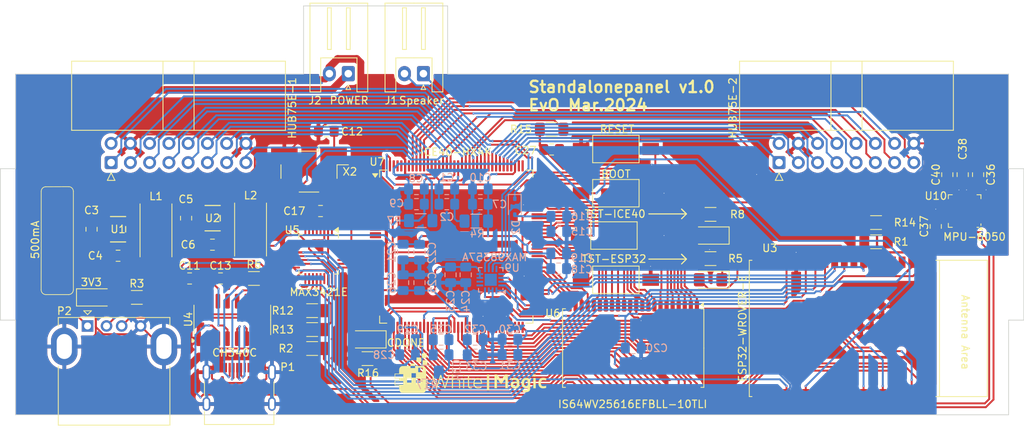
<source format=kicad_pcb>
(kicad_pcb (version 20240108) (generator "pcbnew") (generator_version "8.0")
  (layers (0 "F.Cu" signal) (31 "B.Cu" signal) (34 "B.Paste" user) (36 "B.SilkS" user "B.Silkscreen") (37 "F.SilkS" user "F.Silkscreen") (38 "B.Mask" user) (39 "F.Mask" user) (44 "Edge.Cuts" user))
  (net 0 "")
  (net 1 "+5V")
  (net 2 "GND")
  (net 3 "/DSP1_R1")
  (net 4 "/DSP1_G1")
  (net 5 "/DSP1_B1")
  (net 6 "/DSP1_R2")
  (net 7 "/DSP1_G2")
  (net 8 "/DSP1_B2")
  (net 9 "/DSP_E")
  (net 10 "/DSP_A")
  (net 11 "/DSP_B")
  (net 12 "/DSP_C")
  (net 13 "/DSP_D")
  (net 14 "/DSP_CLK")
  (net 15 "/DSP_LAT")
  (net 16 "/DSP_OE")
  (net 17 "/DSP2_R1")
  (net 18 "/DSP2_G1")
  (net 19 "/DSP2_B1")
  (net 20 "/DSP2_R2")
  (net 21 "/DSP2_G2")
  (net 22 "/DSP2_B2")
  (net 23 "Net-(P2-VBUS)")
  (net 24 "Net-(P1-CC)")
  (net 25 "Net-(P1-D+)")
  (net 26 "Net-(P1-D-)")
  (net 28 "unconnected-(P1-VCONN-PadB5)")
  (net 30 "Net-(P2-D-)")
  (net 31 "Net-(P2-D+)")
  (net 32 "Net-(J1-Pin_1)")
  (net 33 "Net-(J1-Pin_2)")
  (net 34 "Net-(U7-GNDPLL1)")
  (net 35 "Net-(U7-VCCPLL1)")
  (net 36 "+3V3")
  (net 37 "+1V2")
  (net 38 "Net-(U4-V3)")
  (net 39 "Net-(C27-Pad1)")
  (net 40 "Net-(U7-VCCPLL0)")
  (net 41 "Net-(U7-GNDPLL0)")
  (net 42 "Net-(U10-CPOUT)")
  (net 43 "Net-(U10-REGOUT)")
  (net 44 "Net-(D2-K)")
  (net 45 "Net-(U1-LX)")
  (net 46 "Net-(U2-LX)")
  (net 47 "Net-(LED1-K)")
  (net 48 "Net-(LED1-A)")
  (net 49 "Net-(LED2-A)")
  (net 50 "Net-(LED3-K)")
  (net 51 "Net-(LED3-A)")
  (net 52 "Net-(LED4-K)")
  (net 53 "/ICE40-CDONE")
  (net 54 "Net-(U3-32K_XP{slash}GPIO32{slash}ADC1_CH4)")
  (net 55 "Net-(U3-U0TXD{slash}GPIO1)")
  (net 56 "Net-(U4-TXD)")
  (net 57 "Net-(U7-IOT_221)")
  (net 58 "Net-(U5-D-)")
  (net 59 "Net-(U5-D+)")
  (net 60 "/~{RESET}")
  (net 61 "/~{ICE40-RESET}")
  (net 62 "Net-(U3-GPIO0{slash}BOOT{slash}ADC2_CH1)")
  (net 63 "Net-(U3-U0RXD{slash}GPIO3)")
  (net 74 "/HSPI-CS-USB")
  (net 76 "/VSPI-CS-FLSH")
  (net 77 "/VSPI-SDI")
  (net 78 "/HSPI-CLK")
  (net 79 "/HSPI-SDO")
  (net 80 "/HSPI-SDI")
  (net 81 "/HSPI_INT")
  (net 84 "/I2C-CLK")
  (net 85 "/I2C-SDA")
  (net 86 "/VSPI-CLK")
  (net 87 "/VSPI-SDO")
  (net 88 "/VSPI-CS-ICE")
  (net 89 "/RAM-A0")
  (net 90 "/RAM-A1")
  (net 91 "/RAM-A2")
  (net 92 "/RAM-A3")
  (net 93 "/RAM-A4")
  (net 94 "/RAM-CS")
  (net 95 "/RAM-D0")
  (net 96 "/RAM-D1")
  (net 97 "/RAM-D2")
  (net 98 "/RAM-D3")
  (net 99 "/RAM-D4")
  (net 100 "/RAM-D5")
  (net 101 "/RAM-D6")
  (net 102 "/RAM-D7")
  (net 103 "/RAM-WE")
  (net 104 "/RAM-A5")
  (net 105 "/RAM-A6")
  (net 106 "/RAM-A7")
  (net 107 "/RAM-A8")
  (net 108 "/RAM-A9")
  (net 109 "/RAM-A10")
  (net 110 "/RAM-A11")
  (net 111 "/RAM-A12")
  (net 112 "/RAM-A13")
  (net 113 "/RAM-A14")
  (net 115 "/RAM-D8")
  (net 116 "/RAM-D9")
  (net 117 "/RAM-D10")
  (net 118 "/RAM-D11")
  (net 119 "/RAM-D12")
  (net 120 "/RAM-D13")
  (net 121 "/RAM-D14")
  (net 122 "/RAM-D15")
  (net 123 "/RAM-OE")
  (net 124 "/RAM-A15")
  (net 125 "/RAM-A16")
  (net 126 "/RAM-A17")
  (net 133 "Net-(U7-IOR_109)")
  (net 134 "Net-(U7-IOR_110)")
  (net 135 "Net-(U7-IOR_111)")
  (net 136 "Net-(U7-IOR_112)")
  (net 143 "/SYSCLK")
  (footprint "0_project:PQFP-32_5x5mm_P0.5mm" (layer "F.Cu") (at 85.9816 122.8094 -90)
    (property "Reference" "U5")
    (property "Value" "MAX3421E")
  )
  (footprint "Resistor_SMD:R_1206_3216Metric_Pad1.30x1.75mm_HandSolder" (layer "F.Cu") (at 85.125 132.75)
    (property "Reference" "R13")
    (property "Value" "33R")
  )
  (footprint "0_project:IDC-Header_2x08_P2.54mm_Horizontal" (layer "F.Cu") (at 58.61 110.6975 90)
    (property "Reference" "HUB75E-1")
    (property "Value" "IDC_08x02")
  )
  (footprint "Resistor_SMD:R_1206_3216Metric_Pad1.30x1.75mm_HandSolder" (layer "F.Cu") (at 77.45 126)
    (property "Reference" "R6")
    (property "Value" "5K1")
  )
  (footprint "Connector_JST:JST_XH_S2B-XH-A_1x02_P2.50mm_Horizontal" (layer "F.Cu") (at 89.896 98.954 180)
    (property "Reference" "J2")
    (property "Value" "POWER")
  )
  (footprint "Capacitor_SMD:C_0805_2012Metric_Pad1.18x1.45mm_HandSolder" (layer "F.Cu") (at 116.713 108.966)
    (property "Reference" "C27")
    (property "Value" "100nF")
  )
  (footprint "Button_Switch_SMD:SW_SPST_FSMSM" (layer "F.Cu") (at 125.192437 108.900115)
    (property "Reference" "SW4" (hide yes))
    (property "Value" "RESET")
  )
  (footprint "0_project:Oscillator_SMD_EuroQuartz_XO91-4Pin_7.0x5.0mm_HandSoldering" (layer "F.Cu") (at 84.709 111.887 180)
    (property "Reference" "X2")
    (property "Value" "12MHz")
  )
  (footprint "Package_QFP:TQFP-144_20x20mm_P0.5mm" (layer "F.Cu") (at 104.14 121.793)
    (property "Reference" "U7")
    (property "Value" "ICE40-HX4K")
  )
  (footprint "0_project:InvenSense_QFN-24_4x4mm_P0.5mm" (layer "F.Cu") (at 171.196 117.094 180)
    (property "Reference" "U10")
    (property "Value" "MPU-6050")
  )
  (footprint "Resistor_SMD:R_1206_3216Metric_Pad1.30x1.75mm_HandSolder" (layer "F.Cu") (at 92.426437 136.586115 180)
    (property "Reference" "R16")
    (property "Value" "22R")
  )
  (footprint "Capacitor_SMD:C_0805_2012Metric_Pad1.18x1.45mm_HandSolder" (layer "F.Cu") (at 167.386 119.126 -90)
    (property "Reference" "C37")
    (property "Value" "2.2nF/50V")
  )
  (footprint "Capacitor_SMD:C_0805_2012Metric_Pad1.18x1.45mm_HandSolder" (layer "F.Cu") (at 168.91 112.2895 -90)
    (property "Reference" "C40")
    (property "Value" "100nF")
  )
  (footprint "Capacitor_SMD:C_0805_2012Metric_Pad1.18x1.45mm_HandSolder" (layer "F.Cu") (at 86.232999 117.094)
    (property "Reference" "C17")
    (property "Value" "1uF")
  )
  (footprint "0_project:IDC-Header_2x08_P2.54mm_Horizontal" (layer "F.Cu") (at 146.72 110.6975 90)
    (property "Reference" "HUB75E-2")
    (property "Value" "IDC_08x02")
  )
  (footprint "0_project:ESP32-WROVER-E" (layer "F.Cu") (at 158.496 132.601 -90)
    (property "Reference" "U3")
    (property "Value" "ESP32-WROVER-E")
  )
  (footprint "0_project:SOT23-5-SC189_SEM" (layer "F.Cu") (at 59.525 119.5)
    (property "Reference" "U1")
    (property "Value" "SC189ZSKTRT")
  )
  (footprint "Button_Switch_SMD:SW_SPST_FSMSM" (layer "F.Cu") (at 124.938437 120.330115 180)
    (property "Reference" "SW3" (hide yes))
    (property "Value" "TST-ICE40")
  )
  (footprint "Resistor_SMD:R_1206_3216Metric_Pad1.30x1.75mm_HandSolder" (layer "F.Cu") (at 116.713 106.299 180)
    (property "Reference" "R15")
    (property "Value" "10K")
  )
  (footprint "Capacitor_SMD:C_0805_2012Metric_Pad1.18x1.45mm_HandSolder" (layer "F.Cu") (at 68.9625 126)
    (property "Reference" "C11")
    (property "Value" "100nF")
  )
  (footprint "0_project:USB-A TH Female" (layer "F.Cu") (at 55.5 132.2725)
    (property "Reference" "P2")
    (property "Value" "USB-A")
  )
  (footprint "Package_SO:SOIC-16_3.9x9.9mm_P1.27mm" (layer "F.Cu") (at 74.595 131.475 90)
    (property "Reference" "U4")
    (property "Value" "CH340C")
  )
  (footprint "LED_SMD:LED_1206_3216Metric_Pad1.42x1.75mm_HandSolder" (layer "F.Cu") (at 92.426437 134.046115 180)
    (property "Reference" "LED4" (hide yes))
    (property "Value" "CDONE")
  )
  (footprint "0_project:USB_C_Receptacle_G-Switch_GT-USB-7010ASV" (layer "F.Cu") (at 75.5 141.5)
    (property "Reference" "P1")
    (property "Value" "USB-C")
  )
  (footprint "Capacitor_SMD:C_0805_2012Metric_Pad1.18x1.45mm_HandSolder" (layer "F.Cu") (at 56.025 119.5 90)
    (property "Reference" "C3")
    (property "Value" "22uF/6v3/X5R")
  )
  (footprint "0_project:Inductor-040420" (layer "F.Cu") (at 77 119.5375 -90)
    (property "Reference" "L2")
    (property "Value" "2.2uH")
  )
  (footprint "Resistor_SMD:R_1206_3216Metric_Pad1.30x1.75mm_HandSolder" (layer "F.Cu") (at 85.125 135.25 180)
    (property "Reference" "R2")
    (property "Value" "33R")
  )
  (footprint "Package_SO:TSOP-II-44_10.16x18.41mm_P0.8mm" (layer "F.Cu") (at 127.478437 135.189115 -90)
    (property "Reference" "U6")
    (property "Value" "IS64WV25616EFBLL-10TLI")
  )
  (footprint "Capacitor_SMD:C_0805_2012Metric_Pad1.18x1.45mm_HandSolder" (layer "F.Cu") (at 71.975 121.5375 180)
    (property "Reference" "C6")
    (property "Value" "22uF/6v3/X5R")
  )
  (footprint "0_project:Inductor-040420" (layer "F.Cu") (at 64.525 119.65 -90)
    (property "Reference" "L1")
    (property "Value" "2.2uH")
  )
  (footprint "Button_Switch_SMD:SW_SPST_FSMSM" (layer "F.Cu") (at 125.192437 126.172115 180)
    (property "Reference" "SW1" (hide yes))
    (property "Value" "TST-ESP32")
  )
  (footprint "LED_SMD:LED_1206_3216Metric_Pad1.42x1.75mm_HandSolder" (layer "F.Cu") (at 137.674937 126.172115 180)
    (property "Reference" "LED1" (hide yes))
    (property "Value" "ESP32" (hide yes))
  )
  (footprint "Resistor_SMD:R_1206_3216Metric_Pad1.30x1.75mm_HandSolder" (layer "F.Cu") (at 159.512 118.618 180)
    (property "Reference" "R14")
    (property "Value" "100R")
  )
  (footprint "Capacitor_SMD:C_0805_2012Metric_Pad1.18x1.45mm_HandSolder" (layer "F.Cu") (at 86.995 106.553 180)
    (property "Reference" "C12")
    (property "Value" "100nF")
  )
  (footprint "Resistor_SMD:R_1206_3216Metric_Pad1.30x1.75mm_HandSolder" (layer "F.Cu") (at 137.674937 117.536115 180)
    (property "Reference" "R8")
    (property "Value" "2K2")
  )
  (footprint "0_project:FUSEHOLDER 1808" (layer "F.Cu") (at 51.5 121 90)
    (property "Reference" "F1" (hide yes))
    (property "Value" "500mA")
  )
  (footprint "Button_Switch_SMD:SW_SPST_FSMSM" (layer "F.Cu") (at 125.192437 114.742115)
    (property "Reference" "SW2" (hide yes))
    (property "Value" "BOOT")
  )
  (footprint "Capacitor_SMD:C_0805_2012Metric_Pad1.18x1.45mm_HandSolder" (layer "F.Cu") (at 172.974 112.2895 -90)
    (property "Reference" "C36")
    (property "Value" "10nF")
  )
  (footprint "Capacitor_SMD:C_0805_2012Metric_Pad1.18x1.45mm_HandSolder" (layer "F.Cu") (at 68.5 118.0375 90)
    (property "Reference" "C5")
    (property "Value" "22uF/6v3/X5R")
  )
  (footprint "0_project:white_magic" (layer "F.Cu") (at 106 138.5)
    (property "Reference" "G***" (hide yes))
    (property "Value" "LOGO" (hide yes))
  )
  (footprint "Resistor_SMD:R_1206_3216Metric_Pad1.30x1.75mm_HandSolder" (layer "F.Cu") (at 85.125 130.25)
    (property "Reference" "R12")
    (property "Value" "33R")
  )
  (footprint "0_project:SOT23-5-SC189_SEM" (layer "F.Cu") (at 72 118.0375)
    (property "Reference" "U2")
    (property "Value" "SC189ZSKTRT")
  )
  (footprint "LED_SMD:LED_1206_3216Metric_Pad1.42x1.75mm_HandSolder" (layer "F.Cu") (at 137.674937 120.330115 180)
    (property "Reference" "LED3" (hide yes))
    (property "Value" "TST-ICE40" (hide yes))
  )
  (footprint "Capacitor_SMD:C_0805_2012Metric_Pad1.18x1.45mm_HandSolder" (layer "F.Cu") (at 73.0375 126)
    (property "Reference" "C13")
    (property "Value" "100nF")
  )
  (footprint "Resistor_SMD:R_1206_3216Metric_Pad1.30x1.75mm_HandSolder" (layer "F.Cu") (at 137.674937 123.378115 180)
    (property "Reference" "R5")
    (property "Value" "2K2")
  )
  (footprint "Resistor_SMD:R_1206_3216Metric_Pad1.30x1.75mm_HandSolder" (layer "F.Cu") (at 159.512 121.158 180)
    (property "Reference" "R1")
    (property "Value" "10K")
  )
  (footprint "LED_SMD:LED_1206_3216Metric_Pad1.42x1.75mm_HandSolder" (layer "F.Cu") (at 56.5 128.5)
    (property "Reference" "LED2" (hide yes))
    (property "Value" "3V3")
  )
  (footprint "Capacitor_SMD:C_0805_2012Metric_Pad1.18x1.45mm_HandSolder" (layer "F.Cu") (at 170.942 112.2895 -90)
    (property "Reference" "C38")
    (property "Value" "100nF")
  )
  (footprint "Connector_JST:JST_XH_S2B-XH-A_1x02_P2.50mm_Horizontal" (layer "F.Cu") (at 99.802 98.95 180)
    (property "Reference" "J1")
    (property "Value" "Speaker")
  )
  (footprint "Capacitor_SMD:C_0805_2012Metric_Pad1.18x1.45mm_HandSolder" (layer "F.Cu") (at 59.525 123 180)
    (property "Reference" "C4")
    (property "Value" "22uF/6v3/X5R")
  )
  (footprint "Resistor_SMD:R_1206_3216Metric_Pad1.30x1.75mm_HandSolder" (layer "F.Cu") (at 62 128.5)
    (property "Reference" "R3")
    (property "Value" "1K5")
  )
  (footprint "Resistor_SMD:R_1206_3216Metric_Pad1.30x1.75mm_HandSolder" (layer "B.Cu") (at 99.441 118.364)
    (property "Reference" "R7")
    (property "Value" "10K")
  )
  (footprint "Capacitor_SMD:C_0805_2012Metric_Pad1.18x1.45mm_HandSolder" (layer "B.Cu") (at 97.710936 136.078117 180)
    (property "Reference" "C28")
    (property "Value" "4.7uF")
  )
  (footprint "Capacitor_SMD:C_0805_2012Metric_Pad1.18x1.45mm_HandSolder" (layer "B.Cu") (at 99.284436 126.553115 90)
    (property "Reference" "C25")
    (property "Value" "100nF")
  )
  (footprint "Capacitor_SMD:C_0805_2012Metric_Pad1.18x1.45mm_HandSolder" (layer "B.Cu") (at 102.135943 136.078115 180)
    (property "Reference" "C34")
    (property "Value" "100nF")
  )
  (footprint "Capacitor_SMD:C_0805_2012Metric_Pad1.18x1.45mm_HandSolder" (layer "B.Cu") (at 107.311435 116.186613)
    (property "Reference" "C7")
    (property "Value" "4.7uF")
  )
  (footprint "Capacitor_SMD:C_0805_2012Metric_Pad1.18x1.45mm_HandSolder" (layer "B.Cu") (at 111.222431 134.052606)
    (property "Reference" "C30")
    (property "Value" "4.7uF")
  )
  (footprint "Capacitor_SMD:C_0805_2012Metric_Pad1.18x1.45mm_HandSolder" (layer "B.Cu") (at 97.710937 134.078113 180)
    (property "Reference" "C29")
    (property "Value" "100nF")
  )
  (footprint "Capacitor_SMD:C_0805_2012Metric_Pad1.18x1.45mm_HandSolder" (layer "B.Cu") (at 111.222437 136.052607)
    (property "Reference" "C31")
    (property "Value" "100nF")
  )
  (footprint "Capacitor_SMD:C_0805_2012Metric_Pad1.18x1.45mm_HandSolder" (layer "B.Cu") (at 99.284436 122.532115 90)
    (property "Reference" "C22")
    (property "Value" "100nF")
  )
  (footprint "Capacitor_SMD:C_0805_2012Metric_Pad1.18x1.45mm_HandSolder" (layer "B.Cu") (at 97.125437 122.510615 90)
    (property "Reference" "C21")
    (property "Value" "4.7uF")
  )
  (footprint "Capacitor_SMD:C_0805_2012Metric_Pad1.18x1.45mm_HandSolder" (layer "B.Cu") (at 106.628937 136.078115 180)
    (property "Reference" "C33")
    (property "Value" "100nF")
  )
  (footprint "Capacitor_SMD:C_0805_2012Metric_Pad1.18x1.45mm_HandSolder" (layer "B.Cu") (at 102.886433 116.186613)
    (property "Reference" "C2")
    (property "Value" "4.7uF")
  )
  (footprint "Capacitor_SMD:C_0805_2012Metric_Pad1.18x1.45mm_HandSolder" (layer "B.Cu") (at 102.886435 114.186616)
    (property "Reference" "C1")
    (property "Value" "100nF")
  )
  (footprint "Package_DFN_QFN:TQFN-16-1EP_3x3mm_P0.5mm_EP1.6x1.6mm" (layer "B.Cu") (at 108.682437 126.172115 90)
    (property "Reference" "U9")
    (property "Value" "MAX98357A")
  )
  (footprint "Capacitor_SMD:C_0805_2012Metric_Pad1.18x1.45mm_HandSolder" (layer "B.Cu") (at 105.380437 125.515615 -90)
    (property "Reference" "C24")
    (property "Value" "100nF")
  )
  (footprint "Capacitor_SMD:C_0805_2012Metric_Pad1.18x1.45mm_HandSolder" (layer "B.Cu") (at 117.645369 122.695109)
    (property "Reference" "C19")
    (property "Value" "4.7uF")
  )
  (footprint "Capacitor_SMD:C_0805_2012Metric_Pad1.18x1.45mm_HandSolder" (layer "B.Cu") (at 103.380436 125.515615 -90)
    (property "Reference" "C23")
    (property "Value" "10uF")
  )
  (footprint "Capacitor_SMD:C_0805_2012Metric_Pad1.18x1.45mm_HandSolder" (layer "B.Cu") (at 98.886431 114.186613)
    (property "Reference" "C8")
    (property "Value" "4.7uF")
  )
  (footprint "Capacitor_SMD:C_0805_2012Metric_Pad1.18x1.45mm_HandSolder" (layer "B.Cu") (at 117.667933 117.800118)
    (property "Reference" "C16")
    (property "Value" "4.7uF")
  )
  (footprint "Capacitor_SMD:C_0805_2012Metric_Pad1.18x1.45mm_HandSolder" (layer "B.Cu") (at 106.628935 134.078115 180)
    (property "Reference" "C32")
    (property "Value" "4.7uF")
  )
  (footprint "Capacitor_SMD:C_0805_2012Metric_Pad1.18x1.45mm_HandSolder" (layer "B.Cu") (at 117.667934 119.800121)
    (property "Reference" "C15")
    (property "Value" "100nF")
  )
  (footprint "Resistor_SMD:R_1206_3216Metric_Pad1.30x1.75mm_HandSolder" (layer "B.Cu") (at 106.777437 118.425115)
    (property "Reference" "R4")
    (property "Value" "100R")
  )
  (footprint "Capacitor_SMD:C_0805_2012Metric_Pad1.18x1.45mm_HandSolder" (layer "B.Cu") (at 98.886433 116.186613)
    (property "Reference" "C9")
    (property "Value" "100nF")
  )
  (footprint "Capacitor_SMD:C_0805_2012Metric_Pad1.18x1.45mm_HandSolder" (layer "B.Cu") (at 127.478437 135.189115)
    (property "Reference" "C20")
    (property "Value" "100nF" (hide yes))
  )
  (footprint "Capacitor_SMD:C_0805_2012Metric_Pad1.18x1.45mm_HandSolder" (layer "B.Cu") (at 117.64537 124.695106)
    (property "Reference" "C18")
    (property "Value" "100nF")
  )
  (footprint "Capacitor_SMD:C_0805_2012Metric_Pad1.18x1.45mm_HandSolder" (layer "B.Cu") (at 102.135941 134.078115 180)
    (property "Reference" "C35")
    (property "Value" "4.7uF")
  )
  (footprint "Resistor_SMD:R_1206_3216Metric_Pad1.30x1.75mm_HandSolder" (layer "B.Cu") (at 100.278937 138.370612 180)
    (property "Reference" "R17")
    (property "Value" "100R")
  )
  (footprint "Capacitor_SMD:C_0805_2012Metric_Pad1.18x1.45mm_HandSolder" (layer "B.Cu") (at 97.125437 126.553115 90)
    (property "Reference" "C26")
    (property "Value" "4.7uF")
  )
  (footprint "Capacitor_SMD:C_0805_2012Metric_Pad1.18x1.45mm_HandSolder" (layer "B.Cu") (at 107.311433 114.186616)
    (property "Reference" "C10")
    (property "Value" "100nF")
  )
  (footprint "Diode_SMD:D_SOD-323" (layer "B.Cu") (at 111.857437 116.520115 -90)
    (property "Reference" "D2")
    (property "Value" "1N5819WS")
  )
  (gr_line (start 129.54 123.444) (end 134.493 123.444) (stroke (width 0.15)) (layer "F.SilkS"))
  (gr_line (start 129.54 117.475) (end 134.493 117.475) (stroke (width 0.15)) (layer "F.SilkS"))
  (gr_line (start 133.858 122.809) (end 134.493 123.444) (stroke (width 0.15)) (layer "F.SilkS"))
  (gr_line (start 134.493 123.444) (end 133.858 122.809) (stroke (width 0.15)) (layer "F.SilkS"))
  (gr_line (start 134.493 117.475) (end 133.858 116.84) (stroke (width 0.15)) (layer "F.SilkS"))
  (gr_line (start 134.493 117.475) (end 133.858 118.11) (stroke (width 0.15)) (layer "F.SilkS"))
  (gr_line (start 133.858 116.84) (end 134.493 117.475) (stroke (width 0.15)) (layer "F.SilkS"))
  (gr_line (start 134.493 123.444) (end 133.858 124.079) (stroke (width 0.15)) (layer "F.SilkS"))
  (gr_line (start 177 111.5) (end 179 111.5) (stroke (width 0.1)) (layer "Edge.Cuts"))
  (gr_line (start 177 111.5) (end 177 99) (stroke (width 0.1)) (layer "Edge.Cuts"))
  (gr_line (start 46 144) (end 177 144) (stroke (width 0.1)) (layer "Edge.Cuts"))
  (gr_line (start 179 131.5) (end 179 111.5) (stroke (width 0.1)) (layer "Edge.Cuts"))
  (gr_line (start 84 99) (end 46 99) (stroke (width 0.1)) (layer "Edge.Cuts"))
  (gr_line (start 84 90) (end 103 90) (stroke (width 0.1)) (layer "Edge.Cuts"))
  (gr_line (start 177 144) (end 177 131.5) (stroke (width 0.1)) (layer "Edge.Cuts"))
  (gr_line (start 44 111.5) (end 44 131.5) (stroke (width 0.1)) (layer "Edge.Cuts"))
  (gr_line (start 84 99) (end 84 90) (stroke (width 0.1)) (layer "Edge.Cuts"))
  (gr_line (start 46 111.5) (end 46 99) (stroke (width 0.1)) (layer "Edge.Cuts"))
  (gr_line (start 177 131.5) (end 179 131.5) (stroke (width 0.1)) (layer "Edge.Cuts"))
  (gr_line (start 46 111.5) (end 44 111.5) (stroke (width 0.1)) (layer "Edge.Cuts"))
  (gr_line (start 103 90) (end 103 99) (stroke (width 0.1)) (layer "Edge.Cuts"))
  (gr_line (start 44 131.5) (end 46 131.5) (stroke (width 0.1)) (layer "Edge.Cuts"))
  (gr_line (start 103 99) (end 177 99) (stroke (width 0.1)) (layer "Edge.Cuts"))
  (gr_line (start 46 131.5) (end 46 144) (stroke (width 0.1)) (layer "Edge.Cuts"))
  (gr_text "Standalonepanel v1.0\nEvO Mar.2024" (at 113.5 104 0) (layer "F.SilkS") (effects (font (size 1.5 1.5) (thickness 0.3) (bold yes)) (justify left bottom)))
  (segment (start 85.229 127.115) (end 85.229 126.009) (width 0.25) (layer "F.Cu") (net 0))
  (segment (start 76.005999 127.575001) (end 84.768999 127.575001) (width 0.25) (layer "F.Cu") (net 0))
  (segment (start 74.549 139.319) (end 74.75 139.118) (width 0.25) (layer "F.Cu") (net 0))
  (segment (start 75.946 127.635) (end 76.005999 127.575001) (width 0.25) (layer "F.Cu") (net 0))
  (segment (start 84.768999 127.575001) (end 85.229 127.115) (width 0.25) (layer "F.Cu") (net 0))
  (segment (start 74.75 139.118) (end 74.75 137.775) (width 0.25) (layer "F.Cu") (net 0))
  (via micro (at 74.549 139.319) (size 0.3) (drill 0.1) (layers "F.Cu" "B.Cu") (net 0))
  (via micro (at 75.946 127.635) (size 0.3) (drill 0.1) (layers "F.Cu" "B.Cu") (net 0))
  (segment (start 74.602383 139.265617) (end 74.602383 128.978617) (width 0.25) (layer "B.Cu") (net 0))
  (segment (start 74.602383 128.978617) (end 75.946 127.635) (width 0.25) (layer "B.Cu") (net 0))
  (segment (start 74.549 139.319) (end 74.602383 139.265617) (width 0.25) (layer "B.Cu") (net 0))
  (segment (start 53.0745 114.6755) (end 66.811896 114.6755) (width 0.25) (layer "F.Cu") (net 1))
  (segment (start 74.2 136.3) (end 70.2 136.3) (width 1) (layer "F.Cu") (net 1))
  (segment (start 56.112499 120.450001) (end 56.025 120.5375) (width 0.25) (layer "F.Cu") (net 1))
  (segment (start 77.9 136.525) (end 77.9 137.775) (width 0.6) (layer "F.Cu") (net 1))
  (segment (start 67.960396 115.824) (end 70.104 115.824) (width 0.25) (layer "F.Cu") (net 1))
  (segment (start 51.5 105.091) (end 55.499 101.092) (width 1) (layer "F.Cu") (net 1))
  (segment (start 70.68555 116.40555) (end 70.68555 117.087499) (width 0.25) (layer "F.Cu") (net 1))
  (segment (start 55.499 101.092) (end 87.758 101.092) (width 1) (layer "F.Cu") (net 1))
  (segment (start 58.9737 120.375001) (end 58.8987 120.450001) (width 0.25) (layer "F.Cu") (net 1))
  (segment (start 70.598051 119.075) (end 70.68555 118.987501) (width 0.25) (layer "F.Cu") (net 1))
  (segment (start 77.675 136.3) (end 74.2 136.3) (width 1) (layer "F.Cu") (net 1))
  (segment (start 73.325 136.3) (end 73.1 136.525) (width 1) (layer "F.Cu") (net 1))
  (segment (start 70.68555 117.087499) (end 71.3737 117.087499) (width 0.25) (layer "F.Cu") (net 1))
  (segment (start 87.758 101.092) (end 89.896 98.954) (width 1) (layer "F.Cu") (net 1))
  (segment (start 77.9 136.525) (end 77.675 136.3) (width 0.6) (layer "F.Cu") (net 1))
  (segment (start 52.9735 120.5375) (end 56.025 120.5375) (width 0.25) (layer "F.Cu") (net 1))
  (segment (start 70.2 136.3) (end 66 140.5) (width 1) (layer "F.Cu") (net 1))
  (segment (start 51.5 116.25) (end 53.0745 114.6755) (width 0.25) (layer "F.Cu") (net 1))
  (segment (start 70.104 115.824) (end 70.68555 116.40555) (width 0.25) (layer "F.Cu") (net 1))
  (segment (start 51.5 116.25) (end 51.5 119.064) (width 0.25) (layer "F.Cu") (net 1))
  (segment (start 58.21055 120.450001) (end 56.112499 120.450001) (width 0.25) (layer "F.Cu") (net 1))
  (segment (start 71.755 117.468799) (end 71.755 118.237) (width 0.25) (layer "F.Cu") (net 1))
  (segment (start 48 117.1) (end 48.85 116.25) (width 1) (layer "F.Cu") (net 1))
  (segment (start 71.755 118.491) (end 71.258499 118.987501) (width 0.25) (layer "F.Cu") (net 1))
  (segment (start 71.258499 118.987501) (end 70.68555 118.987501) (width 0.25) (layer "F.Cu") (net 1))
  (segment (start 73.1 137.775) (end 73.1 136.525) (width 0.6) (layer "F.Cu") (net 1))
  (segment (start 51.5 116.25) (end 51.5 105.091) (width 1) (layer "F.Cu") (net 1))
  (segment (start 58.21055 118.549999) (end 58.602699 118.549999) (width 0.25) (layer "F.Cu") (net 1))
  (segment (start 74.2 136.3) (end 73.325 136.3) (width 1) (layer "F.Cu") (net 1))
  (segment (start 66.811896 114.6755) (end 67.960396 115.824) (width 0.25) (layer "F.Cu") (net 1))
  (segment (start 48 137.014) (end 48 117.1) (width 1) (layer "F.Cu") (net 1))
  (segment (start 51.486 140.5) (end 48 137.014) (width 1) (layer "F.Cu") (net 1))
  (segment (start 58.8987 120.450001) (end 58.21055 120.450001) (width 0.25) (layer "F.Cu") (net 1))
  (segment (start 58.602699 118.549999) (end 58.9737 118.921) (width 0.25) (layer "F.Cu") (net 1))
  (segment (start 71.755 118.237) (end 71.755 118.491) (width 0.25) (layer "F.Cu") (net 1))
  (segment (start 71.3737 117.087499) (end 71.755 117.468799) (width 0.25) (layer "F.Cu") (net 1))
  (segment (start 66 140.5) (end 51.486 140.5) (width 1) (layer "F.Cu") (net 1))
  (segment (start 51.5 116.25) (end 48.85 116.25) (width 1) (layer "F.Cu") (net 1))
  (segment (start 58.9737 118.921) (end 58.9737 120.375001) (width 0.25) (layer "F.Cu") (net 1))
  (segment (start 68.5 119.075) (end 70.598051 119.075) (width 0.25) (layer "F.Cu") (net 1))
  (segment (start 51.5 119.064) (end 52.9735 120.5375) (width 0.25) (layer "F.Cu") (net 1))
  (segment (start 97.39 110.28988) (end 92.57812 105.478) (width 0.3) (layer "F.Cu") (net 2))
  (segment (start 157.604 132.464) (end 157.604 129.664) (width 0.25) (layer "F.Cu") (net 2))
  (segment (start 120.602437 110.442437) (end 121.158 110.998) (width 0.25) (layer "F.Cu") (net 2))
  (segment (start 127.583115 131.139115) (end 127.078437 130.634437) (width 0.25) (layer "F.Cu") (net 2))
  (segment (start 85.1955 117.094001) (end 85.195499 117.580499) (width 0.25) (layer "F.Cu") (net 2))
  (segment (start 69.1175 134.9825) (end 65.57 134.9825) (width 0.25) (layer "F.Cu") (net 2))
  (segment (start 167.386 116.967) (end 167.386 118.0885) (width 0.25) (layer "F.Cu") (net 2))
  (segment (start 174.024 114.3) (end 174.024 117.958764) (width 0.25) (layer "F.Cu") (net 2))
  (segment (start 77.565 109.3325) (end 77.565 111.494799) (width 0.25) (layer "F.Cu") (net 2))
  (segment (start 67.183 119.507) (end 69.2135 121.5375) (width 0.25) (layer "F.Cu") (net 2))
  (segment (start 82.209 109.787) (end 85.195499 112.773499) (width 0.25) (layer "F.Cu") (net 2))
  (segment (start 70.9375 123.7535) (end 70.9375 121.5375) (width 0.25) (layer "F.Cu") (net 2))
  (segment (start 137.547937 122.174) (end 136.343822 123.378115) (width 0.25) (layer "F.Cu") (net 2))
  (segment (start 121.727437 107.775115) (end 120.602437 108.900115) (width 0.25) (layer "F.Cu") (net 2))
  (segment (start 72.263 116.796799) (end 72.263 120.212) (width 0.25) (layer "F.Cu") (net 2))
  (segment (start 67.183 118.317) (end 67.183 119.507) (width 0.25) (layer "F.Cu") (net 2))
  (segment (start 61.15 108.1575) (end 62.325 106.9825) (width 0.25) (layer "F.Cu") (net 2))
  (segment (start 110.744 130.998115) (end 110.968437 130.998115) (width 0.25) (layer "F.Cu") (net 2))
  (segment (start 97.39 112.268) (end 97.39 111.1305) (width 0.3) (layer "F.Cu") (net 2))
  (segment (start 84.693 106.553) (end 81.459 109.787) (width 0.25) (layer "F.Cu") (net 2))
  (segment (start 136.343822 123.378115) (end 136.124937 123.378115) (width 0.25) (layer "F.Cu") (net 2))
  (segment (start 79.09 139.223) (end 79.09 138.165) (width 0.25) (layer "F.Cu") (net 2))
  (segment (start 71.42 129) (end 71.42 127.808) (width 0.25) (layer "F.Cu") (net 2))
  (segment (start 72.3 137.775) (end 71.78 137.775) (width 0.25) (layer "F.Cu") (net 2))
  (segment (start 174.024 111.794) (end 173.4605 111.2305) (width 0.25) (layer "F.Cu") (net 2))
  (segment (start 68.5 117) (end 67.183 118.317) (width 0.25) (layer "F.Cu") (net 2))
  (segment (start 71.91 138.165) (end 71.91 139.184949) (width 0.25) (layer "F.Cu") (net 2))
  (segment (start 129.782437 126.172115) (end 129.782437 124.412115) (width 0.25) (layer "F.Cu") (net 2))
  (segment (start 46.9 107.6) (end 46.9 137.6) (width 0.25) (layer "F.Cu") (net 2))
  (segment (start 166.751 135.509) (end 163.706 132.464) (width 0.25) (layer "F.Cu") (net 2))
  (segment (start 62.325 106.9825) (end 75.215 106.9825) (width 0.25) (layer "F.Cu") (net 2))
  (segment (start 110.769065 117.449935) (end 111.952885 116.266115) (width 0.25) (layer "F.Cu") (net 2))
  (segment (start 65.21 134.9825) (end 65.57 134.9825) (width 0.25) (layer "F.Cu") (net 2))
  (segment (start 166.799 122.095) (end 166.116 121.412) (width 0.25) (layer "F.Cu") (net 2))
  (segment (start 131.878437 140.776615) (end 132.678437 140.776615) (width 0.25) (layer "F.Cu") (net 2))
  (segment (start 113.723552 115.543) (end 113.000437 116.266115) (width 0.25) (layer "F.Cu") (net 2))
  (segment (start 170.446 115.144) (end 170.446 114.312) (width 0.25) (layer "F.Cu") (net 2))
  (segment (start 131.878437 139.987115) (end 128.515937 136.624615) (width 0.25) (layer "F.Cu") (net 2))
  (segment (start 65.57 134.9825) (end 52.43 134.9825) (width 0.25) (layer "F.Cu") (net 2))
  (segment (start 101.39 111.935764) (end 101.057764 112.268) (width 0.25) (layer "F.Cu") (net 2))
  (segment (start 76.39 108.1575) (end 77.565 109.3325) (width 0.25) (layer "F.Cu") (net 2))
  (segment (start 95.220437 115.504115) (end 95.220437 119.568115) (width 0.25) (layer "F.Cu") (net 2))
  (segment (start 57.0625 119.5) (end 56.025 118.4625) (width 0.25) (layer "F.Cu") (net 2))
  (segment (start 85.9575 106.553) (end 84.693 106.553) (width 0.25) (layer "F.Cu") (net 2))
  (segment (start 106.39 132.4555) (end 106.39 131.650236) (width 0.25) (layer "F.Cu") (net 2))
  (segment (start 97.39 111.1305) (end 97.39 110.28988) (width 0.3) (layer "F.Cu") (net 2))
  (segment (start 62.5 132.2725) (end 65.21 134.9825) (width 0.25) (layer "F.Cu") (net 2))
  (segment (start 167.1535 118.0885) (end 167.386 118.0885) (width 0.25) (layer "F.Cu") (net 2))
  (segment (start 85.725 118.11) (end 86.487001 118.110001) (width 0.25) (layer "F.Cu") (net 2))
  (segment (start 166.751 126.619) (end 166.751 123.851) (width 0.25) (layer "F.Cu") (net 2))
  (segment (start 58.4875 123) (end 58.484 123) (width 0.25) (layer "F.Cu") (net 2))
  (segment (start 168.91 108.966) (end 168.1015 108.1575) (width 0.25) (layer "F.Cu") (net 2))
  (segment (start 54.964 134.9825) (end 56.587 133.3595) (width 0.25) (layer "F.Cu") (net 2))
  (segment (start 167.6415 118.344) (end 167.386 118.0885) (width 0.25) (layer "F.Cu") (net 2))
  (segment (start 76.39 108.1575) (end 78.0195 109.787) (width 0.25) (layer "F.Cu") (net 2))
  (segment (start 56.587 130.0745) (end 55.0125 128.5) (width 0.25) (layer "F.Cu") (net 2))
  (segment (start 70.15 133.95) (end 69.1175 134.9825) (width 0.25) (layer "F.Cu") (net 2))
  (segment (start 70 126.388) (end 70 126) (width 0.25) (layer "F.Cu") (net 2))
  (segment (start 148.971 123.851) (end 148.971 122.555) (width 0.25) (layer "F.Cu") (net 2))
  (segment (start 71.8285 123.7535) (end 70.9375 123.7535) (width 0.25) (layer "F.Cu") (net 2))
  (segment (start 110.968437 130.998115) (end 111.39 131.419678) (width 0.25) (layer "F.Cu") (net 2))
  (segment (start 167.386 116.84) (end 167.386 116.967) (width 0.25) (layer "F.Cu") (net 2))
  (segment (start 86.729 120.916) (end 86.729 119.609) (width 0.25) (layer "F.Cu") (net 2))
  (segment (start 86.728998 118.375998) (end 86.740999 118.363997) (width 0.25) (layer "F.Cu") (net 2))
  (segment (start 160.404 132.464) (end 163.706 132.464) (width 0.25) (layer "F.Cu") (net 2))
  (segment (start 93.4775 119.543) (end 95.195322 119.543) (width 0.25) (layer "F.Cu") (net 2))
  (segment (start 114.8025 124.043) (end 113.478552 124.043) (width 0.25) (layer "F.Cu") (net 2))
  (segment (start 139.271115 107.775115) (end 121.727437 107.775115) (width 0.25) (layer "F.Cu") (net 2))
  (segment (start 57.549749 133.3595) (end 56.587 132.396751) (width 0.25) (layer "F.Cu") (net 2))
  (segment (start 129.782437 124.412115) (end 129.764437 124.394115) (width 0.25) (layer "F.Cu") (net 2))
  (segment (start 54.8 99.7) (end 46.9 107.6) (width 0.25) (layer "F.Cu") (net 2))
  (segment (start 131.878437 140.776615) (end 131.878437 139.987115) (width 0.25) (layer "F.Cu") (net 2))
  (segment (start 58.21055 119.5) (end 57.0625 119.5) (width 0.25) (layer "F.Cu") (net 2))
  (segment (start 55.0125 123.9305) (end 55.0125 128.5) (width 0.25) (layer "F.Cu") (net 2))
  (segment (start 91.5 101.0105) (end 91.5 97.5) (width 1) (layer "F.Cu") (net 2))
  (segment (start 71.78 137.775) (end 71.18 138.375) (width 0.25) (layer "F.Cu") (net 2))
  (segment (start 129.782437 114.742115) (end 131.542437 114.742115) (width 0.25) (layer "F.Cu") (net 2))
  (segment (start 70.68555 118.0375) (end 70.0315 118.0375) (width 0.25) (layer "F.Cu") (net 2))
  (segment (start 113.127437 124.394115) (end 113.127437 125.644154) (width 0.25) (layer "F.Cu") (net 2))
  (segment (start 78.7 137.775) (end 79.22 137.775) (width 0.25) (layer "F.Cu") (net 2))
  (segment (start 58.42 122.936) (end 56.007 122.936) (width 0.25) (layer "F.Cu") (net 2))
  (segment (start 93.4775 119.043) (end 93.4775 119.543) (width 0.25) (layer "F.Cu") (net 2))
  (segment (start 168.91 111.2305) (end 168.91 108.966) (width 0.25) (layer "F.Cu") (net 2))
  (segment (start 173.4605 111.2305) (end 168.91 111.2305) (width 0.25) (layer "F.Cu") (net 2))
  (segment (start 166.751 141.351) (end 166.751 135.509) (width 0.25) (layer "F.Cu") (net 2))
  (segment (start 57.9755 115.1255) (end 56.007 117.094) (width 0.25) (layer "F.Cu") (net 2))
  (segment (start 168.1015 108.1575) (end 164.5 108.1575) (width 0.25) (layer "F.Cu") (net 2))
  (segment (start 91.071 101.4395) (end 91.5 101.0105) (width 0.25) (layer "F.Cu") (net 2))
  (segment (start 120.602437 108.900115) (end 120.602437 110.442437) (width 0.25) (layer "F.Cu") (net 2))
  (segment (start 46.9 137.6) (end 51.875 142.575) (width 0.25) (layer "F.Cu") (net 2))
  (segment (start 114.8025 115.543) (end 113.723552 115.543) (width 0.25) (layer "F.Cu") (net 2))
  (segment (start 174.024 114.3) (end 174.024 111.794) (width 0.25) (layer "F.Cu") (net 2))
  (segment (start 72.519051 139.794) (end 78.519 139.794) (width 0.25) (layer "F.Cu") (net 2))
  (segment (start 62.5 132.2725) (end 61.413 133.3595) (width 0.25) (layer "F.Cu") (net 2))
  (segment (start 137.547937 118.552115) (end 136.531937 117.536115) (width 0.25) (layer "F.Cu") (net 2))
  (segment (start 56.007 122.936) (end 55.0125 123.9305) (width 0.25) (layer "F.Cu") (net 2))
  (segment (start 136.531937 117.536115) (end 136.124936 117.536115) (width 0.25) (layer "F.Cu") (net 2))
  (segment (start 171.446 115.144) (end 171.446 114.304) (width 0.25) (layer "F.Cu") (net 2))
  (segment (start 160.404 132.464) (end 157.604 132.464) (width 0.25) (layer "F.Cu") (net 2))
  (segment (start 129.921 110.998) (end 121.158 110.998) (width 0.25) (layer "F.Cu") (net 2))
  (segment (start 160.404 129.659) (end 160.404 132.464) (width 0.25) (layer "F.Cu") (net 2))
  (segment (start 101.39 111.1305) (end 101.39 111.935764) (width 0.25) (layer "F.Cu") (net 2))
  (segment (start 68.5 117) (end 66.6255 115.1255) (width 0.25) (layer "F.Cu") (net 2))
  (segment (start 85.195499 117.580499) (end 85.725 118.11) (width 0.25) (layer "F.Cu") (net 2))
  (segment (start 56.587 132.396751) (end 56.587 130.0745) (width 0.25) (layer "F.Cu") (net 2))
  (segment (start 157.604 131.064) (end 160.404 131.064) (width 0.25) (layer "F.Cu") (net 2))
  (segment (start 78.0195 109.787) (end 81.459 109.787) (width 0.25) (layer "F.Cu") (net 2))
  (segment (start 128.083052 131.139115) (end 127.583115 131.139115) (width 0.25) (layer "F.Cu") (net 2))
  (segment (start 70.0315 118.0375) (end 68.994 117) (width 0.25) (layer "F.Cu") (net 2))
  (segment (start 56.587 133.3595) (end 56.587 130.0745) (width 0.25) (layer "F.Cu") (net 2))
  (segment (start 86.9 99.7) (end 54.8 99.7) (width 0.8) (layer "F.Cu") (net 2))
  (segment (start 95.195322 119.543) (end 95.220437 119.568115) (width 0.25) (layer "F.Cu") (net 2))
  (segment (start 131.553436 141.864115) (end 131.878437 141.539114) (width 0.25) (layer "F.Cu") (net 2))
  (segment (start 174.024 117.958764) (end 173.638764 118.344) (width 0.25) (layer "F.Cu") (net 2))
  (segment (start 113.478552 124.043) (end 113.127437 124.394115) (width 0.25) (layer "F.Cu") (net 2))
  (segment (start 160.399 129.664) (end 160.404 129.659) (width 0.25) (layer "F.Cu") (net 2))
  (segment (start 71.42 127.808) (end 70 126.388) (width 0.25) (layer "F.Cu") (net 2))
  (segment (start 61.413 133.3595) (end 57.549749 133.3595) (width 0.25) (layer "F.Cu") (net 2))
  (segment (start 87.396 98.104) (end 87.396 98.954) (width 1) (layer "F.Cu") (net 2))
  (segment (start 111.952885 116.266115) (end 113.000437 116.266115) (width 0.25) (layer "F.Cu") (net 2))
  (segment (start 70 124.691) (end 70.9375 123.7535) (width 0.25) (layer "F.Cu") (net 2))
  (segment (start 97.39 112.63) (end 97.39 112.268) (width 0.3) (layer "F.Cu") (net 2))
  (segment (start 163.711 129.659) (end 166.751 126.619) (width 0.25) (layer "F.Cu") (net 2))
  (segment (start 87.0325 105.478) (end 85.9575 106.553) (width 0.3) (layer "F.Cu") (net 2))
  (segment (start 68.994 117) (end 68.5 117) (width 0.25) (layer "F.Cu") (net 2))
  (segment (start 58.484 123) (end 58.42 122.936) (width 0.25) (layer "F.Cu") (net 2))
  (segment (start 166.116 119.126) (end 167.1535 118.0885) (width 0.25) (layer "F.Cu") (net 2))
  (segment (start 113.127437 125.644154) (end 113.092077 125.679514) (width 0.25) (layer "F.Cu") (net 2))
  (segment (start 79.09 138.165) (end 78.7 137.775) (width 0.25) (layer "F.Cu") (net 2))
  (segment (start 127.078437 130.634437) (end 127.078437 129.601615) (width 0.25) (layer "F.Cu") (net 2))
  (segment (start 157.604 129.664) (end 160.399 129.664) (width 0.25) (layer "F.Cu") (net 2))
  (segment (start 72.3 137.775) (end 71.91 138.165) (width 0.25) (layer "F.Cu") (net 2))
  (segment (start 171.446 114.304) (end 171.45 114.3) (width 0.25) (layer "F.Cu") (net 2))
  (segment (start 159.004 132.464) (end 159.004 129.664) (width 0.25) (layer "F.Cu") (net 2))
  (segment (start 58.9737 117.970999) (end 59.436 118.433299) (width 0.25) (layer "F.Cu") (net 2))
  (segment (start 86.487001 118.110001) (end 86.740999 118.363997) (width 0.25) (layer "F.Cu") (net 2))
  (segment (start 120.536552 108.966) (end 120.602437 108.900115) (width 0.25) (layer "F.Cu") (net 2))
  (segment (start 137.547937 122.174) (end 137.547937 118.552115) (width 0.25) (layer "F.Cu") (net 2))
  (segment (start 70 126) (end 70 124.691) (width 0.25) (layer "F.Cu") (net 2))
  (segment (start 166.116 121.412) (end 166.116 119.126) (width 0.25) (layer "F.Cu") (net 2))
  (segment (start 128.203438 141.864115) (end 131.553436 141.864115) (width 0.25) (layer "F.Cu") (net 2))
  (segment (start 94.759322 115.043) (end 95.220437 115.504115) (width 0.25) (layer "F.Cu") (net 2))
  (segment (start 131.878437 141.539114) (end 131.878437 140.776615) (width 0.25) (layer "F.Cu") (net 2))
  (segment (start 93.4775 115.043) (end 94.759322 115.043) (width 0.25) (layer "F.Cu") (net 2))
  (segment (start 52.43 134.9825) (end 54.964 134.9825) (width 0.25) (layer "F.Cu") (net 2))
  (segment (start 75.215 106.9825) (end 76.39 108.1575) (width 0.25) (layer "F.Cu") (net 2))
  (segment (start 85.195499 112.773499) (end 85.195499 117.094) (width 0.25) (layer "F.Cu") (net 2))
  (segment (start 59.436 122.0515) (end 58.4875 123) (width 0.25) (layer "F.Cu") (net 2))
  (segment (start 107.042121 130.998115) (end 107.666437 130.998115) (width 0.25) (layer "F.Cu") (net 2))
  (segment (start 71.91 139.184949) (end 72.519051 139.794) (width 0.25) (layer "F.Cu") (net 2))
  (segment (start 160.404 129.659) (end 163.711 129.659) (width 0.25) (layer "F.Cu") (net 2))
  (segment (start 92.57812 105.478) (end 87.0325 105.478) (width 0.3) (layer "F.Cu") (net 2))
  (segment (start 91.5 97.5) (end 91 97) (width 1) (layer "F.Cu") (net 2))
  (segment (start 87.396 99.204) (end 86.9 99.7) (width 0.8) (layer "F.Cu") (net 2))
  (segment (start 56.025 118.4625) (end 56.516501 117.970999) (width 0.25) (layer "F.Cu") (net 2))
  (segment (start 81.459 109.787) (end 82.209 109.787) (width 0.25) (layer "F.Cu") (net 2))
  (segment (start 74.075 126) (end 71.8285 123.7535) (width 0.25) (layer "F.Cu") (net 2))
  (segment (start 90.876437 137.358437) (end 90.876437 136.586115) (width 0.25) (layer "F.Cu") (net 2))
  (segment (start 128.515937 131.572) (end 128.083052 131.139115) (width 0.25) (layer "F.Cu") (net 2))
  (segment (start 59.436 118.433299) (end 59.436 122.0515) (width 0.25) (layer "F.Cu") (net 2))
  (segment (start 87.396 98.954) (end 87.396 99.204) (width 0.25) (layer "F.Cu") (net 2))
  (segment (start 106.39 131.650236) (end 107.042121 130.998115) (width 0.25) (layer "F.Cu") (net 2))
  (segment (start 78.519 139.794) (end 79.09 139.223) (width 0.25) (layer "F.Cu") (net 2))
  (segment (start 88.5 97) (end 87.396 98.104) (width 1) (layer "F.Cu") (net 2))
  (segment (start 117.602 108.966) (end 120.536552 108.966) (width 0.25) (layer "F.Cu") (net 2))
  (segment (start 173.638764 118.344) (end 173.146 118.344) (width 0.25) (layer "F.Cu") (net 2))
  (segment (start 91.567 138.049) (end 90.876437 137.358437) (width 0.25) (layer "F.Cu") (net 2))
  (segment (start 111.39 131.419678) (end 111.39 132.4555) (width 0.25) (layer "F.Cu") (net 2))
  (segment (start 56.007 117.094) (end 56.025 117.112) (width 0.25) (layer "F.Cu") (net 2))
  (segment (start 72.263 120.212) (end 70.9375 121.5375) (width 0.25) (layer "F.Cu") (net 2))
  (segment (start 127.878437 140.776615) (end 127.878437 141.539114) (width 0.25) (layer "F.Cu") (net 2))
  (segment (start 170.446 114.312) (end 170.434 114.3) (width 0.25) (layer "F.Cu") (net 2))
  (segment (start 106.273935 117.449935) (end 110.769065 117.449935) (width 0.25) (layer "F.Cu") (net 2))
  (segment (start 79.22 137.775) (end 79.82 138.375) (width 0.25) (layer "F.Cu") (net 2))
  (segment (start 91 97) (end 88.5 97) (width 1) (layer "F.Cu") (net 2))
  (segment (start 101.057764 112.268) (end 97.39 112.268) (width 0.25) (layer "F.Cu") (net 2))
  (segment (start 51.875 142.575) (end 71.18 142.575) (width 0.25) (layer "F.Cu") (net 2))
  (segment (start 97.594 112.834) (end 97.39 112.63) (width 0.3) (layer "F.Cu") (net 2))
  (segment (start 69.2135 121.5375) (end 70.9375 121.5375) (width 0.25) (layer "F.Cu") (net 2))
  (segment (start 86.728999 119.634) (end 86.728998 118.375998) (width 0.25) (layer "F.Cu") (net 2))
  (segment (start 66.6255 115.1255) (end 57.9755 115.1255) (width 0.25) (layer "F.Cu") (net 2))
  (segment (start 97.594 112.845) (end 97.594 112.834) (width 0.3) (layer "F.Cu") (net 2))
  (segment (start 143.764 112.268) (end 139.271115 107.775115) (width 0.25) (layer "F.Cu") (net 2))
  (segment (start 56.025 117.112) (end 56.025 118.4625) (width 0.25) (layer "F.Cu") (net 2))
  (segment (start 166.799 123.814) (end 166.799 122.095) (width 0.25) (layer "F.Cu") (net 2))
  (segment (start 56.516501 117.970999) (end 58.9737 117.970999) (width 0.25) (layer "F.Cu") (net 2))
  (segment (start 169.246 118.344) (end 167.6415 118.344) (width 0.25) (layer "F.Cu") (net 2))
  (segment (start 85.9575 106.553) (end 91.071 101.4395) (width 0.25) (layer "F.Cu") (net 2))
  (segment (start 129.528437 120.330115) (end 131.542437 120.330115) (width 0.25) (layer "F.Cu") (net 2))
  (segment (start 77.565 111.494799) (end 72.263 116.796799) (width 0.25) (layer "F.Cu") (net 2))
  (segment (start 127.878437 141.539114) (end 128.203438 141.864115) (width 0.25) (layer "F.Cu") (net 2))
  (via micro (at 143.764 112.268) (size 0.3) (drill 0.1) (layers "F.Cu" "B.Cu") (net 2))
  (via micro (at 148.971 122.555) (size 0.3) (drill 0.1) (layers "F.Cu" "B.Cu") (net 2))
  (via micro (at 91.567 138.049) (size 0.3) (drill 0.1) (layers "F.Cu" "B.Cu") (net 2))
  (via micro (at 129.764437 124.394115) (size 0.3) (drill 0.1) (layers "F.Cu" "B.Cu") (net 2))
  (via micro (at 171.446 114.304) (size 0.3) (drill 0.1) (layers "F.Cu" "B.Cu") (net 2))
  (via micro (at 170.446 114.312) (size 0.3) (drill 0.1) (layers "F.Cu" "B.Cu") (net 2))
  (via micro (at 131.542437 114.742115) (size 0.3) (drill 0.1) (layers "F.Cu" "B.Cu") (net 2))
  (via micro (at 128.515937 136.624615) (size 0.3) (drill 0.1) (layers "F.Cu" "B.Cu") (net 2))
  (via micro (at 86.729 120.916) (size 0.3) (drill 0.1) (layers "F.Cu" "B.Cu") (net 2))
  (via micro (at 97.594 112.845) (size 0.3) (drill 0.1) (layers "F.Cu" "B.Cu") (net 2))
  (via micro (at 113.000437 116.266115) (size 0.3) (drill 0.1) (layers "F.Cu" "B.Cu") (net 2))
  (via micro (at 128.515937 131.572) (size 0.3) (drill 0.1) (layers "F.Cu" "B.Cu") (net 2))
  (via micro (at 167.386 116.84) (size 0.3) (drill 0.1) (layers "F.Cu" "B.Cu") (net 2))
  (via micro (at 137.547937 122.174) (size 0.3) (drill 0.1) (layers "F.Cu" "B.Cu") (net 2))
  (via micro (at 95.220437 119.568115) (size 0.3) (drill 0.1) (layers "F.Cu" "B.Cu") (net 2))
  (via micro (at 107.666437 130.998115) (size 0.3) (drill 0.1) (layers "F.Cu" "B.Cu") (net 2))
  (via micro (at 174.024 114.3) (size 0.3) (drill 0.1) (layers "F.Cu" "B.Cu") (net 2))
  (via micro (at 131.542437 120.330115) (size 0.3) (drill 0.1) (layers "F.Cu" "B.Cu") (net 2))
  (via micro (at 110.744 130.998115) (size 0.3) (drill 0.1) (layers "F.Cu" "B.Cu") (net 2))
  (via micro (at 106.273935 117.449935) (size 0.3) (drill 0.1) (layers "F.Cu" "B.Cu") (net 2))
  (via micro (at 113.092077 125.679514) (size 0.3) (drill 0.1) (layers "F.Cu" "B.Cu") (net 2))
  (via micro (at 129.921 110.998) (size 0.3) (drill 0.1) (layers "F.Cu" "B.Cu") (net 2))
  (segment (start 111.943399 125.679514) (end 113.092077 125.679514) (width 0.25) (layer "B.Cu") (net 2))
  (segment (start 110.374437 123.972115) (end 111.095437 123.251115) (width 0.25) (layer "B.Cu") (net 2))
  (segment (start 132.649115 120.330115) (end 131.542437 120.330115) (width 0.25) (layer "B.Cu") (net 2))
  (segment (start 108.932437 124.734615) (end 108.976937 124.734615) (width 0.25) (layer "B.Cu") (net 2))
  (segment (start 148.176 140.011248) (end 148.176 140.404752) (width 0.25) (layer "B.Cu") (net 2))
  (segment (start 107.17344 134.078117) (end 107.173438 134.078115) (width 0.25) (layer "B.Cu") (net 2))
  (segment (start 170.446 114.312) (end 171.438 114.312) (width 0.25) (layer "B.Cu") (net 2))
  (segment (start 96.442939 116.186613) (end 95.220437 117.409115) (width 0.25) (layer "B.Cu") (net 2))
  (segment (start 148.176 140.404752) (end 146.005752 142.575) (width 0.25) (layer "B.Cu") (net 2))
  (segment (start 107.666437 130.998115) (end 108.075552 130.589) (width 0.25) (layer "B.Cu") (net 2))
  (segment (start 109.284437 128.933115) (end 106.871437 128.933115) (width 0.25) (layer "B.Cu") (net 2))
  (segment (start 131.542437 120.330115) (end 131.542437 114.742115) (width 0.25) (layer "B.Cu") (net 2))
  (segment (start 99.262936 125.431615) (end 99.284436 125.453115) (width 0.25) (layer "B.Cu") (net 2))
  (segment (start 129.463446 124.695106) (end 129.764437 124.394115) (width 0.25) (layer "B.Cu") (net 2))
  (segment (start 108.982437 124.729115) (end 108.982437 124.197375) (width 0.25) (layer "B.Cu") (net 2))
  (segment (start 100.681437 123.378115) (end 100.681437 119.949115) (width 0.25) (layer "B.Cu") (net 2))
  (segment (start 118.715437 116.647115) (end 118.705433 116.657119) (width 0.25) (layer "B.Cu") (net 2))
  (segment (start 146.005752 142.575) (end 79.82 142.575) (width 0.25) (layer "B.Cu") (net 2))
  (segment (start 110.236 123.972115) (end 111.943399 125.679514) (width 0.25) (layer "B.Cu") (net 2))
  (segment (start 106.273935 114.186618) (end 106.273933 114.186616) (width 0.25) (layer "B.Cu") (net 2))
  (segment (start 96.777553 138.049) (end 98.748436 136.078117) (width 0.25) (layer "B.Cu") (net 2))
  (segment (start 106.273933 114.186616) (end 106.273933 114.016616) (width 0.25) (layer "B.Cu") (net 2))
  (segment (start 110.119937 126.422115) (end 112.349476 126.422115) (width 0.25) (layer "B.Cu") (net 2))
  (segment (start 110.744 130.392678) (end 109.284437 128.933115) (width 0.25) (layer "B.Cu") (net 2))
  (segment (start 101.951437 126.553115) (end 100.913937 125.515615) (width 0.25) (layer "B.Cu") (net 2))
  (segment (start 118.705434 119.800121) (end 118.369938 119.800121) (width 0.25) (layer "B.Cu") (net 2))
  (segment (start 110.744 130.998115) (end 110.184931 131.557184) (width 0.25) (layer "B.Cu") (net 2))
  (segment (start 131.542437 112.619437) (end 131.542437 114.742115) (width 0.25) (layer "B.Cu") (net 2))
  (segment (start 150.495 110.028896) (end 150.495 112.268) (width 0.25) (layer "B.Cu") (net 2))
  (segment (start 108.432437 127.609615) (end 108.932437 127.609615) (width 0.25) (layer "B.Cu") (net 2))
  (segment (start 118.705433 116.657119) (end 118.705433 117.800118) (width 0.25) (layer "B.Cu") (net 2))
  (segment (start 91.567 126.067) (end 91.567 126.545498) (width 0.25) (layer "B.Cu") (net 2))
  (segment (start 108.932437 128.933115) (end 108.932437 127.609615) (width 0.25) (layer "B.Cu") (net 2))
  (segment (start 107.666437 136.078115) (end 107.666437 134.078117) (width 0.25) (layer "B.Cu") (net 2))
  (segment (start 149.26 108.1575) (end 149.26 108.793896) (width 0.25) (layer "B.Cu") (net 2))
  (segment (start 168.136 114.312) (end 170.446 114.312) (width 0.25) (layer "B.Cu") (net 2))
  (segment (start 111.984437 116.266115) (end 113.000437 116.266115) (width 0.25) (layer "B.Cu") (net 2))
  (segment (start 137.547937 122.174) (end 148.59 122.174) (width 0.25) (layer "B.Cu") (net 2))
  (segment (start 111.095437 123.251115) (end 111.095437 117.155115) (width 0.25) (layer "B.Cu") (net 2))
  (segment (start 97.125437 125.515615) (end 99.284436 125.515615) (width 0.25) (layer "B.Cu") (net 2))
  (segment (start 99.284436 123.569615) (end 99.288436 123.565615) (width 0.25) (layer "B.Cu") (net 2))
  (segment (start 118.68287 125.823682) (end 118.68287 124.695106) (width 0.25) (layer "B.Cu") (net 2))
  (segment (start 165.675 109.3325) (end 164.5 108.1575) (width 0.25) (layer "B.Cu") (net 2))
  (segment (start 144.789367 136.624615) (end 148.176 140.011248) (width 0.25) (layer "B.Cu") (net 2))
  (segment (start 110.184937 136.052607) (end 110.184937 134.052612) (width 0.25) (layer "B.Cu") (net 2))
  (segment (start 165.675 111.185) (end 165.675 109.3325) (width 0.25) (layer "B.Cu") (net 2))
  (segment (start 97.848933 114.186615) (end 97.848931 114.186613) (width 0.25) (layer "B.Cu") (net 2))
  (segment (start 99.262936 123.548115) (end 99.284436 123.569615) (width 0.25) (layer "B.Cu") (net 2))
  (segment (start 100.681437 119.949115) (end 100.300437 119.568115) (width 0.25) (layer "B.Cu") (net 2))
  (segment (start 108.075552 130.589) (end 110.334885 130.589) (width 0.25) (layer "B.Cu") (net 2))
  (segment (start 118.715437 119.790117) (end 118.705434 119.800121) (width 0.25) (layer "B.Cu") (net 2))
  (segment (start 118.705433 124.672543) (end 118.68287 124.695106) (width 0.25) (layer "B.Cu") (net 2))
  (segment (start 107.666435 130.998117) (end 107.666435 134.078115) (width 0.25) (layer "B.Cu") (net 2))
  (segment (start 113.092077 125.679514) (end 113.092077 125.882755) (width 0.25) (layer "B.Cu") (net 2))
  (segment (start 129.764437 124.394115) (end 131.542437 122.616115) (width 0.25) (layer "B.Cu") (net 2))
  (segment (start 100.300437 119.568115) (end 95.220437 119.568115) (width 0.25) (layer "B.Cu") (net 2))
  (segment (start 106.273933 114.186616) (end 106.273933 116.186611) (width 0.25) (layer "B.Cu") (net 2))
  (segment (start 167.386 116.84) (end 167.386 115.062) (width 0.25) (layer "B.Cu") (net 2))
  (segment (start 97.848931 116.186611) (end 97.848933 116.186613) (width 0.25) (layer "B.Cu") (net 2))
  (segment (start 95.220437 117.409115) (end 95.220437 119.568115) (width 0.25) (layer "B.Cu") (net 2))
  (segment (start 106.273935 117.449935) (end 106.273935 116.186613) (width 0.25) (layer "B.Cu") (net 2))
  (segment (start 98.748436 136.078117) (end 98.748437 134.078113) (width 0.25) (layer "B.Cu") (net 2))
  (segment (start 107.666437 130.998115) (end 107.666435 130.998117) (width 0.25) (layer "B.Cu") (net 2))
  (segment (start 108.976937 124.734615) (end 108.982437 124.729115) (width 0.25) (layer "B.Cu") (net 2))
  (segment (start 149.26 108.793896) (end 150.495 110.028896) (width 0.25) (layer "B.Cu") (net 2))
  (segment (start 118.68287 124.695106) (end 129.463446 124.695106) (width 0.25) (layer "B.Cu") (net 2))
  (segment (start 174.02 114.304) (end 171.446 114.304) (width 0.25) (layer "B.Cu") (net 2))
  (segment (start 97.125437 123.548115) (end 99.262936 123.548115) (width 0.25) (layer "B.Cu") (net 2))
  (segment (start 112.349476 126.422115) (end 113.092077 125.679514) (width 0.25) (layer "B.Cu") (net 2))
  (segment (start 110.184931 131.557184) (end 110.184931 134.052606) (width 0.25) (layer "B.Cu") (net 2))
  (segment (start 86.729 121.229) (end 91.567 126.067) (width 0.25) (layer "B.Cu") (net 2))
  (segment (start 106.871437 128.933115) (end 105.380437 127.442115) (width 0.25) (layer "B.Cu") (net 2))
  (segment (start 97.848931 113.099931) (end 97.848931 114.186613) (width 0.25) (layer "B.Cu") (net 2))
  (segment (start 100.489937 123.569615) (end 100.681437 123.378115) (width 0.25) (layer "B.Cu") (net 2))
  (segment (start 105.542385 123.565615) (end 106.273935 122.834065) (width 0.25) (layer "B.Cu") (net 2))
  (segment (start 99.284436 123.569615) (end 100.489937 123.569615) (width 0.25) (layer "B.Cu") (net 2))
  (segment (start 148.59 122.174) (end 148.971 122.555) (width 0.25) (layer "B.Cu") (net 2))
  (segment (start 118.334437 126.172115) (end 118.68287 125.823682) (width 0.25) (layer "B.Cu") (net 2))
  (segment (start 113.381437 126.172115) (end 118.334437 126.172115) (width 0.25) (layer "B.Cu") (net 2))
  (segment (start 71.18 142.575) (end 71.18 138.375) (width 0.25) (layer "B.Cu") (net 2))
  (segment (start 97.594 112.845) (end 97.848931 113.099931) (width 0.25) (layer "B.Cu") (net 2))
  (segment (start 113.092077 125.882755) (end 113.381437 126.172115) (width 0.25) (layer "B.Cu") (net 2))
  (segment (start 110.236 123.972115) (end 110.374437 123.972115) (width 0.25) (layer "B.Cu") (net 2))
  (segment (start 91.567 138.049) (end 96.777553 138.049) (width 0.25) (layer "B.Cu") (net 2))
  (segment (start 143.764 112.268) (end 150.495 112.268) (width 0.25) (layer "B.Cu") (net 2))
  (segment (start 109.207697 123.972115) (end 110.236 123.972115) (width 0.25) (layer "B.Cu") (net 2))
  (segment (start 105.380437 127.442115) (end 105.380437 126.553115) (width 0.25) (layer "B.Cu") (net 2))
  (segment (start 110.184937 134.052612) (end 110.184931 134.052606) (width 0.25) (layer "B.Cu") (net 2))
  (segment (start 97.848933 116.186613) (end 96.442939 116.186613) (width 0.25) (layer "B.Cu") (net 2))
  (segment (start 118.705433 117.800118) (end 118.705433 124.672543) (width 0.25) (layer "B.Cu") (net 2))
  (segment (start 164.592 112.268) (end 165.675 111.185) (width 0.25) (layer "B.Cu") (net 2))
  (segment (start 110.744 130.998115) (end 110.744 130.392678) (width 0.25) (layer "B.Cu") (net 2))
  (segment (start 118.715437 117.790115) (end 118.705433 117.800119) (width 0.25) (layer "B.Cu") (net 2))
  (segment (start 134.493 122.174) (end 132.649115 120.330115) (width 0.25) (layer "B.Cu") (net 2))
  (segment (start 111.095437 117.155115) (end 111.984437 116.266115) (width 0.25) (layer "B.Cu") (net 2))
  (segment (start 128.515937 136.624615) (end 128.515937 135.189115) (width 0.25) (layer "B.Cu") (net 2))
  (segment (start 99.288436 123.565615) (end 105.542385 123.565615) (width 0.25) (layer "B.Cu") (net 2))
  (segment (start 110.334885 130.589) (end 110.744 130.998115) (width 0.25) (layer "B.Cu") (net 2))
  (segment (start 118.334437 116.266115) (end 118.715437 116.647115) (width 0.25) (layer "B.Cu") (net 2))
  (segment (start 103.380436 126.553115) (end 105.380437 126.553115) (width 0.25) (layer "B.Cu") (net 2))
  (segment (start 108.982437 124.197375) (end 109.207697 123.972115) (width 0.25) (layer "B.Cu") (net 2))
  (segment (start 97.842932 114.192612) (end 97.848931 114.186613) (width 0.25) (layer "B.Cu") (net 2))
  (segment (start 167.386 115.062) (end 168.136 114.312) (width 0.25) (layer "B.Cu") (net 2))
  (segment (start 97.848931 114.186613) (end 97.848931 116.186611) (width 0.25) (layer "B.Cu") (net 2))
  (segment (start 118.74787 122.63011) (end 118.68287 122.69511) (width 0.25) (layer "B.Cu") (net 2))
  (segment (start 91.567 126.545498) (end 91.567 138.049) (width 0.25) (layer "B.Cu") (net 2))
  (segment (start 97.146935 123.569616) (end 97.125436 123.548115) (width 0.25) (layer "B.Cu") (net 2))
  (segment (start 128.515937 136.624615) (end 144.789367 136.624615) (width 0.25) (layer "B.Cu") (net 2))
  (segment (start 106.273935 122.834065) (end 106.273935 117.449935) (width 0.25) (layer "B.Cu") (net 2))
  (segment (start 171.438 114.312) (end 171.446 114.304) (width 0.25) (layer "B.Cu") (net 2))
  (segment (start 79.82 142.575) (end 79.82 138.375) (width 0.25) (layer "B.Cu") (net 2))
  (segment (start 128.515937 131.572) (end 128.515937 135.189115) (width 0.25) (layer "B.Cu") (net 2))
  (segment (start 97.125437 125.431615) (end 99.262936 125.431615) (width 0.25) (layer "B.Cu") (net 2))
  (segment (start 86.729 120.916) (end 86.729 121.229) (width 0.25) (layer "B.Cu") (net 2))
  (segment (start 174.024 114.3) (end 174.02 114.304) (width 0.25) (layer "B.Cu") (net 2))
  (segment (start 106.273933 116.186611) (end 106.273935 116.186613) (width 0.25) (layer "B.Cu") (net 2))
  (segment (start 100.913937 125.515615) (end 99.284436 125.515615) (width 0.25) (layer "B.Cu") (net 2))
  (segment (start 129.921 110.998) (end 131.542437 112.619437) (width 0.25) (layer "B.Cu") (net 2))
  (segment (start 131.542437 122.616115) (end 131.542437 120.330115) (width 0.25) (layer "B.Cu") (net 2))
  (segment (start 99.284436 123.569615) (end 99.284436 125.515615) (width 0.25) (layer "B.Cu") (net 2))
  (segment (start 113.000437 116.266115) (end 118.334437 116.266115) (width 0.25) (layer "B.Cu") (net 2))
  (segment (start 103.380436 126.553115) (end 101.951437 126.553115) (width 0.25) (layer "B.Cu") (net 2))
  (segment (start 137.547937 122.174) (end 134.493 122.174) (width 0.25) (layer "B.Cu") (net 2))
  (segment (start 151.638 112.268) (end 164.592 112.268) (width 0.25) (layer "B.Cu") (net 2))
  (segment (start 150.495 112.268) (end 151.638 112.268) (width 0.25) (layer "B.Cu") (net 2))
  (segment (start 107.691944 134.052606) (end 107.666435 134.078115) (width 0.25) (layer "B.Cu") (net 2))
  (segment (start 107.666437 134.078117) (end 107.666435 134.078115) (width 0.25) (layer "B.Cu") (net 2))
  (segment (start 107.89 111.1305) (end 107.89 109.30747) (width 0.25) (layer "F.Cu") (net 3))
  (via micro (at 107.89 109.30747) (size 0.3) (drill 0.1) (layers "F.Cu" "B.Cu") (net 3))
  (segment (start 59.95 109.3575) (end 58.61 110.6975) (width 0.25) (layer "B.Cu") (net 3))
  (segment (start 59.95 107.660443) (end 59.95 109.3575) (width 0.25) (layer "B.Cu") (net 3))
  (segment (start 107.89 109.30747) (end 100.04003 101.4575) (width 0.25) (layer "B.Cu") (net 3))
  (segment (start 100.04003 101.4575) (end 66.152943 101.4575) (width 0.25) (layer "B.Cu") (net 3))
  (segment (start 66.152943 101.4575) (end 59.95 107.660443) (width 0.25) (layer "B.Cu") (net 3))
  (segment (start 108.39 111.1305) (end 108.39 109.100364) (width 0.25) (layer "F.Cu") (net 4))
  (via micro (at 108.39 109.100364) (size 0.3) (drill 0.1) (layers "F.Cu" "B.Cu") (net 4))
  (segment (start 100.247136 100.9575) (end 65.81 100.9575) (width 0.25) (layer "B.Cu") (net 4))
  (segment (start 108.39 109.100364) (end 100.247136 100.9575) (width 0.25) (layer "B.Cu") (net 4))
  (segment (start 65.81 100.9575) (end 58.61 108.1575) (width 0.25) (layer "B.Cu") (net 4))
  (segment (start 107.39 111.1305) (end 107.39 109.514576) (width 0.25) (layer "F.Cu") (net 5))
  (via micro (at 107.39 109.514576) (size 0.3) (drill 0.1) (layers "F.Cu" "B.Cu") (net 5))
  (segment (start 62.49 107.660443) (end 62.49 109.3575) (width 0.25) (layer "B.Cu") (net 5))
  (segment (start 62.49 109.3575) (end 61.15 110.6975) (width 0.25) (layer "B.Cu") (net 5))
  (segment (start 68.192943 101.9575) (end 62.49 107.660443) (width 0.25) (layer "B.Cu") (net 5))
  (segment (start 99.832924 101.9575) (end 68.192943 101.9575) (width 0.25) (layer "B.Cu") (net 5))
  (segment (start 107.39 109.514576) (end 99.832924 101.9575) (width 0.25) (layer "B.Cu") (net 5))
  (segment (start 106.39 110.109) (end 106.39 111.1305) (width 0.25) (layer "F.Cu") (net 6))
  (via micro (at 106.39 110.109) (size 0.3) (drill 0.1) (layers "F.Cu" "B.Cu") (net 6))
  (segment (start 64.89 109.4975) (end 63.69 110.6975) (width 0.25) (layer "B.Cu") (net 6))
  (segment (start 99.418712 102.9575) (end 69.6355 102.9575) (width 0.25) (layer "B.Cu") (net 6))
  (segment (start 106.39 109.928788) (end 99.418712 102.9575) (width 0.25) (layer "B.Cu") (net 6))
  (segment (start 106.39 110.109) (end 106.39 109.928788) (width 0.25) (layer "B.Cu") (net 6))
  (segment (start 69.6355 102.9575) (end 64.89 107.703) (width 0.25) (layer "B.Cu") (net 6))
  (segment (start 64.89 107.703) (end 64.89 109.4975) (width 0.25) (layer "B.Cu") (net 6))
  (segment (start 106.89 111.1305) (end 106.89 109.721682) (width 0.25) (layer "F.Cu") (net 7))
  (via micro (at 106.89 109.721682) (size 0.3) (drill 0.1) (layers "F.Cu" "B.Cu") (net 7))
  (segment (start 106.89 109.721682) (end 99.625818 102.4575) (width 0.25) (layer "B.Cu") (net 7))
  (segment (start 99.625818 102.4575) (end 69.428394 102.4575) (width 0.25) (layer "B.Cu") (net 7))
  (segment (start 69.428394 102.4575) (end 63.728393 108.1575) (width 0.25) (layer "B.Cu") (net 7))
  (segment (start 63.728393 108.1575) (end 63.69 108.1575) (width 0.3) (layer "B.Cu") (net 7))
  (segment (start 104.89 109.867) (end 104.89 111.1305) (width 0.25) (layer "F.Cu") (net 8))
  (via micro (at 104.89 109.867) (size 0.3) (drill 0.1) (layers "F.Cu" "B.Cu") (net 8))
  (segment (start 104.89 109.867) (end 104.89 109.843) (width 0.3) (layer "B.Cu") (net 8))
  (segment (start 104.89 109.843) (end 99.0045 103.9575) (width 0.25) (layer "B.Cu") (net 8))
  (segment (start 67.57 109.3575) (end 66.23 110.6975) (width 0.25) (layer "B.Cu") (net 8))
  (segment (start 67.57 107.660443) (end 67.57 109.3575) (width 0.25) (layer "B.Cu") (net 8))
  (segment (start 71.272943 103.9575) (end 67.57 107.660443) (width 0.25) (layer "B.Cu") (net 8))
  (segment (start 99.0045 103.9575) (end 71.272943 103.9575) (width 0.25) (layer "B.Cu") (net 8))
  (segment (start 154.34 108.1575) (end 150.8255 104.643) (width 0.25) (layer "F.Cu") (net 9))
  (segment (start 110.382894 104.643) (end 105.39 109.635894) (width 0.25) (layer "F.Cu") (net 9))
  (segment (start 105.39 111.1305) (end 105.39 109.635894) (width 0.25) (layer "F.Cu") (net 9))
  (segment (start 150.8255 104.643) (end 110.382894 104.643) (width 0.25) (layer "F.Cu") (net 9))
  (via micro (at 105.39 109.635894) (size 0.3) (drill 0.1) (layers "F.Cu" "B.Cu") (net 9))
  (segment (start 99.211606 103.4575) (end 71.065836 103.4575) (width 0.25) (layer "B.Cu") (net 9))
  (segment (start 154.34 108.1575) (end 154.204163 108.1575) (width 0.3) (layer "B.Cu") (net 9))
  (segment (start 105.39 109.635894) (end 99.211606 103.4575) (width 0.25) (layer "B.Cu") (net 9))
  (segment (start 71.065836 103.4575) (end 66.365836 108.1575) (width 0.25) (layer "B.Cu") (net 9))
  (segment (start 66.365836 108.1575) (end 66.23 108.1575) (width 0.3) (layer "B.Cu") (net 9))
  (segment (start 102.39 109.193106) (end 102.39 111.1305) (width 0.25) (layer "F.Cu") (net 10))
  (segment (start 106.9 104.7) (end 106.882 104.7) (width 0.25) (layer "F.Cu") (net 10))
  (segment (start 102.39 109.192) (end 102.39 109.193106) (width 0.3) (layer "F.Cu") (net 10))
  (segment (start 106.882 104.7) (end 102.39 109.192) (width 0.25) (layer "F.Cu") (net 10))
  (via micro (at 102.39 109.193106) (size 0.3) (drill 0.1) (layers "F.Cu" "B.Cu") (net 10))
  (via micro (at 106.9 104.7) (size 0.3) (drill 0.1) (layers "F.Cu" "B.Cu") (net 10))
  (segment (start 111.74528 104.913) (end 152.792557 104.913) (width 0.25) (layer "B.Cu") (net 10))
  (segment (start 106.9 104.7) (end 106.95 104.65) (width 0.25) (layer "B.Cu") (net 10))
  (segment (start 111.48228 104.65) (end 111.74528 104.913) (width 0.25) (layer "B.Cu") (net 10))
  (segment (start 70.11 109.3575) (end 68.77 110.6975) (width 0.25) (layer "B.Cu") (net 10))
  (segment (start 155.54 107.660443) (end 155.54 109.3575) (width 0.25) (layer "B.Cu") (net 10))
  (segment (start 98.154394 104.9575) (end 72.812943 104.9575) (width 0.25) (layer "B.Cu") (net 10))
  (segment (start 70.11 107.660443) (end 70.11 109.3575) (width 0.25) (layer "B.Cu") (net 10))
  (segment (start 155.54 109.3575) (end 156.88 110.6975) (width 0.25) (layer "B.Cu") (net 10))
  (segment (start 106.95 104.65) (end 111.48228 104.65) (width 0.25) (layer "B.Cu") (net 10))
  (segment (start 72.812943 104.9575) (end 70.11 107.660443) (width 0.25) (layer "B.Cu") (net 10))
  (segment (start 152.792557 104.913) (end 155.54 107.660443) (width 0.25) (layer "B.Cu") (net 10))
  (segment (start 102.39 109.193106) (end 98.154394 104.9575) (width 0.25) (layer "B.Cu") (net 10))
  (segment (start 156.88 108.1575) (end 152.9155 104.193) (width 0.25) (layer "F.Cu") (net 11))
  (segment (start 108.683 104.193) (end 103.39 109.486) (width 0.25) (layer "F.Cu") (net 11))
  (segment (start 152.9155 104.193) (end 108.683 104.193) (width 0.25) (layer "F.Cu") (net 11))
  (segment (start 103.39 109.486) (end 103.39 111.1305) (width 0.25) (layer "F.Cu") (net 11))
  (via micro (at 103.39 109.486) (size 0.3) (drill 0.1) (layers "F.Cu" "B.Cu") (net 11))
  (segment (start 72.47 104.4575) (end 68.77 108.1575) (width 0.25) (layer "B.Cu") (net 11))
  (segment (start 98.3615 104.4575) (end 72.47 104.4575) (width 0.25) (layer "B.Cu") (net 11))
  (segment (start 103.39 109.486) (end 98.3615 104.4575) (width 0.25) (layer "B.Cu") (net 11))
  (segment (start 158.22 109.4975) (end 159.42 110.6975) (width 0.25) (layer "F.Cu") (net 12))
  (segment (start 154.162557 103.743) (end 158.22 107.800443) (width 0.25) (layer "F.Cu") (net 12))
  (segment (start 103.864318 103.743) (end 154.162557 103.743) (width 0.25) (layer "F.Cu") (net 12))
  (segment (start 99.89 109.19868) (end 99.89 107.717318) (width 0.25) (layer "F.Cu") (net 12))
  (segment (start 99.89 109.19868) (end 99.89 111.1305) (width 0.25) (layer "F.Cu") (net 12))
  (segment (start 158.22 107.800443) (end 158.22 109.4975) (width 0.25) (layer "F.Cu") (net 12))
  (segment (start 99.89 107.717318) (end 103.864318 103.743) (width 0.25) (layer "F.Cu") (net 12))
  (via micro (at 99.89 109.19868) (size 0.3) (drill 0.1) (layers "F.Cu" "B.Cu") (net 12))
  (segment (start 72.51 109.4975) (end 71.31 110.6975) (width 0.25) (layer "B.Cu") (net 12))
  (segment (start 74.352943 105.9575) (end 72.51 107.800443) (width 0.25) (layer "B.Cu") (net 12))
  (segment (start 72.51 107.800443) (end 72.51 109.4975) (width 0.25) (layer "B.Cu") (net 12))
  (segment (start 96.64882 105.9575) (end 74.352943 105.9575) (width 0.25) (layer "B.Cu") (net 12))
  (segment (start 99.89 109.19868) (end 96.64882 105.9575) (width 0.25) (layer "B.Cu") (net 12))
  (segment (start 106.382 104.2) (end 105.096 104.2) (width 0.25) (layer "F.Cu") (net 13))
  (segment (start 106.4 104.218) (end 106.382 104.2) (width 0.25) (layer "F.Cu") (net 13))
  (segment (start 100.39 108.899) (end 100.39 111.1305) (width 0.25) (layer "F.Cu") (net 13))
  (segment (start 100.397 108.899) (end 100.39 108.899) (width 0.3) (layer "F.Cu") (net 13))
  (segment (start 105.096 104.2) (end 100.397 108.899) (width 0.25) (layer "F.Cu") (net 13))
  (via micro (at 106.4 104.218) (size 0.3) (drill 0.1) (layers "F.Cu" "B.Cu") (net 13))
  (via micro (at 100.39 108.899) (size 0.3) (drill 0.1) (layers "F.Cu" "B.Cu") (net 13))
  (segment (start 106.4 104.218) (end 106.418 104.2) (width 0.25) (layer "B.Cu") (net 13))
  (segment (start 74.145837 105.4575) (end 71.445836 108.1575) (width 0.25) (layer "B.Cu") (net 13))
  (segment (start 155.7255 104.463) (end 159.42 108.1575) (width 0.25) (layer "B.Cu") (net 13))
  (segment (start 96.9485 105.4575) (end 74.145837 105.4575) (width 0.25) (layer "B.Cu") (net 13))
  (segment (start 100.39 108.899) (end 96.9485 105.4575) (width 0.25) (layer "B.Cu") (net 13))
  (segment (start 111.668676 104.2) (end 111.931676 104.463) (width 0.25) (layer "B.Cu") (net 13))
  (segment (start 71.445836 108.1575) (end 71.31 108.1575) (width 0.3) (layer "B.Cu") (net 13))
  (segment (start 106.418 104.2) (end 111.668676 104.2) (width 0.25) (layer "B.Cu") (net 13))
  (segment (start 111.931676 104.463) (end 155.7255 104.463) (width 0.25) (layer "B.Cu") (net 13))
  (segment (start 103.450106 102.743) (end 98.89 107.303106) (width 0.25) (layer "F.Cu") (net 14))
  (segment (start 160.62 107.660443) (end 155.702557 102.743) (width 0.25) (layer "F.Cu") (net 14))
  (segment (start 98.89 107.303106) (end 98.89 109.612892) (width 0.25) (layer "F.Cu") (net 14))
  (segment (start 155.702557 102.743) (end 103.450106 102.743) (width 0.25) (layer "F.Cu") (net 14))
  (segment (start 161.96 110.6975) (end 160.62 109.3575) (width 0.25) (layer "F.Cu") (net 14))
  (segment (start 98.89 109.612892) (end 98.89 111.1305) (width 0.25) (layer "F.Cu") (net 14))
  (segment (start 160.62 109.3575) (end 160.62 107.660443) (width 0.25) (layer "F.Cu") (net 14))
  (via micro (at 98.89 109.612892) (size 0.3) (drill 0.1) (layers "F.Cu" "B.Cu") (net 14))
  (segment (start 98.89 109.612892) (end 96.234608 106.9575) (width 0.25) (layer "B.Cu") (net 14))
  (segment (start 75.19 107.660443) (end 75.19 109.3575) (width 0.25) (layer "B.Cu") (net 14))
  (segment (start 75.19 109.3575) (end 73.85 110.6975) (width 0.25) (layer "B.Cu") (net 14))
  (segment (start 75.892943 106.9575) (end 75.19 107.660443) (width 0.25) (layer "B.Cu") (net 14))
  (segment (start 96.234608 106.9575) (end 75.892943 106.9575) (width 0.25) (layer "B.Cu") (net 14))
  (segment (start 105.9 103.243) (end 103.657212 103.243) (width 0.25) (layer "F.Cu") (net 15))
  (segment (start 103.657212 103.243) (end 99.39 107.510212) (width 0.25) (layer "F.Cu") (net 15))
  (segment (start 99.39 107.510212) (end 99.39 109.405786) (width 0.25) (layer "F.Cu") (net 15))
  (segment (start 99.39 109.405786) (end 99.39 111.1305) (width 0.25) (layer "F.Cu") (net 15))
  (via micro (at 99.39 109.405786) (size 0.3) (drill 0.1) (layers "F.Cu" "B.Cu") (net 15))
  (via micro (at 105.9 103.243) (size 0.3) (drill 0.1) (layers "F.Cu" "B.Cu") (net 15))
  (segment (start 157.8155 104.013) (end 161.96 108.1575) (width 0.25) (layer "B.Cu") (net 15))
  (segment (start 111.356072 103.251) (end 112.118072 104.013) (width 0.25) (layer "B.Cu") (net 15))
  (segment (start 105.908 103.251) (end 111.356072 103.251) (width 0.25) (layer "B.Cu") (net 15))
  (segment (start 75.55 106.4575) (end 73.85 108.1575) (width 0.25) (layer "B.Cu") (net 15))
  (segment (start 105.9 103.243) (end 105.908 103.251) (width 0.25) (layer "B.Cu") (net 15))
  (segment (start 99.39 109.405786) (end 96.441714 106.4575) (width 0.25) (layer "B.Cu") (net 15))
  (segment (start 96.441714 106.4575) (end 75.55 106.4575) (width 0.25) (layer "B.Cu") (net 15))
  (segment (start 112.118072 104.013) (end 157.8155 104.013) (width 0.25) (layer "B.Cu") (net 15))
  (segment (start 165.0195 110.6975) (end 164.5 110.6975) (width 0.3) (layer "F.Cu") (net 16))
  (segment (start 98.39 109.82) (end 98.39 107.096) (width 0.25) (layer "F.Cu") (net 16))
  (segment (start 98.39 107.096) (end 103.251 102.235) (width 0.25) (layer "F.Cu") (net 16))
  (segment (start 103.251 102.235) (end 157.874557 102.235) (width 0.25) (layer "F.Cu") (net 16))
  (segment (start 163.3 107.660443) (end 163.3 109.4975) (width 0.25) (layer "F.Cu") (net 16))
  (segment (start 157.874557 102.235) (end 163.3 107.660443) (width 0.25) (layer "F.Cu") (net 16))
  (segment (start 165.0195 110.374057) (end 165.0195 110.6975) (width 0.3) (layer "F.Cu") (net 16))
  (segment (start 98.39 109.82) (end 98.39 111.1305) (width 0.25) (layer "F.Cu") (net 16))
  (segment (start 163.3 109.4975) (end 164.5 110.6975) (width 0.25) (layer "F.Cu") (net 16))
  (via micro (at 98.39 109.82) (size 0.3) (drill 0.1) (layers "F.Cu" "B.Cu") (net 16))
  (segment (start 97.282 108.712) (end 77.532557 108.712) (width 0.25) (layer "B.Cu") (net 16))
  (segment (start 76.39 109.854557) (end 76.39 110.6975) (width 0.3) (layer "B.Cu") (net 16))
  (segment (start 77.532557 108.712) (end 76.39 109.854557) (width 0.25) (layer "B.Cu") (net 16))
  (segment (start 98.39 109.82) (end 97.282 108.712) (width 0.25) (layer "B.Cu") (net 16))
  (segment (start 111.39 110.363) (end 111.39 111.1305) (width 0.25) (layer "F.Cu") (net 17))
  (via micro (at 111.39 110.363) (size 0.3) (drill 0.1) (layers "F.Cu" "B.Cu") (net 17))
  (segment (start 111.39 110.352) (end 111.39 110.363) (width 0.3) (layer "B.Cu") (net 17))
  (segment (start 146.72 110.6975) (end 143.9145 107.892) (width 0.25) (layer "B.Cu") (net 17))
  (segment (start 113.85 107.892) (end 111.39 110.352) (width 0.25) (layer "B.Cu") (net 17))
  (segment (start 143.9145 107.892) (end 113.85 107.892) (width 0.25) (layer "B.Cu") (net 17))
  (segment (start 110.89 110.144894) (end 110.89 111.1305) (width 0.25) (layer "F.Cu") (net 18))
  (via micro (at 110.89 110.144894) (size 0.3) (drill 0.1) (layers "F.Cu" "B.Cu") (net 18))
  (segment (start 113.592894 107.442) (end 110.89 110.144894) (width 0.25) (layer "B.Cu") (net 18))
  (segment (start 146.0045 107.442) (end 113.592894 107.442) (width 0.25) (layer "B.Cu") (net 18))
  (segment (start 146.72 108.1575) (end 146.0045 107.442) (width 0.25) (layer "B.Cu") (net 18))
  (segment (start 110.39 109.937787) (end 110.39 111.1305) (width 0.25) (layer "F.Cu") (net 19))
  (via micro (at 110.39 109.937787) (size 0.3) (drill 0.1) (layers "F.Cu" "B.Cu") (net 19))
  (segment (start 147.92 109.3575) (end 147.92 107.660443) (width 0.25) (layer "B.Cu") (net 19))
  (segment (start 149.26 110.6975) (end 147.92 109.3575) (width 0.25) (layer "B.Cu") (net 19))
  (segment (start 147.242057 106.9825) (end 113.345287 106.9825) (width 0.25) (layer "B.Cu") (net 19))
  (segment (start 113.345287 106.9825) (end 110.39 109.937787) (width 0.25) (layer "B.Cu") (net 19))
  (segment (start 147.92 107.660443) (end 147.242057 106.9825) (width 0.25) (layer "B.Cu") (net 19))
  (segment (start 109.89 111.1305) (end 109.89 109.728) (width 0.25) (layer "F.Cu") (net 20))
  (via micro (at 109.89 109.728) (size 0.3) (drill 0.1) (layers "F.Cu" "B.Cu") (net 20))
  (segment (start 113.08818 106.5325) (end 109.89268 109.728) (width 0.25) (layer "B.Cu") (net 20))
  (segment (start 109.89268 109.728) (end 109.89 109.728) (width 0.3) (layer "B.Cu") (net 20))
  (segment (start 149.332057 106.5325) (end 113.08818 106.5325) (width 0.25) (layer "B.Cu") (net 20))
  (segment (start 150.46 109.3575) (end 150.46 107.660443) (width 0.25) (layer "B.Cu") (net 20))
  (segment (start 151.8 110.6975) (end 150.46 109.3575) (width 0.25) (layer "B.Cu") (net 20))
  (segment (start 150.46 107.660443) (end 149.332057 106.5325) (width 0.25) (layer "B.Cu") (net 20))
  (segment (start 109.39 111.1305) (end 109.39 109.520893) (width 0.25) (layer "F.Cu") (net 21))
  (via micro (at 109.39 109.520893) (size 0.3) (drill 0.1) (layers "F.Cu" "B.Cu") (net 21))
  (segment (start 149.725 106.0825) (end 112.831074 106.0825) (width 0.25) (layer "B.Cu") (net 21))
  (segment (start 151.8 108.1575) (end 149.725 106.0825) (width 0.25) (layer "B.Cu") (net 21))
  (segment (start 112.831074 106.0825) (end 109.685574 109.228) (width 0.25) (layer "B.Cu") (net 21))
  (segment (start 109.682893 109.228) (end 109.39 109.520893) (width 0.25) (layer "B.Cu") (net 21))
  (segment (start 108.89 111.1305) (end 108.89 109.313787) (width 0.25) (layer "F.Cu") (net 22))
  (via micro (at 108.89 109.313787) (size 0.3) (drill 0.1) (layers "F.Cu" "B.Cu") (net 22))
  (segment (start 112.573968 105.6325) (end 150.972057 105.6325) (width 0.25) (layer "B.Cu") (net 22))
  (segment (start 150.972057 105.6325) (end 153 107.660443) (width 0.25) (layer "B.Cu") (net 22))
  (segment (start 109.478468 108.728) (end 112.573968 105.6325) (width 0.25) (layer "B.Cu") (net 22))
  (segment (start 108.89 109.313787) (end 109.475787 108.728) (width 0.25) (layer "B.Cu") (net 22))
  (segment (start 153 109.3575) (end 154.34 110.6975) (width 0.25) (layer "B.Cu") (net 22))
  (segment (start 153 107.660443) (end 153 109.3575) (width 0.25) (layer "B.Cu") (net 22))
  (segment (start 51.5 125.75) (end 51.5 128.2725) (width 0.25) (layer "F.Cu") (net 23))
  (segment (start 51.5 128.2725) (end 55.5 132.2725) (width 0.25) (layer "F.Cu") (net 23))
  (segment (start 75.184 127.254) (end 74.93 127.508) (width 0.25) (layer "F.Cu") (net 24))
  (segment (start 74.25 138.901766) (end 74.25 137.775) (width 0.25) (layer "F.Cu") (net 24))
  (segment (start 74.127383 139.024383) (end 74.25 138.901766) (width 0.25) (layer "F.Cu") (net 24))
  (segment (start 75.9 126) (end 75.9 126.538) (width 0.25) (layer "F.Cu") (net 24))
  (segment (start 75.9 126.538) (end 75.184 127.254) (width 0.25) (layer "F.Cu") (net 24))
  (via micro (at 74.93 127.508) (size 0.3) (drill 0.1) (layers "F.Cu" "B.Cu") (net 24))
  (via micro (at 74.127383 139.024383) (size 0.3) (drill 0.1) (layers "F.Cu" "B.Cu") (net 24))
  (segment (start 73.533 138.43) (end 74.127383 139.024383) (width 0.25) (layer "B.Cu") (net 24))
  (segment (start 73.533 128.905) (end 73.533 138.43) (width 0.25) (layer "B.Cu") (net 24))
  (segment (start 74.93 127.508) (end 73.533 128.905) (width 0.25) (layer "B.Cu") (net 24))
  (segment (start 75.23 132.669) (end 75.565 132.334) (width 0.25) (layer "F.Cu") (net 25))
  (segment (start 75.25 133.97) (end 75.23 133.95) (width 0.25) (layer "F.Cu") (net 25))
  (segment (start 75.25 139.004) (end 75.25 137.775) (width 0.25) (layer "F.Cu") (net 25))
  (segment (start 75.23 133.95) (end 75.23 132.669) (width 0.25) (layer "F.Cu") (net 25))
  (segment (start 75.565 139.319) (end 75.25 139.004) (width 0.25) (layer "F.Cu") (net 25))
  (via micro (at 75.565 139.319) (size 0.3) (drill 0.1) (layers "F.Cu" "B.Cu") (net 25))
  (via micro (at 75.565 132.334) (size 0.3) (drill 0.1) (layers "F.Cu" "B.Cu") (net 25))
  (segment (start 75.506027 132.392973) (end 75.565 132.334) (width 0.25) (layer "B.Cu") (net 25))
  (segment (start 75.506027 139.260027) (end 75.506027 132.392973) (width 0.25) (layer "B.Cu") (net 25))
  (segment (start 75.565 139.319) (end 75.506027 139.260027) (width 0.25) (layer "B.Cu") (net 25))
  (segment (start 75.981027 139.041648) (end 75.75 138.810621) (width 0.25) (layer "F.Cu") (net 26))
  (segment (start 76.5 132.634) (end 76.2 132.334) (width 0.25) (layer "F.Cu") (net 26))
  (segment (start 75.75 138.810621) (end 75.75 137.775) (width 0.25) (layer "F.Cu") (net 26))
  (segment (start 76.5 133.95) (end 76.5 132.634) (width 0.25) (layer "F.Cu") (net 26))
  (via micro (at 76.2 132.334) (size 0.3) (drill 0.1) (layers "F.Cu" "B.Cu") (net 26))
  (via micro (at 75.981027 139.041648) (size 0.3) (drill 0.1) (layers "F.Cu" "B.Cu") (net 26))
  (segment (start 76.2 138.822675) (end 75.981027 139.041648) (width 0.25) (layer "B.Cu") (net 26))
  (segment (start 76.2 132.334) (end 76.2 138.822675) (width 0.25) (layer "B.Cu") (net 26))
  (segment (start 77.225 137.786) (end 77.225 137.922) (width 0.25) (layer "F.Cu") (net 28))
  (segment (start 77.236 137.775) (end 77.225 137.786) (width 0.25) (layer "F.Cu") (net 28))
  (segment (start 77.25 137.775) (end 77.236 137.775) (width 0.25) (layer "F.Cu") (net 28))
  (segment (start 83.575 130.25) (end 82.221 130.25) (width 0.25) (layer "F.Cu") (net 30))
  (segment (start 83.575 130.25) (end 83.142 130.683) (width 0.25) (layer "F.Cu") (net 30))
  (segment (start 81.7355 130.7355) (end 59.537 130.7355) (width 0.25) (layer "F.Cu") (net 30))
  (segment (start 82.221 130.25) (end 81.7355 130.7355) (width 0.25) (layer "F.Cu") (net 30))
  (segment (start 59.537 130.7355) (end 58 132.2725) (width 0.25) (layer "F.Cu") (net 30))
  (segment (start 61.087 131.1855) (end 80.0045 131.1855) (width 0.25) (layer "F.Cu") (net 31))
  (segment (start 80.0045 131.1855) (end 81.569 132.75) (width 0.25) (layer "F.Cu") (net 31))
  (segment (start 81.569 132.75) (end 83.575 132.75) (width 0.25) (layer "F.Cu") (net 31))
  (segment (start 60 132.2725) (end 61.087 131.1855) (width 0.25) (layer "F.Cu") (net 31))
  (segment (start 111.956609 107.856) (end 113.665 109.564391) (width 0.25) (layer "F.Cu") (net 32))
  (segment (start 108.924948 107.856) (end 111.956609 107.856) (width 0.25) (layer "F.Cu") (net 32))
  (via micro (at 108.924948 107.856) (size 0.3) (drill 0.1) (layers "F.Cu" "B.Cu") (net 32))
  (via micro (at 113.665 109.564391) (size 0.3) (drill 0.1) (layers "F.Cu" "B.Cu") (net 32))
  (segment (start 108.924948 107.856) (end 108.589248 107.856) (width 0.25) (layer "B.Cu") (net 32))
  (segment (start 108.589248 107.856) (end 99.802 99.068752) (width 0.25) (layer "B.Cu") (net 32))
  (segment (start 99.802 99.068752) (end 99.802 98.95) (width 0.25) (layer "B.Cu") (net 32))
  (segment (start 107.932437 123.974583) (end 107.932437 124.734615) (width 0.25) (layer "B.Cu") (net 32))
  (segment (start 110.001645 123.072115) (end 108.834905 123.072115) (width 0.25) (layer "B.Cu") (net 32))
  (segment (start 113.665 111.499404) (end 110.195437 114.968967) (width 0.25) (layer "B.Cu") (net 32))
  (segment (start 108.834905 123.072115) (end 107.932437 123.974583) (width 0.25) (layer "B.Cu") (net 32))
  (segment (start 110.195437 122.878323) (end 110.001645 123.072115) (width 0.25) (layer "B.Cu") (net 32))
  (segment (start 110.195437 114.968967) (end 110.195437 122.878323) (width 0.25) (layer "B.Cu") (net 32))
  (segment (start 113.665 109.564391) (end 113.665 111.499404) (width 0.25) (layer "B.Cu") (net 32))
  (segment (start 108.6 108.331) (end 111.76 108.331) (width 0.25) (layer "F.Cu") (net 33))
  (segment (start 111.76 108.331) (end 113.468391 110.039391) (width 0.25) (layer "F.Cu") (net 33))
  (segment (start 113.468391 110.039391) (end 114.14 110.039391) (width 0.25) (layer "F.Cu") (net 33))
  (via micro (at 114.14 110.039391) (size 0.3) (drill 0.1) (layers "F.Cu" "B.Cu") (net 33))
  (via micro (at 108.6 108.331) (size 0.3) (drill 0.1) (layers "F.Cu" "B.Cu") (net 33))
  (segment (start 110.645437 115.155363) (end 110.645437 123.064719) (width 0.25) (layer "B.Cu") (net 33))
  (segment (start 110.645437 123.064719) (end 110.188041 123.522115) (width 0.25) (layer "B.Cu") (net 33))
  (segment (start 108.6 108.331) (end 108.257032 108.331) (width 0.25) (layer "B.Cu") (net 33))
  (segment (start 108.432437 124.110979) (end 108.432437 124.734615) (width 0.25) (layer "B.Cu") (net 33))
  (segment (start 110.188041 123.522115) (end 109.021301 123.522115) (width 0.25) (layer "B.Cu") (net 33))
  (segment (start 114.14 110.039391) (end 114.14 111.6608) (width 0.25) (layer "B.Cu") (net 33))
  (segment (start 109.021301 123.522115) (end 108.432437 124.110979) (width 0.25) (layer "B.Cu") (net 33))
  (segment (start 100.433532 100.5075) (end 98.8595 100.5075) (width 0.25) (layer "B.Cu") (net 33))
  (segment (start 108.257032 108.331) (end 100.433532 100.5075) (width 0.25) (layer "B.Cu") (net 33))
  (segment (start 98.8595 100.5075) (end 97.302 98.95) (width 0.25) (layer "B.Cu") (net 33))
  (segment (start 114.14 111.6608) (end 110.645437 115.155363) (width 0.25) (layer "B.Cu") (net 33))
  (segment (start 103.89 111.1305) (end 103.89 112.295552) (width 0.25) (layer "F.Cu") (net 34))
  (segment (start 103.89 112.295552) (end 103.602437 112.583115) (width 0.25) (layer "F.Cu") (net 34))
  (via micro (at 103.602437 112.583115) (size 0.3) (drill 0.1) (layers "F.Cu" "B.Cu") (net 34))
  (segment (start 103.602437 112.583115) (end 102.459437 112.583115) (width 0.25) (layer "B.Cu") (net 34))
  (segment (start 102.010431 114.02512) (end 101.848935 114.186616) (width 0.25) (layer "B.Cu") (net 34))
  (segment (start 102.459437 112.583115) (end 101.848935 113.193617) (width 0.25) (layer "B.Cu") (net 34))
  (segment (start 101.848935 116.186611) (end 101.848933 116.186613) (width 0.25) (layer "B.Cu") (net 34))
  (segment (start 101.848935 113.193617) (end 101.848935 114.186616) (width 0.25) (layer "B.Cu") (net 34))
  (segment (start 101.848935 114.186616) (end 101.848935 116.186611) (width 0.25) (layer "B.Cu") (net 34))
  (segment (start 104.39 112.557552) (end 104.39 111.1305) (width 0.25) (layer "F.Cu") (net 35))
  (segment (start 104.364437 112.583115) (end 104.39 112.557552) (width 0.25) (layer "F.Cu") (net 35))
  (via micro (at 104.364437 112.583115) (size 0.3) (drill 0.1) (layers "F.Cu" "B.Cu") (net 35))
  (segment (start 103.923935 116.186611) (end 103.923933 116.186613) (width 0.25) (layer "B.Cu") (net 35))
  (segment (start 104.364437 112.583115) (end 104.364437 112.964115) (width 0.25) (layer "B.Cu") (net 35))
  (segment (start 103.923935 114.186616) (end 103.923935 116.186611) (width 0.25) (layer "B.Cu") (net 35))
  (segment (start 103.923933 114.186618) (end 103.923935 114.186616) (width 0.25) (layer "B.Cu") (net 35))
  (segment (start 103.923933 118.111611) (end 103.923933 116.186613) (width 0.25) (layer "B.Cu") (net 35))
  (segment (start 105.227437 118.425115) (end 104.237437 118.425115) (width 0.25) (layer "B.Cu") (net 35))
  (segment (start 104.284936 114.186616) (end 103.923935 114.186616) (width 0.25) (layer "B.Cu") (net 35))
  (segment (start 103.923935 113.404617) (end 103.923935 114.186616) (width 0.25) (layer "B.Cu") (net 35))
  (segment (start 104.364437 112.964115) (end 103.923935 113.404617) (width 0.25) (layer "B.Cu") (net 35))
  (segment (start 104.237437 118.425115) (end 103.923933 118.111611) (width 0.25) (layer "B.Cu") (net 35))
  (segment (start 60.5625 123) (end 60.5625 121.8095) (width 0.25) (layer "F.Cu") (net 36))
  (segment (start 128.033515 130.689115) (end 136.211321 130.689115) (width 0.25) (layer "F.Cu") (net 36))
  (segment (start 88.0325 113.9135) (end 87.959 113.987) (width 0.25) (layer "F.Cu") (net 36))
  (segment (start 113.747552 117.043) (end 113.000437 117.790115) (width 0.25) (layer "F.Cu") (net 36))
  (segment (start 61.1069 121.8) (end 60.83945 121.53255) (width 0.25) (layer "F.Cu") (net 36))
  (segment (start 172.7415 113.3055) (end 172.974 113.3055) (width 0.25) (layer "F.Cu") (net 36))
  (segment (start 171.946 115.144) (end 171.946 114.3335) (width 0.25) (layer "F.Cu") (net 36))
  (segment (start 136.912436 129.988) (end 147.6 129.988) (width 0.25) (layer "F.Cu") (net 36))
  (segment (start 101.89 112.136552) (end 101.89 111.1305) (width 0.25) (layer "F.Cu") (net 36))
  (segment (start 101.346 127.328552) (end 101.346 124.968) (width 0.25) (layer "F.Cu") (net 36))
  (segment (start 164.371 125.697) (end 165.481 124.587) (width 0.25) (layer "F.Cu") (net 36))
  (segment (start 101.443437 112.583115) (end 101.89 112.136552) (width 0.25) (layer "F.Cu") (net 36))
  (segment (start 155.029896 117.288) (end 153.242896 115.501) (width 0.25) (layer "F.Cu") (net 36))
  (segment (start 165.481 124.587) (end 165.481 123.851) (width 0.25) (layer "F.Cu") (net 36))
  (segment (start 95.728437 127.590615) (end 95.680822 127.543) (width 0.25) (layer "F.Cu") (net 36))
  (segment (start 87.229 126.009) (end 87.229 126.78374) (width 0.25) (layer "F.Cu") (net 36))
  (segment (start 164.846 121.158) (end 164.846 114.681) (width 0.25) (layer "F.Cu") (net 36))
  (segment (start 161.062 121.158) (end 164.846 121.158) (width 0.25) (layer "F.Cu") (net 36))
  (segment (start 87.50426 127.059) (end 88.079 127.059) (width 0.25) (layer "F.Cu") (net 36))
  (segment (start 63.55 128.5) (end 67.334 128.5) (width 0.25) (layer "F.Cu") (net 36))
  (segment (start 67.925 126) (end 66.437 126) (width 0.25) (layer "F.Cu") (net 36))
  (segment (start 87.270499 114.675501) (end 87.959 113.987) (width 0.25) (layer "F.Cu") (net 36))
  (segment (start 105.39 132.4555) (end 105.39 131.242552) (width 0.25) (layer "F.Cu") (net 36))
  (segment (start 95.728437 127.590615) (end 95.758 127.561052) (width 0.25) (layer "F.Cu") (net 36))
  (segment (start 92.672236 127.543) (end 90.297 125.167764) (width 0.25) (layer "F.Cu") (net 36))
  (segment (start 112.873437 122.342885) (end 113.073552 122.543) (width 0.25) (layer "F.Cu") (net 36))
  (segment (start 60.83945 121.53255) (end 60.83945 120.450001) (width 0.25) (layer "F.Cu") (net 36))
  (segment (start 99.964776 113.045776) (end 100.234552 112.776) (width 0.25) (layer "F.Cu") (net 36))
  (segment (start 95.758 127.561052) (end 95.758 122.555) (width 0.25) (layer "F.Cu") (net 36))
  (segment (start 112.873437 117.917115) (end 113.000437 117.790115) (width 0.25) (layer "F.Cu") (net 36))
  (segment (start 164.846 114.554) (end 164.846 114.52) (width 0.25) (layer "F.Cu") (net 36))
  (segment (start 118.263 106.299) (end 117.063 105.099) (width 0.25) (layer "F.Cu") (net 36))
  (segment (start 90.297 116.325) (end 91.890236 116.325) (width 0.25) (layer "F.Cu") (net 36))
  (segment (start 105.89 111.946552) (end 105.89 111.1305) (width 0.25) (layer "F.Cu") (net 36))
  (segment (start 164.846 114.52) (end 166.039 113.327) (width 0.25) (layer "F.Cu") (net 36))
  (segment (start 79 126) (end 82.895236 126) (width 0.25) (layer "F.Cu") (net 36))
  (segment (start 171.946 114.3335) (end 172.974 113.3055) (width 0.25) (layer "F.Cu") (net 36))
  (segment (start 67.925 127.909) (end 67.925 126) (width 0.25) (layer "F.Cu") (net 36))
  (segment (start 158.91 125.697) (end 164.371 125.697) (width 0.25) (layer "F.Cu") (net 36))
  (segment (start 113.665 122.543) (end 114.8025 122.543) (width 0.25) (layer "F.Cu") (net 36))
  (segment (start 155.193 125.697) (end 158.91 125.697) (width 0.25) (layer "F.Cu") (net 36))
  (segment (start 125.065437 137.287) (end 127.078437 139.3) (width 0.25) (layer "F.Cu") (net 36))
  (segment (start 171.704 112.268) (end 172.7415 113.3055) (width 0.25) (layer "F.Cu") (net 36))
  (segment (start 87.229 125.23426) (end 87.229 126.009) (width 0.25) (layer "F.Cu") (net 36))
  (segment (start 99.89 131.259) (end 99.89 132.4555) (width 0.25) (layer "F.Cu") (net 36))
  (segment (start 165.529 122.857) (end 164.846 122.174) (width 0.25) (layer "F.Cu") (net 36))
  (segment (start 93.4775 115.543) (end 92.672236 115.543) (width 0.25) (layer "F.Cu") (net 36))
  (segment (start 95.758 122.555) (end 95.758 118.872) (width 0.25) (layer "F.Cu") (net 36))
  (segment (start 90.297 116.325) (end 87.959 113.987) (width 0.25) (layer "F.Cu") (net 36))
  (segment (start 166.039 113.327) (end 166.073 113.327) (width 0.25) (layer "F.Cu") (net 36))
  (segment (start 101.083937 127.590615) (end 101.192776 127.481776) (width 0.25) (layer "F.Cu") (net 36))
  (segment (start 94.261764 112.522) (end 95.758 114.018236) (width 0.25) (layer "F.Cu") (net 36))
  (segment (start 113.381437 132.946937) (end 112.89 132.4555) (width 0.25) (layer "F.Cu") (net 36))
  (segment (start 88.079 127.059) (end 88.179 126.959) (width 0.25) (layer "F.Cu") (net 36))
  (segment (start 127.078437 139.3) (end 127.078437 140.776615) (width 0.25) (layer "F.Cu") (net 36))
  (segment (start 83.986236 124.909) (end 86.90374 124.909) (width 0.25) (layer "F.Cu") (net 36))
  (segment (start 105.89 109.77229) (end 105.89 111.1305) (width 0.25) (layer "F.Cu") (net 36))
  (segment (start 88.0325 106.553) (end 88.0325 113.9135) (width 0.25) (layer "F.Cu") (net 36))
  (segment (start 169.926 112.268) (end 171.704 112.268) (width 0.25) (layer "F.Cu") (net 36))
  (segment (start 87.229 123.932) (end 87.229 119.609) (width 0.25) (layer "F.Cu") (net 36))
  (segment (start 166.073 113.327) (end 168.91 113.327) (width 0.25) (layer "F.Cu") (net 36))
  (segment (start 92.415 115.285764) (end 92.415 112.800236) (width 0.25) (layer "F.Cu") (net 36))
  (segment (start 95.758 114.018236) (end 95.758 118.872) (width 0.25) (layer "F.Cu") (net 36))
  (segment (start 67.925 124.353) (end 68.326 123.952) (width 0.25) (layer "F.Cu") (net 36))
  (segment (start 118.616098 130.935098) (end 118.618 130.937) (width 0.25) (layer "F.Cu") (net 36))
  (segment (start 151.951 128.939) (end 155.193 125.697) (width 0.25) (layer "F.Cu") (net 36))
  (segment (start 79 124.72) (end 78.232 123.952) (width 0.25) (layer "F.Cu") (net 36))
  (segment (start 128.008515 130.664115) (end 127.878437 130.534037) (width 0.25) (layer "F.Cu") (net 36))
  (segment (start 101.250552 112.776) (end 101.443437 112.583115) (width 0.25) (layer "F.Cu") (net 36))
  (segment (start 87.2705 117.094) (end 87.228999 117.135499) (width 0.25) (layer "F.Cu") (net 36))
  (segment (start 86.90374 124.909) (end 87.229 125.23426) (width 0.25) (layer "F.Cu") (net 36))
  (segment (start 91.890236 116.325) (end 92.672236 115.543) (width 0.25) (layer "F.Cu") (net 36))
  (segment (start 88.179 124.882) (end 87.229 123.932) (width 0.25) (layer "F.Cu") (net 36))
  (segment (start 79 126) (end 79 124.72) (width 0.25) (layer "F.Cu") (net 36))
  (segment (start 113.073552 122.543) (end 113.665 122.543) (width 0.25) (layer "F.Cu") (net 36))
  (segment (start 136.211321 130.689115) (end 136.912436 129.988) (width 0.25) (layer "F.Cu") (net 36))
  (segment (start 88.179 126.959) (end 88.179 124.882) (width 0.25) (layer "F.Cu") (net 36))
  (segment (start 68.453 128.27) (end 69.42 128.27) (width 0.25) (layer "F.Cu") (net 36))
  (segment (start 162.078 117.288) (end 155.029896 117.288) (width 0.25) (layer "F.Cu") (net 36))
  (segment (start 168.91 114.808) (end 168.91 113.3055) (width 0.25) (layer "F.Cu") (net 36))
  (segment (start 147.6 129.988) (end 148.649 128.939) (width 0.25) (layer "F.Cu") (net 36))
  (segment (start 82.895236 126) (end 83.986236 124.909) (width 0.25) (layer "F.Cu") (net 36))
  (segment (start 87.229 126.801764) (end 87.229 125.984001) (width 0.25) (layer "F.Cu") (net 36))
  (segment (start 149.5034 115.501) (end 148.6834 114.681) (width 0.25) (layer "F.Cu") (net 36))
  (segment (start 69.42 128.27) (end 70.15 129) (width 0.25) (layer "F.Cu") (net 36))
  (segment (start 60.5625 121.8095) (end 60.83945 121.53255) (width 0.25) (layer "F.Cu") (net 36))
  (segment (start 168.91 113.284) (end 169.926 112.268) (width 0.25) (layer "F.Cu") (net 36))
  (segment (start 87.228999 117.135499) (end 87.228999 119.634) (width 0.25) (layer "F.Cu") (net 36))
  (segment (start 64.5 124.063) (end 64.5 121.8) (width 0.25) (layer "F.Cu") (net 36))
  (segment (start 90.297 125.167764) (end 90.297 116.325) (width 0.25) (layer "F.Cu") (net 36))
  (segment (start 92.672236 115.543) (end 92.415 115.285764) (width 0.25) (layer "F.Cu") (net 36))
  (segment (start 112.873437 122.342885) (end 112.873437 117.917115) (width 0.25) (layer "F.Cu") (net 36))
  (segment (start 114.8025 117.043) (end 113.747552 117.043) (width 0.25) (layer "F.Cu") (net 36))
  (segment (start 118.263 106.299) (end 140.3014 106.299) (width 0.25) (layer "F.Cu") (net 36))
  (segment (start 127.878437 130.534037) (end 127.878437 129.601615) (width 0.25) (layer "F.Cu") (net 36))
  (segment (start 104.778437 113.058115) (end 105.89 111.946552) (width 0.25) (layer "F.Cu") (net 36))
  (segment (start 101.918437 113.058115) (end 104.778437 113.058115) (width 0.25) (layer "F.Cu") (net 36))
  (segment (start 110.56329 105.099) (end 105.89 109.77229) (width 0.25) (layer "F.Cu") (net 36))
  (segment (start 64.5 121.8) (end 61.1069 121.8) (width 0.25) (layer "F.Cu") (net 36))
  (segment (start 169.246 115.844) (end 169.246 115.144) (width 0.25) (layer "F.Cu") (net 36))
  (segment (start 67.925 126) (end 67.925 124.353) (width 0.25) (layer "F.Cu") (net 36))
  (segment (start 92.693236 112.522) (end 94.261764 112.522) (width 0.25) (layer "F.Cu") (net 36))
  (segment (start 67.925 127.742) (end 68.453 128.27) (width 0.25) (layer "F.Cu") (net 36))
  (segment (start 87.229 126.78374) (end 87.50426 127.059) (width 0.25) (layer "F.Cu") (net 36))
  (segment (start 95.680822 127.543) (end 93.4775 127.543) (width 0.25) (layer "F.Cu") (net 36))
  (segment (start 140.3014 106.299) (end 148.6834 114.681) (width 0.25) (layer "F.Cu") (net 36))
  (segment (start 67.334 128.5) (end 67.925 127.909) (width 0.25) (layer "F.Cu") (net 36))
  (segment (start 92.415 112.800236) (end 92.693236 112.522) (width 0.25) (layer "F.Cu") (net 36))
  (segment (start 101.083937 127.590615) (end 101.346 127.328552) (width 0.25) (layer "F.Cu") (net 36))
  (segment (start 117.063 105.099) (end 110.56329 105.099) (width 0.25) (layer "F.Cu") (net 36))
  (segment (start 66.437 126) (end 64.5 124.063) (width 0.25) (layer "F.Cu") (net 36))
  (segment (start 101.346 124.968) (end 101.6 124.714) (width 0.25) (layer "F.Cu") (net 36))
  (segment (start 164.846 114.554) (end 164.812 114.554) (width 0.25) (layer "F.Cu") (net 36))
  (segment (start 153.242896 115.501) (end 149.5034 115.501) (width 0.25) (layer "F.Cu") (net 36))
  (segment (start 67.925 126) (end 67.925 127.742) (width 0.25) (layer "F.Cu") (net 36))
  (segment (start 165.529 123.814) (end 165.529 122.857) (width 0.25) (layer "F.Cu") (net 36))
  (segment (start 93.4775 127.543) (end 92.672236 127.543) (width 0.25) (layer "F.Cu") (net 36))
  (segment (start 169.246 115.144) (end 168.91 114.808) (width 0.25) (layer "F.Cu") (net 36))
  (segment (start 113.665 122.543) (end 95.77 122.543) (width 0.25) (layer "F.Cu") (net 36))
  (segment (start 148.649 128.939) (end 151.951 128.939) (width 0.25) (layer "F.Cu") (net 36))
  (segment (start 101.443437 112.583115) (end 101.918437 113.058115) (width 0.25) (layer "F.Cu") (net 36))
  (segment (start 105.39 131.242552) (end 105.634437 130.998115) (width 0.25) (layer "F.Cu") (net 36))
  (segment (start 100.234552 112.776) (end 101.250552 112.776) (width 0.25) (layer "F.Cu") (net 36))
  (segment (start 118.618 130.937) (end 125.603 130.937) (width 0.25) (layer "F.Cu") (net 36))
  (segment (start 164.846 122.174) (end 164.846 121.158) (width 0.25) (layer "F.Cu") (net 36))
  (segment (start 95.77 122.543) (end 95.758 122.555) (width 0.25) (layer "F.Cu") (net 36))
  (segment (start 128.008515 130.664115) (end 128.033515 130.689115) (width 0.25) (layer "F.Cu") (net 36))
  (segment (start 87.270499 117.094) (end 87.270499 114.675501) (width 0.25) (layer "F.Cu") (net 36))
  (segment (start 164.812 114.554) (end 162.078 117.288) (width 0.25) (layer "F.Cu") (net 36))
  (segment (start 161.062 121.158) (end 161.062 120.422) (width 0.25) (layer "F.Cu") (net 36))
  (segment (start 168.91 113.3055) (end 168.91 113.284) (width 0.25) (layer "F.Cu") (net 36))
  (segment (start 164.846 114.681) (end 164.846 114.554) (width 0.25) (layer "F.Cu") (net 36))
  (via micro (at 113.381437 132.946937) (size 0.3) (drill 0.1) (layers "F.Cu" "B.Cu") (net 36))
  (via micro (at 105.634437 130.998115) (size 0.3) (drill 0.1) (layers "F.Cu" "B.Cu") (net 36))
  (via micro (at 68.326 123.952) (size 0.3) (drill 0.1) (layers "F.Cu" "B.Cu") (net 36))
  (via micro (at 95.758 118.872) (size 0.3) (drill 0.1) (layers "F.Cu" "B.Cu") (net 36))
  (via micro (at 78.232 123.952) (size 0.3) (drill 0.1) (layers "F.Cu" "B.Cu") (net 36))
  (via micro (at 99.964776 113.045776) (size 0.3) (drill 0.1) (layers "F.Cu" "B.Cu") (net 36))
  (via micro (at 125.603 130.937) (size 0.3) (drill 0.1) (layers "F.Cu" "B.Cu") (net 36))
  (via micro (at 118.616098 130.935098) (size 0.3) (drill 0.1) (layers "F.Cu" "B.Cu") (net 36))
  (via micro (at 125.065437 137.287) (size 0.3) (drill 0.1) (layers "F.Cu" "B.Cu") (net 36))
  (via micro (at 101.6 124.714) (size 0.3) (drill 0.1) (layers "F.Cu" "B.Cu") (net 36))
  (via micro (at 99.89 131.259) (size 0.3) (drill 0.1) (layers "F.Cu" "B.Cu") (net 36))
  (via micro (at 101.083937 127.590615) (size 0.3) (drill 0.1) (layers "F.Cu" "B.Cu") (net 36))
  (via micro (at 95.728437 127.590615) (size 0.3) (drill 0.1) (layers "F.Cu" "B.Cu") (net 36))
  (via micro (at 113.000437 117.790115) (size 0.3) (drill 0.1) (layers "F.Cu" "B.Cu") (net 36))
  (via micro (at 128.008515 130.664115) (size 0.3) (drill 0.1) (layers "F.Cu" "B.Cu") (net 36))
  (segment (start 113.381437 133.506563) (end 112.835394 134.052606) (width 0.25) (layer "B.Cu") (net 36))
  (segment (start 125.573437 135.189115) (end 126.440937 135.189115) (width 0.25) (layer "B.Cu") (net 36))
  (segment (start 99.923931 114.186613) (end 99.972432 114.186613) (width 0.25) (layer "B.Cu") (net 36))
  (segment (start 100.378661 130.380339) (end 103.873661 130.380339) (width 0.25) (layer "B.Cu") (net 36))
  (segment (start 105.634437 130.998115) (end 105.591435 131.041117) (width 0.25) (layer "B.Cu") (net 36))
  (segment (start 105.591437 136.078115) (end 105.591437 137.051115) (width 0.25) (layer "B.Cu") (net 36))
  (segment (start 126.5555 131.0005) (end 126.440937 131.115063) (width 0.25) (layer "B.Cu") (net 36))
  (segment (start 128.008515 130.664115) (end 126.891885 130.664115) (width 0.25) (layer "B.Cu") (net 36))
  (segment (start 99.978431 114.132113) (end 99.923931 114.186613) (width 0.25) (layer "B.Cu") (net 36))
  (segment (start 96.266 118.364) (end 95.758 118.872) (width 0.3) (layer "B.Cu") (net 36))
  (segment (start 105.634437 130.998115) (end 104.491437 130.998115) (width 0.25) (layer "B.Cu") (net 36))
  (segment (start 97.125437 127.590615) (end 99.284436 127.590615) (width 0.25) (layer "B.Cu") (net 36))
  (segment (start 99.978431 114.192612) (end 99.923933 114.24711) (width 0.25) (layer "B.Cu") (net 36))
  (segment (start 99.964776 113.045776) (end 99.923931 113.086621) (width 0.25) (layer "B.Cu") (net 36))
  (segment (start 105.591437 134.078117) (end 105.591435 134.078115) (width 0.25) (layer "B.Cu") (net 36))
  (segment (start 112.259937 134.052612) (end 112.259931 134.052606) (width 0.25) (layer "B.Cu") (net 36))
  (segment (start 102.316661 128.823339) (end 101.083937 127.590615) (width 0.25) (layer "B.Cu") (net 36))
  (segment (start 101.083937 127.590615) (end 99.284436 127.590615) (width 0.25) (layer "B.Cu") (net 36))
  (segment (start 105.591435 131.041117) (end 105.591435 134.078115) (width 0.25) (layer "B.Cu") (net 36))
  (segment (start 105.09844 134.078117) (end 105.098438 134.078115) (width 0.25) (layer "B.Cu") (net 36))
  (segment (start 126.891885 130.664115) (end 126.5555 131.0005) (width 0.25) (layer "B.Cu") (net 36))
  (segment (start 99.923931 114.186613) (end 99.923931 116.186611) (width 0.25) (layer "B.Cu") (net 36))
  (segment (start 118.238902 130.935098) (end 116.227063 132.946937) (width 0.25) (layer "B.Cu") (net 36))
  (segment (start 106.734437 124.478115) (end 105.380437 124.478115) (width 0.25) (layer "B.Cu") (net 36))
  (segment (start 111.730437 137.856115) (end 112.259931 137.326621) (width 0.25) (layer "B.Cu") (net 36))
  (segment (start 125.603 130.937) (end 126.492 130.937) (width 0.25) (layer "B.Cu") (net 36))
  (segment (start 118.616098 130.935098) (end 118.238902 130.935098) (width 0.25) (layer "B.Cu") (net 36))
  (segment (start 99.972432 114.186613) (end 99.978431 114.192612) (width 0.25) (layer "B.Cu") (net 36))
  (segment (start 105.591437 136.078115) (end 105.591437 134.078117) (width 0.25) (layer "B.Cu") (net 36))
  (segment (start 99.923933 117.627067) (end 99.923933 116.186613) (width 0.3) (layer "B.Cu") (net 36))
  (segment (start 107.244937 125.422115) (end 107.244937 124.988615) (width 0.25) (layer "B.Cu") (net 36))
  (segment (start 101.835885 124.478115) (end 101.6 124.714) (width 0.25) (layer "B.Cu") (net 36))
  (segment (start 107.244937 125.922115) (end 107.244937 125.422115) (width 0.25) (layer "B.Cu") (net 36))
  (segment (start 116.192433 120.238122) (end 116.630434 119.800121) (width 0.25) (layer "B.Cu") (net 36))
  (segment (start 99.923931 113.086621) (end 99.923931 114.186613) (width 0.25) (layer "B.Cu") (net 36))
  (segment (start 99.89 131.259) (end 99.89 130.869) (width 0.25) (layer "B.Cu") (net 36))
  (segment (start 126.440937 131.115063) (end 126.440937 135.189115) (width 0.25) (layer "B.Cu") (net 36))
  (segment (start 95.728437 127.590615) (end 97.125437 127.590615) (width 0.25) (layer "B.Cu") (net 36))
  (segment (start 106.396437 137.856115) (end 111.730437 137.856115) (width 0.25) (layer "B.Cu") (net 36))
  (segment (start 78.232 123.952) (end 68.326 123.952) (width 0.25) (layer "B.Cu") (net 36))
  (segment (start 99.923931 116.186611) (end 99.923933 116.186613) (width 0.25) (layer "B.Cu") (net 36))
  (segment (start 112.980437 117.770115) (end 113.000437 117.790115) (width 0.25) (layer "B.Cu") (net 36))
  (segment (start 125.065437 135.697115) (end 125.573437 135.189115) (width 0.25) (layer "B.Cu") (net 36))
  (segment (start 116.227063 132.946937) (end 113.381437 132.946937) (width 0.25) (layer "B.Cu") (net 36))
  (segment (start 104.491437 130.998115) (end 102.316661 128.823339) (width 0.25) (layer "B.Cu") (net 36))
  (segment (start 113.01044 117.800118) (end 113.000437 117.790115) (width 0.25) (layer "B.Cu") (net 36))
  (segment (start 99.187 118.364) (end 99.923933 117.627067) (width 0.3) (layer "B.Cu") (net 36))
  (segment (start 125.065437 137.287) (end 125.065437 135.697115) (width 0.25) (layer "B.Cu") (net 36))
  (segment (start 113.381437 132.946937) (end 113.381437 133.506563) (width 0.25) (layer "B.Cu") (net 36))
  (segment (start 99.262936 127.506615) (end 99.284436 127.528115) (width 0.25) (layer "B.Cu") (net 36))
  (segment (start 112.259931 137.326621) (end 112.259931 134.052606) (width 0.25) (layer "B.Cu") (net 36))
  (segment (start 97.125436 127.760615) (end 97.252436 127.633615) (width 0.25) (layer "B.Cu") (net 36))
  (segment (start 111.857437 117.770115) (end 112.980437 117.770115) (width 0.25) (layer "B.Cu") (net 36))
  (segment (start 103.380436 124.478115) (end 101.835885 124.478115) (width 0.25) (layer "B.Cu") (net 36))
  (segment (start 126.492 130.937) (end 126.5555 131.0005) (width 0.25) (layer "B.Cu") (net 36))
  (segment (start 116.630433 117.800118) (end 113.01044 117.800118) (width 0.25) (layer "B.Cu") (net 36))
  (segment (start 97.891 118.364) (end 99.187 118.364) (width 0.3) (layer "B.Cu") (net 36))
  (segment (start 103.873661 130.380339) (end 104.491437 130.998115) (width 0.25) (layer "B.Cu") (net 36))
  (segment (start 105.104937 136.084612) (end 105.09844 136.078115) (width 0.25) (layer "B.Cu") (net 36))
  (segment (start 116.630434 119.800121) (end 116.630433 117.800118) (width 0.25) (layer "B.Cu") (net 36))
  (segment (start 107.244937 124.988615) (end 106.734437 124.478115) (width 0.25) (layer "B.Cu") (net 36))
  (segment (start 97.273936 127.655116) (end 97.252435 127.633615) (width 0.25) (layer "B.Cu") (net 36))
  (segment (start 112.835394 134.052606) (end 112.259931 134.052606) (width 0.25) (layer "B.Cu") (net 36))
  (segment (start 99.89 130.869) (end 100.378661 130.380339) (width 0.25) (layer "B.Cu") (net 36))
  (segment (start 103.380436 124.478115) (end 105.380437 124.478115) (width 0.25) (layer "B.Cu") (net 36))
  (segment (start 97.891 118.364) (end 96.266 118.364) (width 0.3) (layer "B.Cu") (net 36))
  (segment (start 105.591437 137.051115) (end 106.396437 137.856115) (width 0.25) (layer "B.Cu") (net 36))
  (segment (start 80.2425 121.6875) (end 76.975 121.6875) (width 0.25) (layer "F.Cu") (net 37))
  (segment (start 94.968552 126.043) (end 95.220437 125.791115) (width 0.25) (layer "F.Cu") (net 37))
  (segment (start 73.1625 121.6875) (end 73.0125 121.5375) (width 0.25) (layer "F.Cu") (net 37))
  (segment (start 111.89 111.1305) (end 111.89 111.935764) (width 0.25) (layer "F.Cu") (net 37))
  (segment (start 111.607765 112.217999) (end 109.442707 112.217999) (width 0.25) (layer "F.Cu") (net 37))
  (segment (start 93.4775 126.043) (end 94.968552 126.043) (width 0.25) (layer "F.Cu") (net 37))
  (segment (start 113.997236 121.043) (end 114.8025 121.043) (width 0.25) (layer "F.Cu") (net 37))
  (segment (start 96.89 132.4555) (end 96.89 131.270678) (width 0.25) (layer "F.Cu") (net 37))
  (segment (start 73.31445 121.23555) (end 73.0125 121.5375) (width 0.25) (layer "F.Cu") (net 37))
  (segment (start 96.89 131.270678) (end 96.617437 130.998115) (width 0.25) (layer "F.Cu") (net 37))
  (segment (start 76.975 121.6875) (end 73.1625 121.6875) (width 0.25) (layer "F.Cu") (net 37))
  (segment (start 108.331 120.396) (end 111.633 120.396) (width 0.25) (layer "F.Cu") (net 37))
  (segment (start 113.508437 121.531799) (end 113.997236 121.043) (width 0.25) (layer "F.Cu") (net 37))
  (segment (start 73.31445 118.987501) (end 73.31445 121.23555) (width 0.25) (layer "F.Cu") (net 37))
  (segment (start 111.89 111.935764) (end 111.607765 112.217999) (width 0.25) (layer "F.Cu") (net 37))
  (segment (start 80.264 121.666) (end 80.2425 121.6875) (width 0.25) (layer "F.Cu") (net 37))
  (segment (start 108.331 120.396) (end 99.568 120.396) (width 0.25) (layer "F.Cu") (net 37))
  (via micro (at 109.442707 112.217999) (size 0.3) (drill 0.1) (layers "F.Cu" "B.Cu") (net 37))
  (via micro (at 108.331 120.396) (size 0.3) (drill 0.1) (layers "F.Cu" "B.Cu") (net 37))
  (via micro (at 80.264 121.666) (size 0.3) (drill 0.1) (layers "F.Cu" "B.Cu") (net 37))
  (via micro (at 113.508437 121.531799) (size 0.3) (drill 0.1) (layers "F.Cu" "B.Cu") (net 37))
  (via micro (at 99.568 120.396) (size 0.3) (drill 0.1) (layers "F.Cu" "B.Cu") (net 37))
  (via micro (at 95.220437 125.791115) (size 0.3) (drill 0.1) (layers "F.Cu" "B.Cu") (net 37))
  (via micro (at 96.617437 130.998115) (size 0.3) (drill 0.1) (layers "F.Cu" "B.Cu") (net 37))
  (via micro (at 111.633 120.396) (size 0.3) (drill 0.1) (layers "F.Cu" "B.Cu") (net 37))
  (segment (start 98.763924 132.461) (end 96.673437 132.461) (width 0.25) (layer "B.Cu") (net 37))
  (segment (start 95.220437 125.791115) (end 95.220437 121.981115) (width 0.25) (layer "B.Cu") (net 37))
  (segment (start 95.728437 121.473115) (end 97.125437 121.473115) (width 0.25) (layer "B.Cu") (net 37))
  (segment (start 113.149799 121.531799) (end 112.014 120.396) (width 0.25) (layer "B.Cu") (net 37))
  (segment (start 99.660937 137.438612) (end 99.660937 133.358013) (width 0.25) (layer "B.Cu") (net 37))
  (segment (start 99.660937 133.358013) (end 98.763924 132.461) (width 0.25) (layer "B.Cu") (net 37))
  (segment (start 96.673437 134.078113) (end 96.673436 136.078117) (width 0.25) (layer "B.Cu") (net 37))
  (segment (start 113.508437 121.531799) (end 113.149799 121.531799) (width 0.25) (layer "B.Cu") (net 37))
  (segment (start 95.220437 121.981115) (end 95.728437 121.473115) (width 0.25) (layer "B.Cu") (net 37))
  (segment (start 96.617437 130.998115) (end 95.220437 129.601115) (width 0.25) (layer "B.Cu") (net 37))
  (segment (start 108.348933 118.403619) (end 108.327437 118.425115) (width 0.25) (layer "B.Cu") (net 37))
  (segment (start 108.348933 114.186616) (end 108.348933 118.403619) (width 0.25) (layer "B.Cu") (net 37))
  (segment (start 113.508437 121.531799) (end 113.508437 122.362115) (width 0.25) (layer "B.Cu") (net 37))
  (segment (start 96.673437 132.461) (end 96.673437 134.078113) (width 0.25) (layer "B.Cu") (net 37))
  (segment (start 108.331 120.396) (end 108.331 119.895126) (width 0.25) (layer "B.Cu") (net 37))
  (segment (start 112.014 120.396) (end 111.633 120.396) (width 0.25) (layer "B.Cu") (net 37))
  (segment (start 94.615 120.269) (end 81.661 120.269) (width 0.25) (layer "B.Cu") (net 37))
  (segment (start 95.819115 121.473115) (end 94.615 120.269) (width 0.25) (layer "B.Cu") (net 37))
  (segment (start 108.348933 116.186611) (end 108.348935 116.186613) (width 0.25) (layer "B.Cu") (net 37))
  (segment (start 108.793553 112.217999) (end 108.348933 112.662619) (width 0.25) (layer "B.Cu") (net 37))
  (segment (start 99.262936 121.473115) (end 99.284436 121.494615) (width 0.25) (layer "B.Cu") (net 37))
  (segment (start 108.331 119.895126) (end 108.327437 119.891563) (width 0.25) (layer "B.Cu") (net 37))
  (segment (start 99.284436 120.679564) (end 99.568 120.396) (width 0.25) (layer "B.Cu") (net 37))
  (segment (start 95.220437 129.601115) (end 95.220437 125.791115) (width 0.25) (layer "B.Cu") (net 37))
  (segment (start 113.841431 122.695109) (end 116.607869 122.695109) (width 0.25) (layer "B.Cu") (net 37))
  (segment (start 113.508437 122.362115) (end 113.841431 122.695109) (width 0.25) (layer "B.Cu") (net 37))
  (segment (start 98.728937 138.370612) (end 99.660937 137.438612) (width 0.25) (layer "B.Cu") (net 37))
  (segment (start 96.617437 130.998115) (end 96.673437 131.054115) (width 0.25) (layer "B.Cu") (net 37))
  (segment (start 109.442707 112.217999) (end 108.793553 112.217999) (width 0.25) (layer "B.Cu") (net 37))
  (segment (start 97.125437 121.473115) (end 95.819115 121.473115) (width 0.25) (layer "B.Cu") (net 37))
  (segment (start 108.327437 119.891563) (end 108.327437 118.425115) (width 0.25) (layer "B.Cu") (net 37))
  (segment (start 116.60787 124.695106) (end 116.607869 122.695109) (width 0.25) (layer "B.Cu") (net 37))
  (segment (start 96.673437 131.054115) (end 96.673437 132.461) (width 0.25) (layer "B.Cu") (net 37))
  (segment (start 97.125437 121.473115) (end 99.262936 121.473115) (width 0.25) (layer "B.Cu") (net 37))
  (segment (start 96.976937 136.381618) (end 96.673436 136.078117) (width 0.25) (layer "B.Cu") (net 37))
  (segment (start 81.661 120.269) (end 80.264 121.666) (width 0.25) (layer "B.Cu") (net 37))
  (segment (start 99.284436 121.494615) (end 99.284436 120.679564) (width 0.25) (layer "B.Cu") (net 37))
  (segment (start 108.348933 112.662619) (end 108.348933 114.186616) (width 0.25) (layer "B.Cu") (net 37))
  (segment (start 72 126) (end 72 126.61) (width 0.25) (layer "F.Cu") (net 38))
  (segment (start 73.96 132.761) (end 73.96 133.95) (width 0.25) (layer "F.Cu") (net 38))
  (segment (start 73.406 132.207) (end 73.96 132.761) (width 0.25) (layer "F.Cu") (net 38))
  (segment (start 72 126.61) (end 72.771 127.381) (width 0.25) (layer "F.Cu") (net 38))
  (segment (start 72 126) (end 72.045 126.045) (width 0.25) (layer "F.Cu") (net 38))
  (segment (start 72.771 132.207) (end 73.406 132.207) (width 0.25) (layer "F.Cu") (net 38))
  (via micro (at 72.771 132.207) (size 0.3) (drill 0.1) (layers "F.Cu" "B.Cu") (net 38))
  (via micro (at 72.771 127.381) (size 0.3) (drill 0.1) (layers "F.Cu" "B.Cu") (net 38))
  (segment (start 72.771 127.381) (end 72.771 132.207) (width 0.25) (layer "B.Cu") (net 38))
  (segment (start 115.163 106.299) (end 115.163 108.4535) (width 0.3) (layer "F.Cu") (net 39))
  (segment (start 129.782437 108.900115) (end 130.396 109.513678) (width 0.25) (layer "F.Cu") (net 39))
  (segment (start 155.7235 118.618) (end 153.0565 115.951) (width 0.25) (layer "F.Cu") (net 39))
  (segment (start 130.396 111.194752) (end 130.084752 111.506) (width 0.25) (layer "F.Cu") (net 39))
  (segment (start 157.936 118.618) (end 155.7235 118.618) (width 0.25) (layer "F.Cu") (net 39))
  (segment (start 157.962 118.592) (end 157.936 118.618) (width 0.25) (layer "F.Cu") (net 39))
  (segment (start 132.1435 110.4265) (end 130.617115 108.900115) (width 0.25) (layer "F.Cu") (net 39))
  (segment (start 118.2155 111.506) (end 115.6755 108.966) (width 0.25) (layer "F.Cu") (net 39))
  (segment (start 115.163 108.4535) (end 115.6755 108.966) (width 0.3) (layer "F.Cu") (net 39))
  (segment (start 130.084752 111.506) (end 118.2155 111.506) (width 0.25) (layer "F.Cu") (net 39))
  (segment (start 130.617115 108.900115) (end 129.782437 108.900115) (width 0.25) (layer "F.Cu") (net 39))
  (segment (start 137.668 115.951) (end 132.1435 110.4265) (width 0.25) (layer "F.Cu") (net 39))
  (segment (start 153.0565 115.951) (end 137.668 115.951) (width 0.25) (layer "F.Cu") (net 39))
  (segment (start 130.396 109.513678) (end 130.396 111.194752) (width 0.25) (layer "F.Cu") (net 39))
  (segment (start 103.89 131.285678) (end 103.89 132.4555) (width 0.25) (layer "F.Cu") (net 40))
  (segment (start 103.459661 130.855339) (end 103.89 131.285678) (width 0.25) (layer "F.Cu") (net 40))
  (via micro (at 103.459661 130.855339) (size 0.3) (drill 0.1) (layers "F.Cu" "B.Cu") (net 40))
  (segment (start 103.173443 137.777109) (end 103.173443 136.078115) (width 0.25) (layer "B.Cu") (net 40))
  (segment (start 103.173443 134.078117) (end 103.173441 134.078115) (width 0.25) (layer "B.Cu") (net 40))
  (segment (start 103.173443 136.078115) (end 103.173443 134.078117) (width 0.25) (layer "B.Cu") (net 40))
  (segment (start 103.173441 131.141559) (end 103.173441 134.078115) (width 0.25) (layer "B.Cu") (net 40))
  (segment (start 103.459661 130.855339) (end 103.173441 131.141559) (width 0.25) (layer "B.Cu") (net 40))
  (segment (start 101.828937 138.370612) (end 102.57994 138.370612) (width 0.25) (layer "B.Cu") (net 40))
  (segment (start 102.57994 138.370612) (end 103.173443 137.777109) (width 0.25) (layer "B.Cu") (net 40))
  (segment (start 103.39 131.650236) (end 102.991879 131.252115) (width 0.25) (layer "F.Cu") (net 41))
  (segment (start 102.991879 131.252115) (end 101.189437 131.252115) (width 0.25) (layer "F.Cu") (net 41))
  (segment (start 103.39 132.4555) (end 103.39 131.650236) (width 0.25) (layer "F.Cu") (net 41))
  (via micro (at 101.189437 131.252115) (size 0.3) (drill 0.1) (layers "F.Cu" "B.Cu") (net 41))
  (segment (start 101.098441 131.343111) (end 101.098441 134.078115) (width 0.25) (layer "B.Cu") (net 41))
  (segment (start 101.098443 134.078117) (end 101.098441 134.078115) (width 0.25) (layer "B.Cu") (net 41))
  (segment (start 101.189437 131.252115) (end 101.098441 131.343111) (width 0.25) (layer "B.Cu") (net 41))
  (segment (start 101.098443 136.078115) (end 101.098443 134.078117) (width 0.25) (layer "B.Cu") (net 41))
  (segment (start 170.1585 120.1635) (end 170.446 119.876) (width 0.25) (layer "F.Cu") (net 42))
  (segment (start 167.386 120.1635) (end 170.1585 120.1635) (width 0.25) (layer "F.Cu") (net 42))
  (segment (start 170.446 119.876) (end 170.446 119.044) (width 0.25) (layer "F.Cu") (net 42))
  (segment (start 170.946 115.144) (end 170.946 113.331) (width 0.25) (layer "F.Cu") (net 43))
  (segment (start 170.946 113.331) (end 170.942 113.327) (width 0.25) (layer "F.Cu") (net 43))
  (segment (start 112.492437 113.980115) (end 113.429552 113.043) (width 0.25) (layer "F.Cu") (net 44))
  (segment (start 113.429552 113.043) (end 114.8025 113.043) (width 0.25) (layer "F.Cu") (net 44))
  (via micro (at 112.492437 113.980115) (size 0.3) (drill 0.1) (layers "F.Cu" "B.Cu") (net 44))
  (segment (start 111.857437 115.270115) (end 111.857437 114.615115) (width 0.25) (layer "B.Cu") (net 44))
  (segment (start 111.857437 114.615115) (end 112.492437 113.980115) (width 0.25) (layer "B.Cu") (net 44))
  (segment (start 60.83945 117.97655) (end 61.316 117.5) (width 0.25) (layer "F.Cu") (net 45))
  (segment (start 60.83945 118.549999) (end 60.83945 117.97655) (width 0.25) (layer "F.Cu") (net 45))
  (segment (start 61.316 117.5) (end 64.5 117.5) (width 0.25) (layer "F.Cu") (net 45))
  (segment (start 73.31445 117.087499) (end 76.674999 117.087499) (width 0.25) (layer "F.Cu") (net 46))
  (segment (start 76.674999 117.087499) (end 76.975 117.3875) (width 0.25) (layer "F.Cu") (net 46))
  (segment (start 139.224937 123.378115) (end 139.224937 126.109615) (width 0.25) (layer "F.Cu") (net 47))
  (segment (start 139.224937 126.109615) (end 139.162437 126.172115) (width 0.25) (layer "F.Cu") (net 47))
  (segment (start 154.846 121.666) (end 156.591 123.411) (width 0.25) (layer "F.Cu") (net 48))
  (segment (start 143.637 121.666) (end 154.846 121.666) (width 0.25) (layer "F.Cu") (net 48))
  (segment (start 141.224 126.018152) (end 141.224 124.079) (width 0.25) (layer "F.Cu") (net 48))
  (segment (start 137.387437 127.372115) (end 139.870037 127.372115) (width 0.25) (layer "F.Cu") (net 48))
  (segment (start 139.870037 127.372115) (end 141.224 126.018152) (width 0.25) (layer "F.Cu") (net 48))
  (segment (start 141.224 124.079) (end 143.637 121.666) (width 0.25) (layer "F.Cu") (net 48))
  (segment (start 156.591 123.411) (end 156.591 123.851) (width 0.25) (layer "F.Cu") (net 48))
  (segment (start 136.187437 126.172115) (end 137.387437 127.372115) (width 0.25) (layer "F.Cu") (net 48))
  (segment (start 57.9875 128.5) (end 60.45 128.5) (width 0.25) (layer "F.Cu") (net 49))
  (segment (start 138.563937 117.536115) (end 139.224937 117.536115) (width 0.25) (layer "F.Cu") (net 50))
  (segment (start 139.224938 117.536115) (end 139.224938 120.267614) (width 0.25) (layer "F.Cu") (net 50))
  (segment (start 139.224938 120.267614) (end 139.162437 120.330115) (width 0.25) (layer "F.Cu") (net 50))
  (segment (start 133.001625 112.006115) (end 134.717437 113.721927) (width 0.25) (layer "F.Cu") (net 51))
  (segment (start 134.717437 118.860115) (end 136.187437 120.330115) (width 0.25) (layer "F.Cu") (net 51))
  (segment (start 95.39 111.1305) (end 95.39 110.085678) (width 0.25) (layer "F.Cu") (net 51))
  (segment (start 134.717437 113.721927) (end 134.717437 118.860115) (width 0.25) (layer "F.Cu") (net 51))
  (segment (start 111.730437 113.599115) (end 113.323437 112.006115) (width 0.25) (layer "F.Cu") (net 51))
  (segment (start 95.39 110.085678) (end 94.966437 109.662115) (width 0.25) (layer "F.Cu") (net 51))
  (segment (start 96.012 113.599115) (end 111.730437 113.599115) (width 0.25) (layer "F.Cu") (net 51))
  (segment (start 113.323437 112.006115) (end 133.001625 112.006115) (width 0.25) (layer "F.Cu") (net 51))
  (via micro (at 96.012 113.599115) (size 0.3) (drill 0.1) (layers "F.Cu" "B.Cu") (net 51))
  (via micro (at 94.966437 109.662115) (size 0.3) (drill 0.1) (layers "F.Cu" "B.Cu") (net 51))
  (segment (start 94.966437 112.553552) (end 94.966437 109.662115) (width 0.25) (layer "B.Cu") (net 51))
  (segment (start 96.012 113.599115) (end 94.966437 112.553552) (width 0.25) (layer "B.Cu") (net 51))
  (segment (start 93.659937 136.523615) (end 93.722437 136.586115) (width 0.25) (layer "F.Cu") (net 52))
  (segment (start 93.659937 134.046115) (end 93.659937 136.523615) (width 0.25) (layer "F.Cu") (net 52))
  (segment (start 108.875322 129.921) (end 95.504 129.921) (width 0.25) (layer "F.Cu") (net 53))
  (segment (start 93.156885 132.268115) (end 91.283437 132.268115) (width 0.25) (layer "F.Cu") (net 53))
  (segment (start 91.283437 132.268115) (end 90.938937 132.612615) (width 0.25) (layer "F.Cu") (net 53))
  (segment (start 90.938937 132.612615) (end 90.938937 134.046115) (width 0.25) (layer "F.Cu") (net 53))
  (segment (start 109.39 132.4555) (end 109.39 130.435678) (width 0.25) (layer "F.Cu") (net 53))
  (segment (start 109.39 130.435678) (end 108.875322 129.921) (width 0.25) (layer "F.Cu") (net 53))
  (segment (start 95.504 129.921) (end 93.156885 132.268115) (width 0.25) (layer "F.Cu") (net 53))
  (segment (start 121.604885 126.172115) (end 122.174 125.603) (width 0.25) (layer "F.Cu") (net 54))
  (segment (start 157.962 123.761) (end 157.909 123.814) (width 0.25) (layer "F.Cu") (net 54))
  (segment (start 157.861 123.851) (end 157.861 124.968) (width 0.25) (layer "F.Cu") (net 54))
  (segment (start 157.962 121.158) (end 157.962 123.761) (width 0.25) (layer "F.Cu") (net 54))
  (segment (start 120.602437 126.172115) (end 121.604885 126.172115) (width 0.25) (layer "F.Cu") (net 54))
  (via micro (at 157.861 124.968) (size 0.3) (drill 0.1) (layers "F.Cu" "B.Cu") (net 54))
  (via micro (at 122.174 125.603) (size 0.3) (drill 0.1) (layers "F.Cu" "B.Cu") (net 54))
  (segment (start 153.854248 124.493) (end 157.513 124.493) (width 0.25) (layer "B.Cu") (net 54))
  (segment (start 122.174 125.603) (end 152.744248 125.603) (width 0.25) (layer "B.Cu") (net 54))
  (segment (start 157.861 124.841) (end 157.861 124.968) (width 0.25) (layer "B.Cu") (net 54))
  (segment (start 157.513 124.493) (end 157.861 124.841) (width 0.25) (layer "B.Cu") (net 54))
  (segment (start 152.744248 125.603) (end 153.854248 124.493) (width 0.25) (layer "B.Cu") (net 54))
  (segment (start 86.675 136.642779) (end 92.965221 142.933) (width 0.25) (layer "F.Cu") (net 55))
  (segment (start 92.965221 142.933) (end 139.642 142.933) (width 0.25) (layer "F.Cu") (net 55))
  (segment (start 139.642 142.933) (end 144.907 137.668) (width 0.25) (layer "F.Cu") (net 55))
  (segment (start 86.675 135.25) (end 86.675 136.642779) (width 0.25) (layer "F.Cu") (net 55))
  (segment (start 161.671 137.668) (end 162.941 138.938) (width 0.25) (layer "F.Cu") (net 55))
  (segment (start 162.941 138.938) (end 162.941 141.351) (width 0.25) (layer "F.Cu") (net 55))
  (segment (start 144.907 137.668) (end 161.671 137.668) (width 0.25) (layer "F.Cu") (net 55))
  (segment (start 71.42 134.924999) (end 71.695001 135.2) (width 0.25) (layer "F.Cu") (net 56))
  (segment (start 71.42 134.924999) (end 71.42 133.95) (width 0.25) (layer "F.Cu") (net 56))
  (segment (start 71.75 135.25) (end 81.539 135.25) (width 0.25) (layer "F.Cu") (net 56))
  (segment (start 71.7 135.2) (end 71.75 135.25) (width 0.25) (layer "F.Cu") (net 56))
  (segment (start 81.539 135.25) (end 83.575 135.25) (width 0.25) (layer "F.Cu") (net 56))
  (segment (start 71.695001 135.2) (end 71.7 135.2) (width 0.25) (layer "F.Cu") (net 56))
  (segment (start 95.89 112.146) (end 95.89 111.1305) (width 0.3) (layer "F.Cu") (net 57))
  (segment (start 122.235115 120.330115) (end 120.348437 120.330115) (width 0.25) (layer "F.Cu") (net 57))
  (via micro (at 122.235115 120.330115) (size 0.3) (drill 0.1) (layers "F.Cu" "B.Cu") (net 57))
  (via micro (at 95.89 112.146) (size 0.3) (drill 0.1) (layers "F.Cu" "B.Cu") (net 57))
  (segment (start 113.556284 108.966) (end 114.808 108.966) (width 0.3) (layer "B.Cu") (net 57))
  (segment (start 96.528 110.863) (end 111.659284 110.863) (width 0.3) (layer "B.Cu") (net 57))
  (segment (start 114.808 108.966) (end 122.235115 116.393115) (width 0.3) (layer "B.Cu") (net 57))
  (segment (start 99.971107 112.345) (end 100.911433 113.285326) (width 0.3) (layer "B.Cu") (net 57))
  (segment (start 111.659284 110.863) (end 113.556284 108.966) (width 0.3) (layer "B.Cu") (net 57))
  (segment (start 96.089 112.345) (end 99.971107 112.345) (width 0.3) (layer "B.Cu") (net 57))
  (segment (start 122.235115 116.393115) (end 122.235115 120.330115) (width 0.3) (layer "B.Cu") (net 57))
  (segment (start 100.911433 113.285326) (end 100.911433 118.284433) (width 0.3) (layer "B.Cu") (net 57))
  (segment (start 95.89 112.146) (end 96.089 112.345) (width 0.3) (layer "B.Cu") (net 57))
  (segment (start 95.89 111.501) (end 96.528 110.863) (width 0.3) (layer "B.Cu") (net 57))
  (segment (start 95.89 112.146) (end 95.89 111.501) (width 0.3) (layer "B.Cu") (net 57))
  (segment (start 100.911433 118.284433) (end 100.991 118.364) (width 0.3) (layer "B.Cu") (net 57))
  (segment (start 85.729 125.984) (end 85.729 129.304) (width 0.25) (layer "F.Cu") (net 58))
  (segment (start 85.729 129.304) (end 86.675 130.25) (width 0.25) (layer "F.Cu") (net 58))
  (segment (start 87.65 131.775) (end 86.675 132.75) (width 0.25) (layer "F.Cu") (net 59))
  (segment (start 87.65 129.3799) (end 87.65 131.775) (width 0.25) (layer "F.Cu") (net 59))
  (segment (start 86.229 125.984) (end 86.229 127.9589) (width 0.25) (layer "F.Cu") (net 59))
  (segment (start 86.229 127.9589) (end 87.65 129.3799) (width 0.25) (layer "F.Cu") (net 59))
  (segment (start 163.83 122.555) (end 160.528 122.555) (width 0.3) (layer "F.Cu") (net 60))
  (segment (start 83.947 122.559) (end 82.779 122.559) (width 0.3) (layer "F.Cu") (net 60))
  (segment (start 164.211 123.851) (end 164.211 123.698) (width 0.3) (layer "F.Cu") (net 60))
  (segment (start 164.211 122.936) (end 163.83 122.555) (width 0.3) (layer "F.Cu") (net 60))
  (segment (start 164.211 123.851) (end 164.211 122.936) (width 0.3) (layer "F.Cu") (net 60))
  (segment (start 159.639 119.253) (end 160.274 118.618) (width 0.3) (layer "F.Cu") (net 60))
  (segment (start 164.211 123.851) (end 164.211 124.481) (width 0.3) (layer "F.Cu") (net 60))
  (segment (start 160.528 122.555) (end 159.639 121.666) (width 0.3) (layer "F.Cu") (net 60))
  (segment (start 159.639 121.666) (end 159.639 119.253) (width 0.3) (layer "F.Cu") (net 60))
  (segment (start 164.211 124.46) (end 163.449 125.222) (width 0.3) (layer "F.Cu") (net 60))
  (segment (start 160.274 118.618) (end 161.062 118.618) (width 0.3) (layer "F.Cu") (net 60))
  (via micro (at 83.947 122.559) (size 0.3) (drill 0.1) (layers "F.Cu" "B.Cu") (net 60))
  (via micro (at 163.449 125.222) (size 0.3) (drill 0.1) (layers "F.Cu" "B.Cu") (net 60))
  (segment (start 154.528752 126.432) (end 162.239 126.432) (width 0.3) (layer "B.Cu") (net 60))
  (segment (start 128.831128 128.256) (end 128.925128 128.35) (width 0.3) (layer "B.Cu") (net 60))
  (segment (start 110.662691 139.595612) (end 122.002304 128.256) (width 0.3) (layer "B.Cu") (net 60))
  (segment (start 122.002304 128.256) (end 128.831128 128.256) (width 0.3) (layer "B.Cu") (net 60))
  (segment (start 147.578819 126.978) (end 153.982752 126.978) (width 0.3) (layer "B.Cu") (net 60))
  (segment (start 128.925128 128.35) (end 129.728013 127.547115) (width 0.3) (layer "B.Cu") (net 60))
  (segment (start 90.827612 139.595612) (end 110.662691 139.595612) (width 0.3) (layer "B.Cu") (net 60))
  (segment (start 153.982752 126.978) (end 154.528752 126.432) (width 0.3) (layer "B.Cu") (net 60))
  (segment (start 89.154 137.922) (end 90.827612 139.595612) (width 0.3) (layer "B.Cu") (net 60))
  (segment (start 86.908751 122.559) (end 89.154 124.804249) (width 0.3) (layer "B.Cu") (net 60))
  (segment (start 162.239 126.432) (end 163.449 125.222) (width 0.3) (layer "B.Cu") (net 60))
  (segment (start 89.154 124.804249) (end 89.154 137.922) (width 0.3) (layer "B.Cu") (net 60))
  (segment (start 83.947 122.559) (end 86.908751 122.559) (width 0.3) (layer "B.Cu") (net 60))
  (segment (start 147.009704 127.547115) (end 147.578819 126.978) (width 0.3) (layer "B.Cu") (net 60))
  (segment (start 129.728013 127.547115) (end 147.009704 127.547115) (width 0.3) (layer "B.Cu") (net 60))
  (segment (start 109.89 131.180363) (end 110.547248 130.523115) (width 0.25) (layer "F.Cu") (net 61))
  (segment (start 157.861 141.351) (end 157.861 140.208) (width 0.25) (layer "F.Cu") (net 61))
  (segment (start 127.787491 131.589115) (end 116.606115 131.589115) (width 0.25) (layer "F.Cu") (net 61))
  (segment (start 129.261376 133.063) (end 127.787491 131.589115) (width 0.25) (layer "F.Cu") (net 61))
  (segment (start 116.606115 131.589115) (end 116.495 131.478) (width 0.25) (layer "F.Cu") (net 61))
  (segment (start 111.219115 130.523115) (end 111.76 131.064) (width 0.25) (layer "F.Cu") (net 61))
  (segment (start 155.288 133.063) (end 129.261376 133.063) (width 0.25) (layer "F.Cu") (net 61))
  (segment (start 109.89 132.4555) (end 109.89 131.180363) (width 0.25) (layer "F.Cu") (net 61))
  (segment (start 156.845 134.62) (end 155.288 133.063) (width 0.25) (layer "F.Cu") (net 61))
  (segment (start 110.547248 130.523115) (end 111.219115 130.523115) (width 0.25) (layer "F.Cu") (net 61))
  (via micro (at 116.495 131.478) (size 0.3) (drill 0.1) (layers "F.Cu" "B.Cu") (net 61))
  (via micro (at 157.861 140.208) (size 0.3) (drill 0.1) (layers "F.Cu" "B.Cu") (net 61))
  (via micro (at 111.76 131.064) (size 0.3) (drill 0.1) (layers "F.Cu" "B.Cu") (net 61))
  (via micro (at 156.845 134.62) (size 0.3) (drill 0.1) (layers "F.Cu" "B.Cu") (net 61))
  (segment (start 116.495 131.478) (end 112.174 131.478) (width 0.25) (layer "B.Cu") (net 61))
  (segment (start 156.845 134.62) (end 157.861 135.636) (width 0.25) (layer "B.Cu") (net 61))
  (segment (start 157.861 135.636) (end 157.861 140.208) (width 0.25) (layer "B.Cu") (net 61))
  (segment (start 112.174 131.478) (end 111.76 131.064) (width 0.25) (layer "B.Cu") (net 61))
  (segment (start 122.620885 114.742115) (end 120.602437 114.742115) (width 0.25) (layer "F.Cu") (net 62))
  (segment (start 150.241 141.351) (end 150.241 140.208) (width 0.25) (layer "F.Cu") (net 62))
  (via micro (at 122.620885 114.742115) (size 0.3) (drill 0.1) (layers "F.Cu" "B.Cu") (net 62))
  (via micro (at 150.241 140.208) (size 0.3) (drill 0.1) (layers "F.Cu" "B.Cu") (net 62))
  (segment (start 146.685 121.031) (end 135.927 110.273) (width 0.25) (layer "B.Cu") (net 62))
  (segment (start 123.698 111.633) (end 123.698 113.665) (width 0.25) (layer "B.Cu") (net 62))
  (segment (start 150.241 140.208) (end 163.924 126.525) (width 0.25) (layer "B.Cu") (net 62))
  (segment (start 163.924 126.525) (end 163.924 124.3) (width 0.25) (layer "B.Cu") (net 62))
  (segment (start 135.927 110.273) (end 125.058 110.273) (width 0.25) (layer "B.Cu") (net 62))
  (segment (start 160.655 121.031) (end 146.685 121.031) (width 0.25) (layer "B.Cu") (net 62))
  (segment (start 125.058 110.273) (end 123.698 111.633) (width 0.25) (layer "B.Cu") (net 62))
  (segment (start 123.698 113.665) (end 122.620885 114.742115) (width 0.25) (layer "B.Cu") (net 62))
  (segment (start 163.924 124.3) (end 160.655 121.031) (width 0.25) (layer "B.Cu") (net 62))
  (segment (start 72.69 133.95) (end 72.69 132.975001) (width 0.25) (layer "F.Cu") (net 63))
  (segment (start 82.5 140.589) (end 81.745 141.344) (width 0.25) (layer "F.Cu") (net 63))
  (segment (start 145.035396 138.176) (end 161.163 138.176) (width 0.25) (layer "F.Cu") (net 63))
  (segment (start 70.756 141.344) (end 70.4 141.7) (width 0.25) (layer "F.Cu") (net 63))
  (segment (start 71.921999 132.207) (end 71.501 132.207) (width 0.25) (layer "F.Cu") (net 63))
  (segment (start 139.828396 143.383) (end 145.035396 138.176) (width 0.25) (layer "F.Cu") (net 63))
  (segment (start 72.69 132.975001) (end 71.921999 132.207) (width 0.25) (layer "F.Cu") (net 63))
  (segment (start 161.671 138.684) (end 161.671 141.351) (width 0.25) (layer "F.Cu") (net 63))
  (segment (start 161.163 138.176) (end 161.671 138.684) (width 0.25) (layer "F.Cu") (net 63))
  (segment (start 89.984825 140.589) (end 92.778825 143.383) (width 0.25) (layer "F.Cu") (net 63))
  (segment (start 92.778825 143.383) (end 139.828396 143.383) (width 0.25) (layer "F.Cu") (net 63))
  (segment (start 89.984825 140.589) (end 82.5 140.589) (width 0.25) (layer "F.Cu") (net 63))
  (segment (start 81.745 141.344) (end 70.756 141.344) (width 0.25) (layer "F.Cu") (net 63))
  (via micro (at 70.4 141.7) (size 0.3) (drill 0.1) (layers "F.Cu" "B.Cu") (net 63))
  (via micro (at 71.501 132.207) (size 0.3) (drill 0.1) (layers "F.Cu" "B.Cu") (net 63))
  (segment (start 69.723 133.477) (end 70.993 132.207) (width 0.25) (layer "B.Cu") (net 63))
  (segment (start 69.723 139.9) (end 69.723 133.477) (width 0.25) (layer "B.Cu") (net 63))
  (segment (start 69.723 141.023) (end 70.4 141.7) (width 0.25) (layer "B.Cu") (net 63))
  (segment (start 69.723 140.781) (end 69.723 139.9) (width 0.25) (layer "B.Cu") (net 63))
  (segment (start 70.993 132.207) (end 71.501 132.207) (width 0.25) (layer "B.Cu") (net 63))
  (segment (start 69.723 139.9) (end 69.723 141.023) (width 0.25) (layer "B.Cu") (net 63))
  (segment (start 84.582 123.571) (end 84.57 123.559) (width 0.25) (layer "F.Cu") (net 74))
  (segment (start 152.781 127.093) (end 152.781 123.851) (width 0.25) (layer "F.Cu") (net 74))
  (segment (start 152.172 127.702) (end 152.781 127.093) (width 0.25) (layer "F.Cu") (net 74))
  (segment (start 84.57 123.559) (end 82.779 123.559) (width 0.25) (layer "F.Cu") (net 74))
  (via micro (at 84.582 123.571) (size 0.3) (drill 0.1) (layers "F.Cu" "B.Cu") (net 74))
  (via micro (at 152.172 127.702) (size 0.3) (drill 0.1) (layers "F.Cu" "B.Cu") (net 74))
  (segment (start 90.444464 140.520612) (end 88.229 138.305148) (width 0.25) (layer "B.Cu") (net 74))
  (segment (start 151.358704 127.953) (end 147.911967 127.953) (width 0.25) (layer "B.Cu") (net 74))
  (segment (start 129.308276 129.275) (end 128.541981 129.275) (width 0.25) (layer "B.Cu") (net 74))
  (segment (start 88.229 125.187396) (end 86.612604 123.571) (width 0.25) (layer "B.Cu") (net 74))
  (segment (start 151.609704 127.702) (end 151.358704 127.953) (width 0.25) (layer "B.Cu") (net 74))
  (segment (start 128.541981 129.275) (end 128.447981 129.181) (width 0.25) (layer "B.Cu") (net 74))
  (segment (start 130.111161 128.472115) (end 129.308276 129.275) (width 0.25) (layer "B.Cu") (net 74))
  (segment (start 128.447981 129.181) (end 122.385451 129.181) (width 0.25) (layer "B.Cu") (net 74))
  (segment (start 122.385451 129.181) (end 111.045839 140.520612) (width 0.25) (layer "B.Cu") (net 74))
  (segment (start 88.229 138.305148) (end 88.229 125.187396) (width 0.25) (layer "B.Cu") (net 74))
  (segment (start 147.392852 128.472115) (end 130.111161 128.472115) (width 0.25) (layer "B.Cu") (net 74))
  (segment (start 147.911967 127.953) (end 147.392852 128.472115) (width 0.25) (layer "B.Cu") (net 74))
  (segment (start 86.612604 123.571) (end 84.582 123.571) (width 0.25) (layer "B.Cu") (net 74))
  (segment (start 111.045839 140.520612) (end 90.444464 140.520612) (width 0.25) (layer "B.Cu") (net 74))
  (segment (start 152.172 127.702) (end 151.609704 127.702) (width 0.25) (layer "B.Cu") (net 74))
  (segment (start 114.8045 127.541) (end 114.8025 127.543) (width 0.25) (layer "F.Cu") (net 76))
  (segment (start 116.528752 127.541) (end 114.8045 127.541) (width 0.25) (layer "F.Cu") (net 76))
  (segment (start 116.84 127.852248) (end 116.528752 127.541) (width 0.25) (layer "F.Cu") (net 76))
  (segment (start 116.84 128.016) (end 116.84 127.852248) (width 0.25) (layer "F.Cu") (net 76))
  (segment (start 155.321 123.851) (end 155.321 124.968) (width 0.25) (layer "F.Cu") (net 76))
  (via micro (at 155.321 124.968) (size 0.3) (drill 0.1) (layers "F.Cu" "B.Cu") (net 76))
  (via micro (at 116.84 128.016) (size 0.3) (drill 0.1) (layers "F.Cu" "B.Cu") (net 76))
  (segment (start 153.786 126.503) (end 155.321 124.968) (width 0.25) (layer "B.Cu") (net 76))
  (segment (start 122.582148 126.503) (end 153.786 126.503) (width 0.25) (layer "B.Cu") (net 76))
  (segment (start 117.783885 127.072115) (end 116.84 128.016) (width 0.25) (layer "B.Cu") (net 76))
  (segment (start 122.013033 127.072115) (end 122.582148 126.503) (width 0.25) (layer "B.Cu") (net 76))
  (segment (start 117.783885 127.072115) (end 122.013033 127.072115) (width 0.25) (layer "B.Cu") (net 76))
  (segment (start 116.305 128.043) (end 114.8025 128.043) (width 0.25) (layer "F.Cu") (net 77))
  (segment (start 116.332 128.016) (end 116.305 128.043) (width 0.25) (layer "F.Cu") (net 77))
  (segment (start 154.051 123.851) (end 154.051 124.968) (width 0.25) (layer "F.Cu") (net 77))
  (via micro (at 154.051 124.968) (size 0.3) (drill 0.1) (layers "F.Cu" "B.Cu") (net 77))
  (via micro (at 116.332 128.016) (size 0.3) (drill 0.1) (layers "F.Cu" "B.Cu") (net 77))
  (segment (start 116.332 127.381) (end 117.090885 126.622115) (width 0.25) (layer "B.Cu") (net 77))
  (segment (start 117.090885 126.622115) (end 121.826637 126.622115) (width 0.25) (layer "B.Cu") (net 77))
  (segment (start 152.966 126.053) (end 154.051 124.968) (width 0.25) (layer "B.Cu") (net 77))
  (segment (start 121.826637 126.622115) (end 122.395752 126.053) (width 0.25) (layer "B.Cu") (net 77))
  (segment (start 116.332 128.016) (end 116.332 127.381) (width 0.25) (layer "B.Cu") (net 77))
  (segment (start 122.395752 126.053) (end 152.966 126.053) (width 0.25) (layer "B.Cu") (net 77))
  (segment (start 151.511 127.123) (end 151.511 123.851) (width 0.25) (layer "F.Cu") (net 78))
  (segment (start 151.156 127.478) (end 151.511 127.123) (width 0.25) (layer "F.Cu") (net 78))
  (segment (start 84.201 123.059) (end 82.779 123.059) (width 0.25) (layer "F.Cu") (net 78))
  (via micro (at 84.201 123.059) (size 0.3) (drill 0.1) (layers "F.Cu" "B.Cu") (net 78))
  (via micro (at 151.156 127.478) (size 0.3) (drill 0.1) (layers "F.Cu" "B.Cu") (net 78))
  (segment (start 128.634377 128.731) (end 122.199055 128.731) (width 0.25) (layer "B.Cu") (net 78))
  (segment (start 128.728377 128.825) (end 128.634377 128.731) (width 0.25) (layer "B.Cu") (net 78))
  (segment (start 110.859443 140.070612) (end 90.63086 140.070612) (width 0.25) (layer "B.Cu") (net 78))
  (segment (start 122.199055 128.731) (end 110.859443 140.070612) (width 0.25) (layer "B.Cu") (net 78))
  (segment (start 129.924765 128.022115) (end 129.12188 128.825) (width 0.25) (layer "B.Cu") (net 78))
  (segment (start 88.679 138.118752) (end 88.679 125.001) (width 0.25) (layer "B.Cu") (net 78))
  (segment (start 147.775571 127.453) (end 147.206455 128.022115) (width 0.25) (layer "B.Cu") (net 78))
  (segment (start 151.131 127.453) (end 147.775571 127.453) (width 0.25) (layer "B.Cu") (net 78))
  (segment (start 88.679 125.001) (end 86.737 123.059) (width 0.25) (layer "B.Cu") (net 78))
  (segment (start 90.63086 140.070612) (end 88.679 138.118752) (width 0.25) (layer "B.Cu") (net 78))
  (segment (start 86.737 123.059) (end 84.201 123.059) (width 0.25) (layer "B.Cu") (net 78))
  (segment (start 129.12188 128.825) (end 128.728377 128.825) (width 0.25) (layer "B.Cu") (net 78))
  (segment (start 147.206455 128.022115) (end 129.924765 128.022115) (width 0.25) (layer "B.Cu") (net 78))
  (segment (start 151.156 127.478) (end 151.131 127.453) (width 0.25) (layer "B.Cu") (net 78))
  (segment (start 150.241 127.855) (end 150.241 123.851) (width 0.25) (layer "F.Cu") (net 79))
  (segment (start 84.943 124.059) (end 82.779 124.059) (width 0.25) (layer "F.Cu") (net 79))
  (segment (start 149.632 128.464) (end 150.241 127.855) (width 0.25) (layer "F.Cu") (net 79))
  (segment (start 84.963 124.079) (end 84.943 124.059) (width 0.25) (layer "F.Cu") (net 79))
  (via micro (at 84.963 124.079) (size 0.3) (drill 0.1) (layers "F.Cu" "B.Cu") (net 79))
  (via micro (at 149.632 128.464) (size 0.3) (drill 0.1) (layers "F.Cu" "B.Cu") (net 79))
  (segment (start 122.571847 129.631) (end 111.232235 140.970612) (width 0.25) (layer "B.Cu") (net 79))
  (segment (start 128.355585 129.725) (end 128.261585 129.631) (width 0.25) (layer "B.Cu") (net 79))
  (segment (start 147.579248 128.922115) (end 130.297557 128.922115) (width 0.25) (layer "B.Cu") (net 79))
  (segment (start 129.494672 129.725) (end 128.355585 129.725) (width 0.25) (layer "B.Cu") (net 79))
  (segment (start 148.037363 128.464) (end 147.579248 128.922115) (width 0.25) (layer "B.Cu") (net 79))
  (segment (start 87.779 125.373792) (end 86.484208 124.079) (width 0.25) (layer "B.Cu") (net 79))
  (segment (start 130.297557 128.922115) (end 129.494672 129.725) (width 0.25) (layer "B.Cu") (net 79))
  (segment (start 86.484208 124.079) (end 84.963 124.079) (width 0.25) (layer "B.Cu") (net 79))
  (segment (start 128.261585 129.631) (end 122.571847 129.631) (width 0.25) (layer "B.Cu") (net 79))
  (segment (start 90.258068 140.970612) (end 87.779 138.491544) (width 0.25) (layer "B.Cu") (net 79))
  (segment (start 149.632 128.464) (end 148.037363 128.464) (width 0.25) (layer "B.Cu") (net 79))
  (segment (start 111.232235 140.970612) (end 90.258068 140.970612) (width 0.25) (layer "B.Cu") (net 79))
  (segment (start 87.779 138.491544) (end 87.779 125.373792) (width 0.25) (layer "B.Cu") (net 79))
  (segment (start 83.058 124.968) (end 82.779 124.689) (width 0.25) (layer "F.Cu") (net 80))
  (segment (start 82.779 124.689) (end 82.779 124.559) (width 0.25) (layer "F.Cu") (net 80))
  (segment (start 147.701 129.017115) (end 147.346 129.372115) (width 0.25) (layer "F.Cu") (net 80))
  (segment (start 147.701 123.851) (end 147.701 129.017115) (width 0.25) (layer "F.Cu") (net 80))
  (via micro (at 83.058 124.968) (size 0.3) (drill 0.1) (layers "F.Cu" "B.Cu") (net 80))
  (via micro (at 147.346 129.397115) (size 0.3) (drill 0.1) (layers "F.Cu" "B.Cu") (net 80))
  (segment (start 128.075189 130.081) (end 127.681685 130.081) (width 0.25) (layer "B.Cu") (net 80))
  (segment (start 90.071672 141.420612) (end 87.329 138.67794) (width 0.25) (layer "B.Cu") (net 80))
  (segment (start 111.418631 141.420612) (end 90.071672 141.420612) (width 0.25) (layer "B.Cu") (net 80))
  (segment (start 127.681685 130.081) (end 127.656685 130.106) (width 0.25) (layer "B.Cu") (net 80))
  (segment (start 130.483953 129.372115) (end 129.681068 130.175) (width 0.25) (layer "B.Cu") (net 80))
  (segment (start 129.681068 130.175) (end 128.169189 130.175) (width 0.25) (layer "B.Cu") (net 80))
  (segment (start 122.733243 130.106) (end 111.418631 141.420612) (width 0.25) (layer "B.Cu") (net 80))
  (segment (start 87.329 125.560188) (end 86.736812 124.968) (width 0.25) (layer "B.Cu") (net 80))
  (segment (start 86.736812 124.968) (end 83.058 124.968) (width 0.25) (layer "B.Cu") (net 80))
  (segment (start 87.329 138.67794) (end 87.329 125.560188) (width 0.25) (layer "B.Cu") (net 80))
  (segment (start 128.169189 130.175) (end 128.075189 130.081) (width 0.25) (layer "B.Cu") (net 80))
  (segment (start 127.656685 130.106) (end 122.733243 130.106) (width 0.25) (layer "B.Cu") (net 80))
  (segment (start 147.346 129.372115) (end 130.483953 129.372115) (width 0.25) (layer "B.Cu") (net 80))
  (segment (start 147.701 141.351) (end 147.701 140.208) (width 0.25) (layer "F.Cu") (net 81))
  (segment (start 83.564001 126.873) (end 83.816002 127.125001) (width 0.25) (layer "F.Cu") (net 81))
  (segment (start 83.816002 127.125001) (end 84.387739 127.125001) (width 0.25) (layer "F.Cu") (net 81))
  (segment (start 84.387739 127.125001) (end 84.729 126.78374) (width 0.25) (layer "F.Cu") (net 81))
  (segment (start 84.729 126.78374) (end 84.729 126.009) (width 0.25) (layer "F.Cu") (net 81))
  (via micro (at 83.564001 126.873) (size 0.3) (drill 0.1) (layers "F.Cu" "B.Cu") (net 81))
  (via micro (at 147.701 140.208) (size 0.3) (drill 0.1) (layers "F.Cu" "B.Cu") (net 81))
  (segment (start 83.564001 126.873) (end 86.36 126.873) (width 0.25) (layer "B.Cu") (net 81))
  (segment (start 86.36 126.873) (end 86.879 127.392) (width 0.25) (layer "B.Cu") (net 81))
  (segment (start 146.812 139.319) (end 147.701 140.208) (width 0.25) (layer "B.Cu") (net 81))
  (segment (start 86.879 138.864336) (end 89.885276 141.870612) (width 0.25) (layer "B.Cu") (net 81))
  (segment (start 89.885276 141.870612) (end 111.605027 141.870612) (width 0.25) (layer "B.Cu") (net 81))
  (segment (start 111.605027 141.870612) (end 114.156639 139.319) (width 0.25) (layer "B.Cu") (net 81))
  (segment (start 114.156639 139.319) (end 146.812 139.319) (width 0.25) (layer "B.Cu") (net 81))
  (segment (start 86.879 127.392) (end 86.879 138.864336) (width 0.25) (layer "B.Cu") (net 81))
  (segment (start 173.736 120.65) (end 175.006 121.92) (width 0.25) (layer "F.Cu") (net 84))
  (segment (start 171.946 119.044) (end 171.946 119.622) (width 0.25) (layer "F.Cu") (net 84))
  (segment (start 156.057 143.002) (end 155.369 142.314) (width 0.25) (layer "F.Cu") (net 84))
  (segment (start 175.006 141.986) (end 173.99 143.002) (width 0.25) (layer "F.Cu") (net 84))
  (segment (start 155.369 142.314) (end 155.369 141.314) (width 0.25) (layer "F.Cu") (net 84))
  (segment (start 172.974 120.65) (end 173.736 120.65) (width 0.25) (layer "F.Cu") (net 84))
  (segment (start 171.946 119.622) (end 172.974 120.65) (width 0.25) (layer "F.Cu") (net 84))
  (segment (start 175.006 121.92) (end 175.006 141.986) (width 0.25) (layer "F.Cu") (net 84))
  (segment (start 173.99 143.002) (end 156.057 143.002) (width 0.25) (layer "F.Cu") (net 84))
  (segment (start 156.639 142.314) (end 156.819 142.494) (width 0.25) (layer "F.Cu") (net 85))
  (segment (start 173.861604 142.494) (end 174.433802 141.921802) (width 0.25) (layer "F.Cu") (net 85))
  (segment (start 174.433802 141.921802) (end 174.433802 122.363802) (width 0.25) (layer "F.Cu") (net 85))
  (segment (start 156.819 142.494) (end 173.861604 142.494) (width 0.25) (layer "F.Cu") (net 85))
  (segment (start 172.865001 119.888) (end 173.482 119.888) (width 0.25) (layer "F.Cu") (net 85))
  (segment (start 156.639 141.314) (end 156.639 142.314) (width 0.25) (layer "F.Cu") (net 85))
  (segment (start 173.482 121.412) (end 174.433802 122.363802) (width 0.25) (layer "F.Cu") (net 85))
  (segment (start 172.446 119.468999) (end 172.865001 119.888) (width 0.25) (layer "F.Cu") (net 85))
  (segment (start 172.446 119.044) (end 172.446 119.468999) (width 0.25) (layer "F.Cu") (net 85))
  (via micro (at 173.482 119.888) (size 0.3) (drill 0.1) (layers "F.Cu" "B.Cu") (net 85))
  (via micro (at 173.482 121.412) (size 0.3) (drill 0.1) (layers "F.Cu" "B.Cu") (net 85))
  (segment (start 173.482 119.888) (end 173.482 121.412) (width 0.25) (layer "B.Cu") (net 85))
  (segment (start 110.89 132.4555) (end 110.89 133.260764) (width 0.25) (layer "F.Cu") (net 86))
  (segment (start 114.097936 133.518) (end 115.576821 132.039115) (width 0.25) (layer "F.Cu") (net 86))
  (segment (start 160.401 141.351) (end 160.401 140.208) (width 0.25) (layer "F.Cu") (net 86))
  (segment (start 110.89 133.260764) (end 111.147236 133.518) (width 0.25) (layer "F.Cu") (net 86))
  (segment (start 154.976 133.513) (end 156.591 135.128) (width 0.25) (layer "F.Cu") (net 86))
  (segment (start 111.147236 133.518) (end 114.097936 133.518) (width 0.25) (layer "F.Cu") (net 86))
  (segment (start 156.591 135.128) (end 158.75 135.128) (width 0.25) (layer "F.Cu") (net 86))
  (segment (start 129.07498 133.513) (end 154.976 133.513) (width 0.25) (layer "F.Cu") (net 86))
  (segment (start 127.601095 132.039115) (end 129.07498 133.513) (width 0.25) (layer "F.Cu") (net 86))
  (segment (start 115.576821 132.039115) (end 127.601095 132.039115) (width 0.25) (layer "F.Cu") (net 86))
  (via micro (at 160.401 140.208) (size 0.3) (drill 0.1) (layers "F.Cu" "B.Cu") (net 86))
  (via micro (at 158.75 135.128) (size 0.3) (drill 0.1) (layers "F.Cu" "B.Cu") (net 86))
  (segment (start 158.75 135.128) (end 160.401 136.779) (width 0.25) (layer "B.Cu") (net 86))
  (segment (start 160.401 136.779) (end 160.401 140.208) (width 0.25) (layer "B.Cu") (net 86))
  (segment (start 110.39 133.631) (end 110.744 133.985) (width 0.25) (layer "F.Cu") (net 87))
  (segment (start 127.414699 132.489115) (end 128.888584 133.963) (width 0.25) (layer "F.Cu") (net 87))
  (segment (start 110.744 133.985) (end 114.267332 133.985) (width 0.25) (layer "F.Cu") (net 87))
  (segment (start 154.789604 133.963) (end 156.429604 135.603) (width 0.25) (layer "F.Cu") (net 87))
  (segment (start 114.267332 133.985) (end 115.763217 132.489115) (width 0.25) (layer "F.Cu") (net 87))
  (segment (start 128.888584 133.963) (end 154.789604 133.963) (width 0.25) (layer "F.Cu") (net 87))
  (segment (start 115.763217 132.489115) (end 127.414699 132.489115) (width 0.25) (layer "F.Cu") (net 87))
  (segment (start 110.39 132.4555) (end 110.39 133.631) (width 0.25) (layer "F.Cu") (net 87))
  (segment (start 164.211 139.386) (end 164.211 141.351) (width 0.25) (layer "F.Cu") (net 87))
  (segment (start 156.429604 135.603) (end 162.867 135.603) (width 0.25) (layer "F.Cu") (net 87))
  (via micro (at 164.211 139.386) (size 0.3) (drill 0.1) (layers "F.Cu" "B.Cu") (net 87))
  (via micro (at 162.867 135.603) (size 0.3) (drill 0.1) (layers "F.Cu" "B.Cu") (net 87))
  (segment (start 162.867 135.603) (end 164.211 136.947) (width 0.25) (layer "B.Cu") (net 87))
  (segment (start 164.211 136.947) (end 164.211 139.386) (width 0.25) (layer "B.Cu") (net 87))
  (segment (start 144.720604 137.218) (end 139.624489 142.314115) (width 0.25) (layer "F.Cu") (net 88))
  (segment (start 108.141437 131.194867) (end 108.141437 130.689437) (width 0.25) (layer "F.Cu") (net 88))
  (segment (start 107.823 130.371) (end 104.14 130.371) (width 0.25) (layer "F.Cu") (net 88))
  (segment (start 92.837 133.096) (end 93.086885 132.846115) (width 0.25) (layer "F.Cu") (net 88))
  (segment (start 93.215281 132.846115) (end 95.690396 130.371) (width 0.25) (layer "F.Cu") (net 88))
  (segment (start 107.89 132.4555) (end 107.89 131.446304) (width 0.25) (layer "F.Cu") (net 88))
  (segment (start 92.837 140.081) (end 92.837 133.096) (width 0.25) (layer "F.Cu") (net 88))
  (segment (start 165.481 139.741) (end 165.481 141.351) (width 0.25) (layer "F.Cu") (net 88))
  (segment (start 95.239 142.483) (end 95.070115 142.314115) (width 0.25) (layer "F.Cu") (net 88))
  (segment (start 139.455604 142.483) (end 95.239 142.483) (width 0.25) (layer "F.Cu") (net 88))
  (segment (start 95.070115 142.314115) (end 92.837 140.081) (width 0.25) (layer "F.Cu") (net 88))
  (segment (start 161.857396 137.218) (end 144.720604 137.218) (width 0.25) (layer "F.Cu") (net 88))
  (segment (start 139.624489 142.314115) (end 139.455604 142.483) (width 0.25) (layer "F.Cu") (net 88))
  (segment (start 107.89 131.446304) (end 108.141437 131.194867) (width 0.25) (layer "F.Cu") (net 88))
  (segment (start 95.690396 130.371) (end 104.14 130.371) (width 0.25) (layer "F.Cu") (net 88))
  (segment (start 162.958 137.218) (end 165.481 139.741) (width 0.25) (layer "F.Cu") (net 88))
  (segment (start 93.086885 132.846115) (end 93.215281 132.846115) (width 0.25) (layer "F.Cu") (net 88))
  (segment (start 108.141437 130.689437) (end 107.823 130.371) (width 0.25) (layer "F.Cu") (net 88))
  (segment (start 161.857396 137.218) (end 162.958 137.218) (width 0.25) (layer "F.Cu") (net 88))
  (segment (start 135.878437 128.597531) (end 135.878437 129.601615) (width 0.25) (layer "F.Cu") (net 89))
  (segment (start 134.267437 126.986531) (end 135.878437 128.597531) (width 0.25) (layer "F.Cu") (net 89))
  (segment (start 132.815229 112.456115) (end 134.267437 113.908323) (width 0.25) (layer "F.Cu") (net 89))
  (segment (start 115.72076 113.543) (end 116.807645 112.456115) (width 0.25) (layer "F.Cu") (net 89))
  (segment (start 114.8025 113.543) (end 115.72076 113.543) (width 0.25) (layer "F.Cu") (net 89))
  (segment (start 116.807645 112.456115) (end 132.815229 112.456115) (width 0.25) (layer "F.Cu") (net 89))
  (segment (start 134.267437 113.908323) (end 134.267437 126.986531) (width 0.25) (layer "F.Cu") (net 89))
  (segment (start 114.8025 114.043) (end 115.857156 114.043) (width 0.25) (layer "F.Cu") (net 90))
  (segment (start 135.078437 128.433927) (end 135.078437 129.601615) (width 0.25) (layer "F.Cu") (net 90))
  (segment (start 115.857156 114.043) (end 116.936041 112.964115) (width 0.25) (layer "F.Cu") (net 90))
  (segment (start 132.686833 112.964115) (end 133.817437 114.094719) (width 0.25) (layer "F.Cu") (net 90))
  (segment (start 133.817437 127.172927) (end 135.078437 128.433927) (width 0.25) (layer "F.Cu") (net 90))
  (segment (start 116.936041 112.964115) (end 132.686833 112.964115) (width 0.25) (layer "F.Cu") (net 90))
  (segment (start 133.817437 114.094719) (end 133.817437 127.172927) (width 0.25) (layer "F.Cu") (net 90))
  (segment (start 133.367437 127.359323) (end 134.278437 128.270323) (width 0.25) (layer "F.Cu") (net 91))
  (segment (start 115.993552 114.543) (end 117.064437 113.472115) (width 0.25) (layer "F.Cu") (net 91))
  (segment (start 132.558437 113.472115) (end 133.367437 114.281115) (width 0.25) (layer "F.Cu") (net 91))
  (segment (start 117.064437 113.472115) (end 132.558437 113.472115) (width 0.25) (layer "F.Cu") (net 91))
  (segment (start 133.367437 114.281115) (end 133.367437 127.359323) (width 0.25) (layer "F.Cu") (net 91))
  (segment (start 114.8025 114.543) (end 115.993552 114.543) (width 0.25) (layer "F.Cu") (net 91))
  (segment (start 134.278437 128.270323) (end 134.278437 129.601615) (width 0.25) (layer "F.Cu") (net 91))
  (segment (start 116.810437 115.910115) (end 130.800021 115.910115) (width 0.25) (layer "F.Cu") (net 92))
  (segment (start 115.943322 115.043) (end 116.810437 115.910115) (width 0.25) (layer "F.Cu") (net 92))
  (segment (start 133.478437 128.106719) (end 133.478437 129.601615) (width 0.25) (layer "F.Cu") (net 92))
  (segment (start 132.917437 127.545719) (end 133.478437 128.106719) (width 0.25) (layer "F.Cu") (net 92))
  (segment (start 114.8025 115.043) (end 115.943322 115.043) (width 0.25) (layer "F.Cu") (net 92))
  (segment (start 132.917437 118.027531) (end 132.917437 127.545719) (width 0.25) (layer "F.Cu") (net 92))
  (segment (start 130.800021 115.910115) (end 132.917437 118.027531) (width 0.25) (layer "F.Cu") (net 92))
  (segment (start 116.556437 116.360115) (end 130.613625 116.360115) (width 0.25) (layer "F.Cu") (net 93))
  (segment (start 132.467437 118.213927) (end 132.467437 127.732115) (width 0.25) (layer "F.Cu") (net 93))
  (segment (start 130.613625 116.360115) (end 132.467437 118.213927) (width 0.25) (layer "F.Cu") (net 93))
  (segment (start 132.678437 127.943115) (end 132.678437 129.601615) (width 0.25) (layer "F.Cu") (net 93))
  (segment (start 132.467437 127.732115) (end 132.678437 127.943115) (width 0.25) (layer "F.Cu") (net 93))
  (segment (start 116.239322 116.043) (end 116.556437 116.360115) (width 0.25) (layer "F.Cu") (net 93))
  (segment (start 114.8025 116.043) (end 116.239322 116.043) (width 0.25) (layer "F.Cu") (net 93))
  (segment (start 116.302437 116.810115) (end 116.035322 116.543) (width 0.25) (layer "F.Cu") (net 94))
  (segment (start 132.017437 118.400323) (end 130.427229 116.810115) (width 0.25) (layer "F.Cu") (net 94))
  (segment (start 116.035322 116.543) (end 114.8025 116.543) (width 0.25) (layer "F.Cu") (net 94))
  (segment (start 132.017437 129.462615) (end 132.017437 118.400323) (width 0.25) (layer "F.Cu") (net 94))
  (segment (start 131.878437 129.601615) (end 132.017437 129.462615) (width 0.25) (layer "F.Cu") (net 94))
  (segment (start 130.427229 116.810115) (end 116.302437 116.810115) (width 0.25) (layer "F.Cu") (net 94))
  (segment (start 128.432333 121.789219) (end 131.197437 124.554323) (width 0.25) (layer "F.Cu") (net 95))
  (segment (start 116.244926 117.260115) (end 115.962041 117.543) (width 0.25) (layer "F.Cu") (net 95))
  (segment (start 131.197437 124.554323) (end 131.197437 127.406115) (width 0.25) (layer "F.Cu") (net 95))
  (segment (start 128.432333 121.789219) (end 123.903229 117.260115) (width 0.25) (layer "F.Cu") (net 95))
  (segment (start 115.962041 117.543) (end 114.8025 117.543) (width 0.25) (layer "F.Cu") (net 95))
  (segment (start 131.078437 129.601615) (end 131.078437 127.525115) (width 0.25) (layer "F.Cu") (net 95))
  (segment (start 131.078437 127.525115) (end 131.197437 127.406115) (width 0.25) (layer "F.Cu") (net 95))
  (segment (start 123.903229 117.260115) (end 116.244926 117.260115) (width 0.25) (layer "F.Cu") (net 95))
  (segment (start 116.431322 117.710115) (end 116.098437 118.043) (width 0.25) (layer "F.Cu") (net 96))
  (segment (start 123.716833 117.710115) (end 116.431322 117.710115) (width 0.25) (layer "F.Cu") (net 96))
  (segment (start 127.628437 127.081323) (end 127.628437 121.621719) (width 0.25) (layer "F.Cu") (net 96))
  (segment (start 129.024115 127.500115) (end 128.047229 127.500115) (width 0.25) (layer "F.Cu") (net 96))
  (segment (start 130.278437 129.601615) (end 130.278437 128.754437) (width 0.25) (layer "F.Cu") (net 96))
  (segment (start 128.047229 127.500115) (end 127.628437 127.081323) (width 0.25) (layer "F.Cu") (net 96))
  (segment (start 127.628437 121.621719) (end 123.716833 117.710115) (width 0.25) (layer "F.Cu") (net 96))
  (segment (start 130.278437 128.754437) (end 129.024115 127.500115) (width 0.25) (layer "F.Cu") (net 96))
  (segment (start 116.098437 118.043) (end 114.8025 118.043) (width 0.25) (layer "F.Cu") (net 96))
  (segment (start 128.494437 127.950115) (end 129.478437 128.934115) (width 0.25) (layer "F.Cu") (net 97))
  (segment (start 116.547322 118.543) (end 116.930207 118.160115) (width 0.25) (layer "F.Cu") (net 97))
  (segment (start 114.8025 118.543) (end 116.547322 118.543) (width 0.25) (layer "F.Cu") (net 97))
  (segment (start 116.930207 118.160115) (end 123.530437 118.160115) (width 0.25) (layer "F.Cu") (net 97))
  (segment (start 127.178437 121.808115) (end 127.178437 127.267719) (width 0.25) (layer "F.Cu") (net 97))
  (segment (start 123.530437 118.160115) (end 127.178437 121.808115) (width 0.25) (layer "F.Cu") (net 97))
  (segment (start 127.178437 127.267719) (end 127.860833 127.950115) (width 0.25) (layer "F.Cu") (net 97))
  (segment (start 127.860833 127.950115) (end 128.494437 127.950115) (width 0.25) (layer "F.Cu") (net 97))
  (segment (start 129.478437 128.934115) (end 129.478437 129.601615) (width 0.25) (layer "F.Cu") (net 97))
  (segment (start 128.678437 129.601615) (end 128.678437 128.932437) (width 0.25) (layer "F.Cu") (net 98))
  (segment (start 128.678437 128.932437) (end 128.260115 128.514115) (width 0.25) (layer "F.Cu") (net 98))
  (segment (start 117.386041 118.610115) (end 116.953156 119.043) (width 0.25) (layer "F.Cu") (net 98))
  (segment (start 126.728437 127.454115) (end 126.728437 122.245719) (width 0.25) (layer "F.Cu") (net 98))
  (segment (start 126.728437 122.245719) (end 123.092833 118.610115) (width 0.25) (layer "F.Cu") (net 98))
  (segment (start 116.953156 119.043) (end 114.8025 119.043) (width 0.25) (layer "F.Cu") (net 98))
  (segment (start 127.788437 128.514115) (end 126.728437 127.454115) (width 0.25) (layer "F.Cu") (net 98))
  (segment (start 128.260115 128.514115) (end 127.788437 128.514115) (width 0.25) (layer "F.Cu") (net 98))
  (segment (start 123.092833 118.610115) (end 117.386041 118.610115) (width 0.25) (layer "F.Cu") (net 98))
  (segment (start 126.278437 122.432115) (end 126.278437 129.601615) (width 0.25) (layer "F.Cu") (net 99))
  (segment (start 117.572437 119.060115) (end 117.089552 119.543) (width 0.25) (layer "F.Cu") (net 99))
  (segment (start 117.089552 119.543) (end 114.8025 119.543) (width 0.25) (layer "F.Cu") (net 99))
  (segment (start 122.906437 119.060115) (end 117.572437 119.060115) (width 0.25) (layer "F.Cu") (net 99))
  (segment (start 122.906437 119.060115) (end 126.278437 122.432115) (width 0.25) (layer "F.Cu") (net 99))
  (segment (start 125.478437 124.294927) (end 122.703625 121.520115) (width 0.25) (layer "F.Cu") (net 100))
  (segment (start 122.703625 121.520115) (end 118.588437 121.520115) (width 0.25) (layer "F.Cu") (net 100))
  (segment (start 117.111322 120.043) (end 114.8025 120.043) (width 0.25) (layer "F.Cu") (net 100))
  (segment (start 125.478437 129.601615) (end 125.478437 124.294927) (width 0.25) (layer "F.Cu") (net 100))
  (segment (start 118.588437 121.520115) (end 117.111322 120.043) (width 0.25) (layer "F.Cu") (net 100))
  (segment (start 122.517229 121.970115) (end 118.199229 121.970115) (width 0.25) (layer "F.Cu") (net 101))
  (segment (start 116.772114 120.543) (end 114.8025 120.543) (width 0.25) (layer "F.Cu") (net 101))
  (segment (start 124.678437 124.131323) (end 124.678437 129.601615) (width 0.25) (layer "F.Cu") (net 101))
  (segment (start 118.199229 121.970115) (end 116.772114 120.543) (width 0.25) (layer "F.Cu") (net 101))
  (segment (start 122.517229 121.970115) (end 124.678437 124.131323) (width 0.25) (layer "F.Cu") (net 101))
  (segment (start 123.878437 123.967719) (end 122.330833 122.420115) (width 0.25) (layer "F.Cu") (net 102))
  (segment (start 117.135718 121.543) (end 114.8025 121.543) (width 0.25) (layer "F.Cu") (net 102))
  (segment (start 122.330833 122.420115) (end 118.012833 122.420115) (width 0.25) (layer "F.Cu") (net 102))
  (segment (start 118.012833 122.420115) (end 117.135718 121.543) (width 0.25) (layer "F.Cu") (net 102))
  (segment (start 123.878437 129.601615) (end 123.878437 123.967719) (width 0.25) (layer "F.Cu") (net 102))
  (segment (start 117.826437 122.870115) (end 122.144437 122.870115) (width 0.25) (layer "F.Cu") (net 103))
  (segment (start 116.999322 122.043) (end 117.826437 122.870115) (width 0.25) (layer "F.Cu") (net 103))
  (segment (start 123.428437 124.154115) (end 123.428437 128.631231) (width 0.25) (layer "F.Cu") (net 103))
  (segment (start 123.078437 128.981231) (end 123.078437 129.601615) (width 0.25) (layer "F.Cu") (net 103))
  (segment (start 122.144437 122.870115) (end 123.428437 124.154115) (width 0.25) (layer "F.Cu") (net 103))
  (segment (start 123.428437 128.631231) (end 123.078437 128.981231) (width 0.25) (layer "F.Cu") (net 103))
  (segment (start 114.8025 122.043) (end 116.999322 122.043) (width 0.25) (layer "F.Cu") (net 103))
  (segment (start 122.978437 124.375437) (end 122.978437 128.281231) (width 0.25) (layer "F.Cu") (net 104))
  (segment (start 122.278437 128.981231) (end 122.278437 129.601615) (width 0.25) (layer "F.Cu") (net 104))
  (segment (start 116.021275 123.320115) (end 121.923115 123.320115) (width 0.25) (layer "F.Cu") (net 104))
  (segment (start 115.74416 123.043) (end 116.021275 123.320115) (width 0.25) (layer "F.Cu") (net 104))
  (segment (start 121.923115 123.320115) (end 122.978437 124.375437) (width 0.25) (layer "F.Cu") (net 104))
  (segment (start 114.8025 123.043) (end 115.74416 123.043) (width 0.25) (layer "F.Cu") (net 104))
  (segment (start 122.978437 128.281231) (end 122.278437 128.981231) (width 0.25) (layer "F.Cu") (net 104))
  (segment (start 120.728041 127.297115) (end 121.478437 128.047511) (width 0.25) (layer "F.Cu") (net 105))
  (segment (start 114.8025 123.543) (end 115.607764 123.543) (width 0.25) (layer "F.Cu") (net 105))
  (segment (start 115.607764 123.543) (end 119.361879 127.297115) (width 0.25) (layer "F.Cu") (net 105))
  (segment (start 121.478437 128.047511) (end 121.478437 129.601615) (width 0.25) (layer "F.Cu") (net 105))
  (segment (start 119.361879 127.297115) (end 120.728041 127.297115) (width 0.25) (layer "F.Cu") (net 105))
  (segment (start 120.163437 127.747115) (end 119.175483 127.747115) (width 0.25) (layer "F.Cu") (net 106))
  (segment (start 115.971368 124.543) (end 114.8025 124.543) (width 0.25) (layer "F.Cu") (net 106))
  (segment (start 119.175483 127.747115) (end 115.971368 124.543) (width 0.25) (layer "F.Cu") (net 106))
  (segment (start 120.678437 128.262115) (end 120.163437 127.747115) (width 0.25) (layer "F.Cu") (net 106))
  (segment (start 120.678437 129.601615) (end 120.678437 128.262115) (width 0.25) (layer "F.Cu") (net 106))
  (segment (start 119.878437 128.478115) (end 119.604437 128.204115) (width 0.25) (layer "F.Cu") (net 107))
  (segment (start 118.905275 128.204115) (end 115.74416 125.043) (width 0.25) (layer "F.Cu") (net 107))
  (segment (start 119.878437 129.601615) (end 119.878437 128.478115) (width 0.25) (layer "F.Cu") (net 107))
  (segment (start 115.74416 125.043) (end 114.8025 125.043) (width 0.25) (layer "F.Cu") (net 107))
  (segment (start 119.604437 128.204115) (end 118.905275 128.204115) (width 0.25) (layer "F.Cu") (net 107))
  (segment (start 119.078437 128.694115) (end 119.038437 128.654115) (width 0.25) (layer "F.Cu") (net 108))
  (segment (start 119.078437 129.601615) (end 119.078437 128.694115) (width 0.25) (layer "F.Cu") (net 108))
  (segment (start 115.607764 125.543) (end 114.8025 125.543) (width 0.25) (layer "F.Cu") (net 108))
  (segment (start 119.038437 128.654115) (end 118.718879 128.654115) (width 0.25) (layer "F.Cu") (net 108))
  (segment (start 118.718879 128.654115) (end 115.607764 125.543) (width 0.25) (layer "F.Cu") (net 108))
  (segment (start 117.561437 141.804115) (end 118.588937 140.776615) (width 0.25) (layer "F.Cu") (net 109))
  (segment (start 95.39 135.492658) (end 101.701457 141.804115) (width 0.25) (layer "F.Cu") (net 109))
  (segment (start 118.588937 140.776615) (end 119.078437 140.776615) (width 0.25) (layer "F.Cu") (net 109))
  (segment (start 95.39 132.4555) (end 95.39 135.492658) (width 0.25) (layer "F.Cu") (net 109))
  (segment (start 101.701457 141.804115) (end 117.561437 141.804115) (width 0.25) (layer "F.Cu") (net 109))
  (segment (start 95.89 132.4555) (end 95.89 135.356262) (width 0.25) (layer "F.Cu") (net 110))
  (segment (start 119.878437 140.035115) (end 119.878437 140.776615) (width 0.25) (layer "F.Cu") (net 110))
  (segment (start 118.460041 140.269115) (end 118.460041 139.974627) (width 0.25) (layer "F.Cu") (net 110))
  (segment (start 117.375041 141.354115) (end 118.460041 140.269115) (width 0.25) (layer "F.Cu") (net 110))
  (segment (start 118.460041 139.974627) (end 118.745553 139.689115) (width 0.25) (layer "F.Cu") (net 110))
  (segment (start 101.887853 141.354115) (end 117.375041 141.354115) (width 0.25) (layer "F.Cu") (net 110))
  (segment (start 118.745553 139.689115) (end 119.532437 139.689115) (width 0.25) (layer "F.Cu") (net 110))
  (segment (start 95.89 135.356262) (end 101.887853 141.354115) (width 0.25) (layer "F.Cu") (net 110))
  (segment (start 119.532437 139.689115) (end 119.878437 140.035115) (width 0.25) (layer "F.Cu") (net 110))
  (segment (start 120.098437 139.239115) (end 120.678437 139.819115) (width 0.25) (layer "F.Cu") (net 111))
  (segment (start 96.39 132.4555) (end 96.39 135.219866) (width 0.25) (layer "F.Cu") (net 111))
  (segment (start 102.074249 140.904115) (end 116.894157 140.904115) (width 0.25) (layer "F.Cu") (net 111))
  (segment (start 118.559157 139.239115) (end 120.098437 139.239115) (width 0.25) (layer "F.Cu") (net 111))
  (segment (start 120.678437 139.819115) (end 120.678437 140.776615) (width 0.25) (layer "F.Cu") (net 111))
  (segment (start 96.39 135.219866) (end 102.074249 140.904115) (width 0.25) (layer "F.Cu") (net 111))
  (segment (start 116.894157 140.904115) (end 118.559157 139.239115) (width 0.25) (layer "F.Cu") (net 111))
  (segment (start 97.39 132.4555) (end 97.39 135.58347) (width 0.25) (layer "F.Cu") (net 112))
  (segment (start 97.39 135.58347) (end 102.210645 140.404115) (width 0.25) (layer "F.Cu") (net 112))
  (segment (start 116.757761 140.404115) (end 118.372761 138.789115) (width 0.25) (layer "F.Cu") (net 112))
  (segment (start 118.372761 138.789115) (end 120.284833 138.789115) (width 0.25) (layer "F.Cu") (net 112))
  (segment (start 102.210645 140.404115) (end 116.757761 140.404115) (width 0.25) (layer "F.Cu") (net 112))
  (segment (start 120.284833 138.789115) (end 121.478437 139.982719) (width 0.25) (layer "F.Cu") (net 112))
  (segment (start 121.478437 139.982719) (end 121.478437 140.776615) (width 0.25) (layer "F.Cu") (net 112))
  (segment (start 118.186365 138.339115) (end 120.471229 138.339115) (width 0.25) (layer "F.Cu") (net 113))
  (segment (start 102.397041 139.954115) (end 116.571365 139.954115) (width 0.25) (layer "F.Cu") (net 113))
  (segment (start 122.278437 140.146323) (end 122.278437 140.776615) (width 0.25) (layer "F.Cu") (net 113))
  (segment (start 97.89 135.447074) (end 102.397041 139.954115) (width 0.25) (layer "F.Cu") (net 113))
  (segment (start 97.89 132.4555) (end 97.89 135.447074) (width 0.25) (layer "F.Cu") (net 113))
  (segment (start 116.571365 139.954115) (end 118.186365 138.339115) (width 0.25) (layer "F.Cu") (net 113))
  (segment (start 120.471229 138.339115) (end 122.278437 140.146323) (width 0.25) (layer "F.Cu") (net 113))
  (segment (start 98.39 135.310678) (end 102.583437 139.504115) (width 0.25) (layer "F.Cu") (net 115))
  (segment (start 121.611321 137.889115) (end 123.878437 140.156231) (width 0.25) (layer "F.Cu") (net 115))
  (segment (start 102.583437 139.504115) (end 116.384969 139.504115) (width 0.25) (layer "F.Cu") (net 115))
  (segment (start 123.878437 140.156231) (end 123.878437 140.776615) (width 0.25) (layer "F.Cu") (net 115))
  (segment (start 117.999969 137.889115) (end 121.611321 137.889115) (width 0.25) (layer "F.Cu") (net 115))
  (segment (start 116.384969 139.504115) (end 117.999969 137.889115) (width 0.25) (layer "F.Cu") (net 115))
  (segment (start 98.39 132.4555) (end 98.39 135.310678) (width 0.25) (layer "F.Cu") (net 115))
  (segment (start 102.772457 139.054115) (end 116.198573 139.054115) (width 0.25) (layer "F.Cu") (net 116))
  (segment (start 98.89 135.171658) (end 98.89 132.4555) (width 0.25) (layer "F.Cu") (net 116))
  (segment (start 124.678437 140.136115) (end 124.678437 140.776615) (width 0.25) (layer "F.Cu") (net 116))
  (segment (start 121.981437 137.439115) (end 124.678437 140.136115) (width 0.25) (layer "F.Cu") (net 116))
  (segment (start 117.813573 137.439115) (end 121.981437 137.439115) (width 0.25) (layer "F.Cu") (net 116))
  (segment (start 102.772457 139.054115) (end 98.89 135.171658) (width 0.25) (layer "F.Cu") (net 116))
  (segment (start 116.198573 139.054115) (end 117.813573 137.439115) (width 0.25) (layer "F.Cu") (net 116))
  (segment (start 125.478437 140.014116) (end 125.478437 140.776615) (width 0.25) (layer "F.Cu") (net 117))
  (segment (start 102.958853 138.604115) (end 99.39 135.035262) (width 0.25) (layer "F.Cu") (net 117))
  (segment (start 99.39 135.035262) (end 99.39 132.4555) (width 0.25) (layer "F.Cu") (net 117))
  (segment (start 102.958853 138.604115) (end 116.012177 138.604115) (width 0.25) (layer "F.Cu") (net 117))
  (segment (start 122.453436 136.989115) (end 125.478437 140.014116) (width 0.25) (layer "F.Cu") (net 117))
  (segment (start 117.627177 136.989115) (end 122.453436 136.989115) (width 0.25) (layer "F.Cu") (net 117))
  (segment (start 116.012177 138.604115) (end 117.627177 136.989115) (width 0.25) (layer "F.Cu") (net 117))
  (segment (start 103.145249 138.154115) (end 115.825781 138.154115) (width 0.25) (layer "F.Cu") (net 118))
  (segment (start 122.803436 136.539115) (end 126.278437 140.014116) (width 0.25) (layer "F.Cu") (net 118))
  (segment (start 115.825781 138.154115) (end 117.440781 136.539115) (width 0.25) (layer "F.Cu") (net 118))
  (segment (start 126.278437 140.014116) (end 126.278437 140.776615) (width 0.25) (layer "F.Cu") (net 118))
  (segment (start 100.39 135.398866) (end 100.39 132.4555) (width 0.25) (layer "F.Cu") (net 118))
  (segment (start 117.440781 136.539115) (end 122.803436 136.539115) (width 0.25) (layer "F.Cu") (net 118))
  (segment (start 103.145249 138.154115) (end 100.39 135.398866) (width 0.25) (layer "F.Cu") (net 118))
  (segment (start 100.89 135.26247) (end 100.89 132.4555) (width 0.25) (layer "F.Cu") (net 119))
  (segment (start 117.254385 136.089115) (end 124.611321 136.089115) (width 0.25) (layer "F.Cu") (net 119))
  (segment (start 128.678437 140.156231) (end 128.678437 140.776615) (width 0.25) (layer "F.Cu") (net 119))
  (segment (start 103.331645 137.704115) (end 115.639385 137.704115) (width 0.25) (layer "F.Cu") (net 119))
  (segment (start 115.639385 137.704115) (end 117.254385 136.089115) (width 0.25) (layer "F.Cu") (net 119))
  (segment (start 103.331645 137.704115) (end 100.89 135.26247) (width 0.25) (layer "F.Cu") (net 119))
  (segment (start 124.611321 136.089115) (end 128.678437 140.156231) (width 0.25) (layer "F.Cu") (net 119))
  (segment (start 125.007437 135.639115) (end 129.478437 140.110115) (width 0.25) (layer "F.Cu") (net 120))
  (segment (start 101.39 135.126074) (end 101.39 132.4555) (width 0.25) (layer "F.Cu") (net 120))
  (segment (start 103.518041 137.254115) (end 115.452989 137.254115) (width 0.25) (layer "F.Cu") (net 120))
  (segment (start 117.067989 135.639115) (end 125.007437 135.639115) (width 0.25) (layer "F.Cu") (net 120))
  (segment (start 115.452989 137.254115) (end 117.067989 135.639115) (width 0.25) (layer "F.Cu") (net 120))
  (segment (start 103.518041 137.254115) (end 101.39 135.126074) (width 0.25) (layer "F.Cu") (net 120))
  (segment (start 129.478437 140.110115) (end 129.478437 140.776615) (width 0.25) (layer "F.Cu") (net 120))
  (segment (start 116.881593 135.189115) (end 125.446437 135.189115) (width 0.25) (layer "F.Cu") (net 121))
  (segment (start 130.278437 140.021115) (end 130.278437 140.776615) (width 0.25) (layer "F.Cu") (net 121))
  (segment (start 103.704437 136.804115) (end 102.89 135.989678) (width 0.25) (layer "F.Cu") (net 121))
  (segment (start 103.704437 136.804115) (end 115.266593 136.804115) (width 0.25) (layer "F.Cu") (net 121))
  (segment (start 125.446437 135.189115) (end 130.278437 140.021115) (width 0.25) (layer "F.Cu") (net 121))
  (segment (start 115.266593 136.804115) (end 116.881593 135.189115) (width 0.25) (layer "F.Cu") (net 121))
  (segment (start 102.89 135.989678) (end 102.89 132.4555) (width 0.25) (layer "F.Cu") (net 121))
  (segment (start 116.695197 134.739115) (end 125.803436 134.739115) (width 0.25) (layer "F.Cu") (net 122))
  (segment (start 104.39 134.200074) (end 106.544041 136.354115) (width 0.25) (layer "F.Cu") (net 122))
  (segment (start 131.078437 140.014116) (end 131.078437 140.776615) (width 0.25) (layer "F.Cu") (net 122))
  (segment (start 106.544041 136.354115) (end 115.080197 136.354115) (width 0.25) (layer "F.Cu") (net 122))
  (segment (start 125.803436 134.739115) (end 131.078437 140.014116) (width 0.25) (layer "F.Cu") (net 122))
  (segment (start 115.080197 136.354115) (end 116.695197 134.739115) (width 0.25) (layer "F.Cu") (net 122))
  (segment (start 104.39 132.4555) (end 104.39 134.200074) (width 0.25) (layer "F.Cu") (net 122))
  (segment (start 114.893801 135.904115) (end 116.508801 134.289115) (width 0.25) (layer "F.Cu") (net 123))
  (segment (start 116.508801 134.289115) (end 126.669115 134.289115) (width 0.25) (layer "F.Cu") (net 123))
  (segment (start 129.172322 135.763) (end 129.763 135.763) (width 0.25) (layer "F.Cu") (net 123))
  (segment (start 126.669115 134.289115) (end 128.143 135.763) (width 0.25) (layer "F.Cu") (net 123))
  (segment (start 128.143 135.763) (end 129.172322 135.763) (width 0.25) (layer "F.Cu") (net 123))
  (segment (start 129.763 135.763) (end 133.478437 139.478437) (width 0.25) (layer "F.Cu") (net 123))
  (segment (start 104.89 132.4555) (end 104.89 134.063678) (width 0.25) (layer "F.Cu") (net 123))
  (segment (start 106.730437 135.904115) (end 114.893801 135.904115) (width 0.25) (layer "F.Cu") (net 123))
  (segment (start 133.478437 140.069115) (end 133.478437 140.776615) (width 0.25) (layer "F.Cu") (net 123))
  (segment (start 133.478437 139.478437) (end 133.478437 140.069115) (width 0.25) (layer "F.Cu") (net 123))
  (segment (start 104.89 134.063678) (end 106.730437 135.904115) (width 0.25) (layer "F.Cu") (net 123))
  (segment (start 106.89 132.4555) (end 106.89 134.287074) (width 0.25) (layer "F.Cu") (net 124))
  (segment (start 134.278437 140.156231) (end 134.278437 140.776615) (width 0.25) (layer "F.Cu") (net 124))
  (segment (start 128.329396 135.313) (end 129.435206 135.313) (width 0.25) (layer "F.Cu") (net 124))
  (segment (start 116.322405 133.839115) (end 126.855511 133.839115) (width 0.25) (layer "F.Cu") (net 124))
  (segment (start 106.89 134.287074) (end 108.057041 135.454115) (width 0.25) (layer "F.Cu") (net 124))
  (segment (start 108.057041 135.454115) (end 114.707405 135.454115) (width 0.25) (layer "F.Cu") (net 124))
  (segment (start 129.435206 135.313) (end 130.013926 135.313) (width 0.25) (layer "F.Cu") (net 124))
  (segment (start 130.013926 135.313) (end 134.278437 139.577511) (width 0.25) (layer "F.Cu") (net 124))
  (segment (start 126.855511 133.839115) (end 128.329396 135.313) (width 0.25) (layer "F.Cu") (net 124))
  (segment (start 114.707405 135.454115) (end 116.322405 133.839115) (width 0.25) (layer "F.Cu") (net 124))
  (segment (start 134.278437 139.577511) (end 134.278437 140.156231) (width 0.25) (layer "F.Cu") (net 124))
  (segment (start 135.078437 139.741115) (end 135.078437 140.776615) (width 0.25) (layer "F.Cu") (net 125))
  (segment (start 114.521009 135.004115) (end 116.136009 133.389115) (width 0.25) (layer "F.Cu") (net 125))
  (segment (start 116.136009 133.389115) (end 127.041907 133.389115) (width 0.25) (layer "F.Cu") (net 125))
  (segment (start 130.200322 134.863) (end 135.078437 139.741115) (width 0.25) (layer "F.Cu") (net 125))
  (segment (start 128.515792 134.863) (end 130.200322 134.863) (width 0.25) (layer "F.Cu") (net 125))
  (segment (start 107.39 134.150678) (end 108.243437 135.004115) (width 0.25) (layer "F.Cu") (net 125))
  (segment (start 107.39 132.4555) (end 107.39 134.150678) (width 0.25) (layer "F.Cu") (net 125))
  (segment (start 108.243437 135.004115) (end 114.521009 135.004115) (width 0.25) (layer "F.Cu") (net 125))
  (segment (start 127.041907 133.389115) (end 128.515792 134.863) (width 0.25) (layer "F.Cu") (net 125))
  (segment (start 127.228303 132.939115) (end 128.702188 134.413) (width 0.25) (layer "F.Cu") (net 126))
  (segment (start 108.39 132.4555) (end 108.39 134.261678) (width 0.25) (layer "F.Cu") (net 126))
  (segment (start 115.949613 132.939115) (end 127.228303 132.939115) (width 0.25) (layer "F.Cu") (net 126))
  (segment (start 114.334613 134.554115) (end 115.949613 132.939115) (width 0.25) (layer "F.Cu") (net 126))
  (segment (start 108.39 134.261678) (end 108.682437 134.554115) (width 0.25) (layer "F.Cu") (net 126))
  (segment (start 128.702188 134.413) (end 130.386718 134.413) (width 0.25) (layer "F.Cu") (net 126))
  (segment (start 130.386718 134.413) (end 135.878437 139.904719) (width 0.25) (layer "F.Cu") (net 126))
  (segment (start 108.682437 134.554115) (end 114.334613 134.554115) (width 0.25) (layer "F.Cu") (net 126))
  (segment (start 135.878437 139.904719) (end 135.878437 140.776615) (width 0.25) (layer "F.Cu") (net 126))
  (segment (start 112.238437 129.982115) (end 112.799322 130.543) (width 0.25) (layer "F.Cu") (net 133))
  (segment (start 112.799322 130.543) (end 114.8025 130.543) (width 0.25) (layer "F.Cu") (net 133))
  (via micro (at 112.238437 129.982115) (size 0.3) (drill 0.1) (layers "F.Cu" "B.Cu") (net 133))
  (segment (start 110.663293 127.609615) (end 112.238437 129.184759) (width 0.25) (layer "B.Cu") (net 133))
  (segment (start 112.238437 129.184759) (end 112.238437 129.982115) (width 0.25) (layer "B.Cu") (net 133))
  (segment (start 109.432437 127.609615) (end 110.663293 127.609615) (width 0.25) (layer "B.Cu") (net 133))
  (segment (start 111.984437 126.934115) (end 111.984437 128.966115) (width 0.25) (layer "F.Cu") (net 134))
  (segment (start 110.972437 125.922115) (end 111.984437 126.934115) (width 0.25) (layer "F.Cu") (net 134))
  (segment (start 111.984437 128.966115) (end 113.061322 130.043) (width 0.25) (layer "F.Cu") (net 134))
  (segment (start 113.061322 130.043) (end 114.8025 130.043) (width 0.25) (layer "F.Cu") (net 134))
  (via micro (at 110.972437 125.922115) (size 0.3) (drill 0.1) (layers "F.Cu" "B.Cu") (net 134))
  (segment (start 110.972437 125.922115) (end 110.119937 125.922115) (width 0.25) (layer "B.Cu") (net 134))
  (segment (start 113.233074 129.543) (end 114.8025 129.543) (width 0.25) (layer "F.Cu") (net 135))
  (segment (start 113.21571 129.525636) (end 113.233074 129.543) (width 0.25) (layer "F.Cu") (net 135))
  (via micro (at 113.21571 129.525636) (size 0.3) (drill 0.1) (layers "F.Cu" "B.Cu") (net 135))
  (segment (start 113.21571 129.525636) (end 110.612189 126.922115) (width 0.25) (layer "B.Cu") (net 135))
  (segment (start 110.612189 126.922115) (end 110.119937 126.922115) (width 0.25) (layer "B.Cu") (net 135))
  (segment (start 115.607764 129.043) (end 114.8025 129.043) (width 0.25) (layer "F.Cu") (net 136))
  (segment (start 112.575822 131.018) (end 115.632764 131.018) (width 0.25) (layer "F.Cu") (net 136))
  (segment (start 110.015937 128.458115) (end 112.575822 131.018) (width 0.25) (layer "F.Cu") (net 136))
  (segment (start 107.932437 128.458115) (end 110.015937 128.458115) (width 0.25) (layer "F.Cu") (net 136))
  (segment (start 115.865 129.300236) (end 115.607764 129.043) (width 0.25) (layer "F.Cu") (net 136))
  (segment (start 115.865 130.785764) (end 115.865 129.300236) (width 0.25) (layer "F.Cu") (net 136))
  (segment (start 115.632764 131.018) (end 115.865 130.785764) (width 0.25) (layer "F.Cu") (net 136))
  (via micro (at 107.932437 128.458115) (size 0.3) (drill 0.1) (layers "F.Cu" "B.Cu") (net 136))
  (segment (start 107.932437 128.458115) (end 107.932437 127.609615) (width 0.25) (layer "B.Cu") (net 136))
  (segment (start 87.729 125.097864) (end 87.729 126.009) (width 0.25) (layer "F.Cu") (net 143))
  (segment (start 84.455 113.03) (end 83.498 113.987) (width 0.25) (layer "F.Cu") (net 143))
  (segment (start 84.709 122.077864) (end 87.729 125.097864) (width 0.25) (layer "F.Cu") (net 143))
  (segment (start 84.709 121.539) (end 84.709 122.077864) (width 0.25) (layer "F.Cu") (net 143))
  (segment (start 81.459 113.987) (end 81.459 118.289) (width 0.25) (layer "F.Cu") (net 143))
  (segment (start 102.87 109.885) (end 102.89 109.905) (width 0.25) (layer "F.Cu") (net 143))
  (segment (start 102.89 109.905) (end 102.89 111.1305) (width 0.25) (layer "F.Cu") (net 143))
  (segment (start 83.498 113.987) (end 81.459 113.987) (width 0.25) (layer "F.Cu") (net 143))
  (segment (start 81.459 118.289) (end 84.709 121.539) (width 0.25) (layer "F.Cu") (net 143))
  (segment (start 102.87 109.855) (end 102.87 109.885) (width 0.25) (layer "F.Cu") (net 143))
  (via micro (at 102.87 109.855) (size 0.3) (drill 0.1) (layers "F.Cu" "B.Cu") (net 143))
  (via micro (at 84.455 113.03) (size 0.3) (drill 0.1) (layers "F.Cu" "B.Cu") (net 143))
  (segment (start 98.193248 110.295) (end 97.915 110.016752) (width 0.25) (layer "B.Cu") (net 143))
  (segment (start 86.799 109.162) (end 84.455 111.506) (width 0.25) (layer "B.Cu") (net 143))
  (segment (start 97.915 110.016752) (end 97.915 109.981396) (width 0.25) (layer "B.Cu") (net 143))
  (segment (start 102.108 109.855) (end 101.668 110.295) (width 0.25) (layer "B.Cu") (net 143))
  (segment (start 101.668 110.295) (end 98.193248 110.295) (width 0.25) (layer "B.Cu") (net 143))
  (segment (start 97.095604 109.162) (end 86.799 109.162) (width 0.25) (layer "B.Cu") (net 143))
  (segment (start 84.455 111.506) (end 84.455 113.03) (width 0.25) (layer "B.Cu") (net 143))
  (segment (start 102.87 109.855) (end 102.108 109.855) (width 0.25) (layer "B.Cu") (net 143))
  (segment (start 97.915 109.981396) (end 97.095604 109.162) (width 0.25) (layer "B.Cu") (net 143))
  (zone (net 2) (net_name "GND") (layers "F&B.Cu") (connect_pads (clearance 0.5)) (min_thickness 0.25) (fill yes (thermal_gap 0.5) (thermal_bridge_width 0.5))
    (polygon (pts (xy 46 99) (xy 46 144) (xy 167.5 144) (xy 167.5 123) (xy 177 123) (xy 177 99)))
  )
)
</source>
